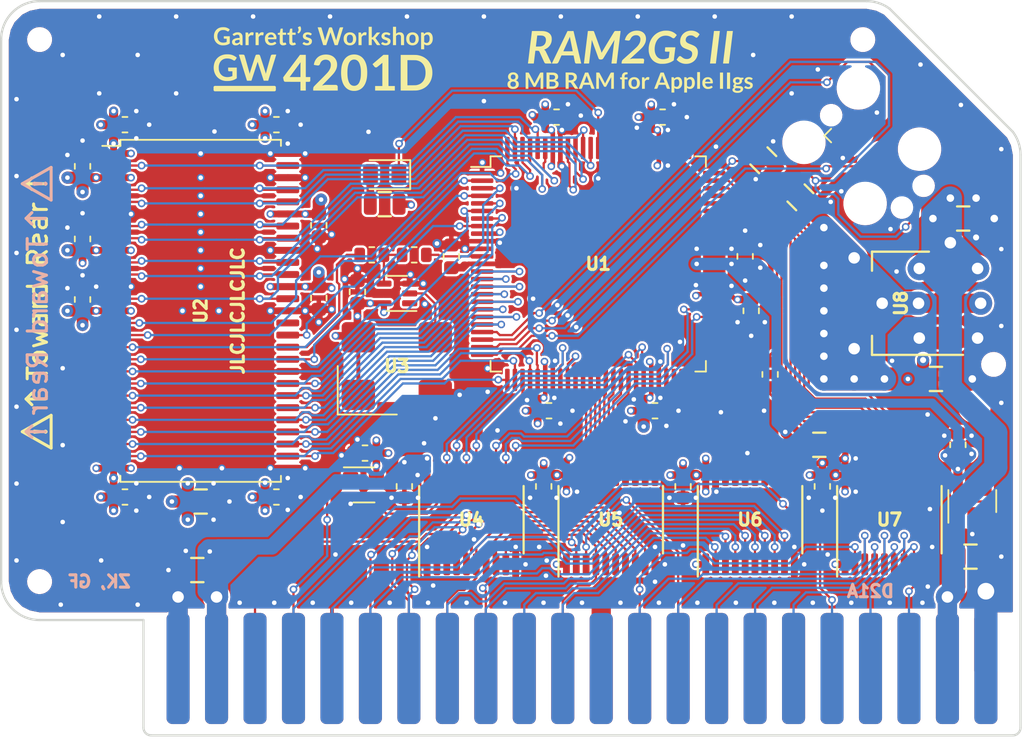
<source format=kicad_pcb>
(kicad_pcb (version 20221018) (generator pcbnew)
  (title_block (title "GW4201D (RAM2GS II) - EPM240 / 5M240Z / AG256") (date "2023-10-27") (rev "2.1") (company "Garrett's Workshop"))
  (layers (0 "F.Cu" signal) (1 "In1.Cu" power) (2 "In2.Cu" power) (31 "B.Cu" signal) (34 "B.Paste" user) (35 "F.Paste" user) (36 "B.SilkS" user "B.Silkscreen") (37 "F.SilkS" user "F.Silkscreen") (38 "B.Mask" user) (39 "F.Mask" user) (44 "Edge.Cuts" user))
  (net 0 "")
  (net 1 "GND")
  (net 2 "/FA15")
  (net 3 "/FA14")
  (net 4 "/FA13")
  (net 5 "/FA12")
  (net 6 "/FA11")
  (net 7 "/FA10")
  (net 8 "/~{CRAS}")
  (net 9 "/ABORT")
  (net 10 "/PH2")
  (net 11 "/~{CSEL}")
  (net 12 "/~{CROMSEL}")
  (net 13 "/CROW1")
  (net 14 "/CROW0")
  (net 15 "/~{CCAS}")
  (net 16 "/~{FWE}")
  (net 17 "/FRA1")
  (net 18 "/FRA2")
  (net 19 "/FRA0")
  (net 20 "/FRA7")
  (net 21 "/FRA5")
  (net 22 "/FRA4")
  (net 23 "/FRA3")
  (net 24 "/FRA6")
  (net 25 "/FRA8")
  (net 26 "/FRA9")
  (net 27 "/FD2")
  (net 28 "/FD7")
  (net 29 "/FD0")
  (net 30 "/FD6")
  (net 31 "/FD4")
  (net 32 "/FD5")
  (net 33 "/FD3")
  (net 34 "/FD1")
  (net 35 "/AClk")
  (net 36 "/RClk")
  (net 37 "Net-(D1-A)")
  (net 41 "Net-(U7-B0)")
  (net 42 "Net-(U10-Y)")
  (net 49 "+3V3")
  (net 50 "/Dout5")
  (net 51 "/Dout6")
  (net 52 "/Dout4")
  (net 53 "/Dout7")
  (net 54 "/Dout2")
  (net 55 "/Dout1")
  (net 56 "/Dout0")
  (net 57 "/Dout3")
  (net 58 "/Din3")
  (net 59 "/Din0")
  (net 60 "/Din1")
  (net 61 "/Din2")
  (net 62 "/Din7")
  (net 63 "/Din4")
  (net 64 "/Din6")
  (net 65 "/Din5")
  (net 66 "/~{WE}in")
  (net 67 "/Ain0")
  (net 68 "/Ain2")
  (net 69 "/Ain1")
  (net 70 "/PH2in")
  (net 71 "/~{CCAS}in")
  (net 72 "/CROWin0")
  (net 73 "/CROWin1")
  (net 74 "/~{CRAS}in")
  (net 75 "/RD0")
  (net 76 "/RD2")
  (net 77 "/RD1")
  (net 78 "/RD3")
  (net 79 "/RD7")
  (net 80 "/RD5")
  (net 81 "/RD6")
  (net 82 "/RD4")
  (net 83 "/Ain7")
  (net 84 "/Ain5")
  (net 85 "/Ain4")
  (net 86 "/Ain3")
  (net 87 "/Ain6")
  (net 88 "/Ain8")
  (net 89 "/Ain9")
  (net 90 "/DQMH")
  (net 91 "/CKE")
  (net 92 "/RA11")
  (net 93 "/RA9")
  (net 94 "/RA8")
  (net 95 "/RA7")
  (net 96 "/RA6")
  (net 97 "/RA5")
  (net 98 "/RA4")
  (net 99 "/RA3")
  (net 100 "/RA2")
  (net 101 "/RA1")
  (net 102 "/RA0")
  (net 103 "/RA10")
  (net 104 "/BA1")
  (net 105 "/BA0")
  (net 106 "/R~{CS}")
  (net 107 "/R~{RAS}")
  (net 108 "/R~{CAS}")
  (net 109 "/R~{WE}")
  (net 110 "/DQML")
  (net 112 "/TDI")
  (net 116 "/TMS")
  (net 117 "/TDO")
  (net 118 "/TCK")
  (net 119 "+5V")
  (net 122 "+1V8")
  (net 123 "Net-(U10-A)")
  (net 124 "/MISO")
  (net 125 "/MOSI")
  (net 126 "/SCK")
  (net 127 "/S~{CS}")
  (net 128 "Net-(U4-~{OE})")
  (net 131 "/LED")
  (footprint "stdpads:Fiducial" (layer "F.Cu") (at 51.054 129.54)
    (fp_text reference "FID4")
    (fp_text value "Fiducial" hide)
  )
  (footprint "stdpads:C_0603" (layer "F.Cu") (at 75.7 108.05 90)
    (fp_text reference "C9")
    (fp_text value "2u2")
  )
  (footprint "stdpads:C_0603" (layer "F.Cu") (at 95.1 108.05 90)
    (fp_text reference "C14")
    (fp_text value "2u2")
  )
  (footprint "stdpads:C_0603" (layer "F.Cu") (at 82.15 118.25)
    (fp_text reference "C11")
    (fp_text value "2u2")
  )
  (footprint "stdpads:C_0603" (layer "F.Cu") (at 89.15 118.25)
    (fp_text reference "C12")
    (fp_text value "2u2")
  )
  (footprint "stdpads:C_0603" (layer "F.Cu") (at 82.65 98.85)
    (fp_text reference "C16")
    (fp_text value "2u2")
  )
  (footprint "stdpads:C_0603" (layer "F.Cu") (at 95.5 111.65 -90)
    (fp_text reference "C13")
    (fp_text value "2u2")
  )
  (footprint "stdpads:C_0603" (layer "F.Cu") (at 89.65 98.85)
    (fp_text reference "C15")
    (fp_text value "2u2")
  )
  (footprint "stdpads:C_0603" (layer "F.Cu") (at 51.35 106.9 90)
    (fp_text reference "C19")
    (fp_text value "2u2")
  )
  (footprint "stdpads:C_0603" (layer "F.Cu") (at 51.35 102.1 90)
    (fp_text reference "C18")
    (fp_text value "2u2")
  )
  (footprint "stdpads:C_0603" (layer "F.Cu") (at 54.15 99.35)
    (fp_text reference "C17")
    (fp_text value "2u2")
  )
  (footprint "stdpads:C_0603" (layer "F.Cu") (at 64.15 123.95)
    (fp_text reference "C22")
    (fp_text value "2u2")
  )
  (footprint "stdpads:C_0603" (layer "F.Cu") (at 64.15 99.35)
    (fp_text reference "C25")
    (fp_text value "2u2")
  )
  (footprint "stdpads:C_0603" (layer "F.Cu") (at 66.95 110.8 -90)
    (fp_text reference "C23")
    (fp_text value "2u2")
  )
  (footprint "stdpads:C_0603" (layer "F.Cu") (at 66.95 106 -90)
    (fp_text reference "C24")
    (fp_text value "2u2")
  )
  (footprint "stdpads:C_0603" (layer "F.Cu") (at 51.35 110.9 90)
    (fp_text reference "C20")
    (fp_text value "2u2")
  )
  (footprint "stdpads:C_0603" (layer "F.Cu") (at 54.15 123.95)
    (fp_text reference "C21")
    (fp_text value "2u2")
  )
  (footprint "stdpads:PasteHole_1.1mm_PTH" (layer "F.Cu") (at 110.998 130.175)
    (fp_text reference "H5")
    (fp_text value " " hide)
  )
  (footprint "stdpads:TSSOP-20_4.4x6.5mm_P0.65mm" (layer "F.Cu") (at 95.425 125.45)
    (fp_text reference "U6")
    (fp_text value "74LVC245APW")
  )
  (footprint "stdpads:C_0603" (layer "F.Cu") (at 91 123.25 -90)
    (fp_text reference "C7")
    (fp_text value "2u2")
  )
  (footprint "stdpads:C_0603" (layer "F.Cu") (at 81.8 123.25 -90)
    (fp_text reference "C6")
    (fp_text value "2u2")
  )
  (footprint "stdpads:TSSOP-20_4.4x6.5mm_P0.65mm" (layer "F.Cu") (at 104.625 125.45)
    (fp_text reference "U7")
    (fp_text value "74LVC245APW")
  )
  (footprint "stdpads:C_0603" (layer "F.Cu") (at 72.6 123.25 -90)
    (fp_text reference "C5")
    (fp_text value "2u2")
  )
  (footprint "stdpads:TSSOP-20_4.4x6.5mm_P0.65mm" (layer "F.Cu") (at 86.225 125.45)
    (fp_text reference "U5")
    (fp_text value "74LVC245APW")
  )
  (footprint "stdpads:C_0805" (layer "F.Cu") (at 58.928 128.778 180)
    (fp_text reference "C1")
    (fp_text value "10u")
  )
  (footprint "stdpads:C_0805" (layer "F.Cu") (at 109.982 127.889)
    (fp_text reference "C2")
    (fp_text value "10u")
  )
  (footprint "stdpads:Fiducial" (layer "F.Cu") (at 100.33 93.726)
    (fp_text reference "FID2")
    (fp_text value "Fiducial" hide)
  )
  (footprint "stdpads:SOT-223" (layer "F.Cu") (at 105.387 111.15)
    (fp_text reference "U8")
    (fp_text value "AZ1117CH-3.3TRG1")
  )
  (footprint "stdpads:C_0805" (layer "F.Cu") (at 109.5 105.55)
    (fp_text reference "C3")
    (fp_text value "10u")
  )
  (footprint "stdpads:C_0805" (layer "F.Cu") (at 107.7 116.15)
    (fp_text reference "C4")
    (fp_text value "10u")
  )
  (footprint "stdpads:R_0805" (layer "F.Cu") (at 96.3 101.7 -45)
    (fp_text reference "R1")
    (fp_text value "22k")
  )
  (footprint "stdpads:R_0805" (layer "F.Cu") (at 98.75 104.15 135)
    (fp_text reference "R2")
    (fp_text value "22k")
  )
  (footprint "stdpads:Fiducial" (layer "F.Cu") (at 51.054 93.726)
    (fp_text reference "FID1")
    (fp_text value "Fiducial" hide)
  )
  (footprint "stdpads:SOT-353" (layer "F.Cu") (at 69.9 123.15 -90)
    (fp_text reference "U9")
    (fp_text value "74LVC1G04GW")
  )
  (footprint "Connector:Tag-Connect_TC2050-IDC-FP_2x05_P1.27mm_Vertical" (layer "F.Cu") (at 103.474 101.415 -45)
    (fp_text reference "J2")
    (fp_text value "JTAG")
  )
  (footprint "stdpads:TSSOP-20_4.4x6.5mm_P0.65mm" (layer "F.Cu") (at 77.025 125.45)
    (fp_text reference "U4")
    (fp_text value "74AHCT245PW")
  )
  (footprint "stdpads:TQFP-100_14x14mm_P0.5mm" (layer "F.Cu") (at 85.4 108.55 -90)
    (fp_text reference "U1")
    (fp_text value "EPM240T100")
  )
  (footprint "stdpads:TSOP-II-54_22.2x10.16mm_P0.8mm" (layer "F.Cu") (at 59.15 111.65 -90)
    (fp_text reference "U2")
    (fp_text value "W9812G6KH-6")
  )
  (footprint "stdpads:Crystal_SMD_7050-4Pin_7.0x5.0mm_SiTime" (layer "F.Cu") (at 72.1 115.3)
    (fp_text reference "U3")
    (fp_text value "60M")
  )
  (footprint "stdpads:SOT-353" (layer "F.Cu") (at 72.1 110.5 90)
    (fp_text reference "U10")
    (fp_text value "74LVC1G04GW")
  )
  (footprint "stdpads:C_0603" (layer "F.Cu") (at 69.5 110.4 90)
    (fp_text reference "C10")
    (fp_text value "2u2")
  )
  (footprint "stdpads:PasteHole_1.152mm_NPTH" (layer "F.Cu") (at 48.514 93.726)
    (fp_text reference "H1")
    (fp_text value " " hide)
  )
  (footprint "stdpads:PasteHole_1.152mm_NPTH" (layer "F.Cu") (at 102.87 93.726)
    (fp_text reference "H2")
    (fp_text value " " hide)
  )
  (footprint "stdpads:PasteHole_1.152mm_NPTH" (layer "F.Cu") (at 48.514 129.54)
    (fp_text reference "H4")
    (fp_text value " " hide)
  )
  (footprint "stdpads:C_0805" (layer "F.Cu") (at 59.15 124.25)
    (fp_text reference "C26")
    (fp_text value "10u")
  )
  (footprint "stdpads:C_0603" (layer "F.Cu") (at 70 121.05 180)
    (fp_text reference "C27")
    (fp_text value "2u2")
  )
  (footprint "stdpads:C_0603" (layer "F.Cu") (at 100.2 123.25 -90)
    (fp_text reference "C8")
    (fp_text value "2u2")
  )
  (footprint "stdpads:Fiducial" (layer "F.Cu") (at 110.236 117.983)
    (fp_text reference "FID3")
    (fp_text value "Fiducial" hide)
  )
  (footprint "stdpads:PasteHole_1.152mm_NPTH" (layer "F.Cu") (at 111.506 115.189)
    (fp_text reference "H3")
    (fp_text value " " hide)
  )
  (footprint "stdpads:C_0603" (layer "F.Cu") (at 109.15 120.5 90)
    (fp_text reference "C28")
    (fp_text value "2u2")
  )
  (footprint "stdpads:R_0805" (layer "F.Cu") (at 100 120.5 180)
    (fp_text reference "R4")
    (fp_text value "0")
  )
  (footprint "stdpads:SOT-23-5" (layer "F.Cu") (at 110.1 124.25)
    (fp_text reference "U11")
    (fp_text value "AP2127K-1.8TRG1")
  )
  (footprint "stdpads:R_0603" (layer "F.Cu") (at 70.45 107.95 180)
    (fp_text reference "R5")
    (fp_text value "47")
  )
  (footprint "stdpads:R_0603" (layer "F.Cu") (at 73.25 107.95)
    (fp_text reference "R6")
    (fp_text value "47")
  )
  (footprint "stdpads:R_0805" (layer "F.Cu") (at 71.3 104.6)
    (fp_text reference "R7")
    (fp_text value "220")
  )
  (footprint "stdpads:LED_0805" (layer "F.Cu") (at 71.3 102.65 180)
    (fp_text reference "D1")
    (fp_text value "Amber")
  )
  (footprint "stdpads:R_0603" (layer "F.Cu") (at 96.75 115.85 -90)
    (fp_text reference "R3")
    (fp_text value "47")
  )
  (footprint "stdpads:AppleIIgsMemoryExpansion_Edge" (layer "F.Cu") (at 84.328 135.382)
    (fp_text reference "J1")
    (fp_text value "IIgs RAM Exp.")
  )
  (footprint "LOGO" (layer "F.Cu") (at 67.2465 95.1865)
    (fp_text reference "G***" hide)
    (fp_text value "LOGO" hide)
  )
  (footprint "LOGO" (layer "F.Cu") (at 87.503 94.996)
    (fp_text reference "G***" hide)
    (fp_text value "LOGO" hide)
  )
  (gr_line (start 48.895 119.634) (end 47.625 119.634) (stroke (width 0.2)) (layer "B.SilkS"))
  (gr_line (start 47.625 119.634) (end 48.006 120.015) (stroke (width 0.2)) (layer "B.SilkS"))
  (gr_line (start 47.625 119.634) (end 48.006 119.253) (stroke (width 0.2)) (layer "B.SilkS"))
  (gr_line (start 47.625 105.537) (end 48.006 105.918) (stroke (width 0.2)) (layer "B.SilkS"))
  (gr_line (start 47.625 105.537) (end 48.006 105.156) (stroke (width 0.2)) (layer "B.SilkS"))
  (gr_line (start 48.895 105.537) (end 47.625 105.537) (stroke (width 0.2)) (layer "B.SilkS"))
  (gr_line (start 49.276 102.1715) (end 49.276 104.3305) (stroke (width 0.2)) (layer "B.SilkS"))
  (gr_line (start 49.276 104.3305) (end 47.371 103.251) (stroke (width 0.2)) (layer "B.SilkS"))
  (gr_line (start 47.371 103.251) (end 49.276 102.1715) (stroke (width 0.2)) (layer "B.SilkS"))
  (gr_line (start 47.625 117.475) (end 48.006 117.094) (stroke (width 0.2)) (layer "F.SilkS"))
  (gr_line (start 47.625 117.475) (end 48.006 117.856) (stroke (width 0.2)) (layer "F.SilkS"))
  (gr_line (start 48.895 117.475) (end 47.625 117.475) (stroke (width 0.2)) (layer "F.SilkS"))
  (gr_line (start 48.895 103.251) (end 47.625 103.251) (stroke (width 0.2)) (layer "F.SilkS"))
  (gr_line (start 47.625 103.251) (end 48.006 103.632) (stroke (width 0.2)) (layer "F.SilkS"))
  (gr_line (start 47.625 103.251) (end 48.006 102.87) (stroke (width 0.2)) (layer "F.SilkS"))
  (gr_line (start 49.276 120.7135) (end 47.371 119.634) (stroke (width 0.2)) (layer "F.SilkS"))
  (gr_line (start 47.371 119.634) (end 49.276 118.5545) (stroke (width 0.2)) (layer "F.SilkS"))
  (gr_line (start 49.276 118.5545) (end 49.276 120.7135) (stroke (width 0.2)) (layer "F.SilkS"))
  (gr_line (start 112.776 139.7) (end 55.88 139.7) (stroke (width 0.15)) (layer "Edge.Cuts"))
  (gr_line (start 55.372 139.192) (end 55.372 132.08) (stroke (width 0.15)) (layer "Edge.Cuts"))
  (gr_arc (start 112.776 99.822) (mid 113.153656 100.542781) (end 113.284 101.346) (stroke (width 0.15)) (layer "Edge.Cuts"))
  (gr_line (start 45.974 129.54) (end 45.974 93.726) (stroke (width 0.15)) (layer "Edge.Cuts"))
  (gr_arc (start 48.514 132.08) (mid 46.717949 131.336051) (end 45.974 129.54) (stroke (width 0.15)) (layer "Edge.Cuts"))
  (gr_arc (start 45.974 93.726) (mid 46.717949 91.929949) (end 48.514 91.186) (stroke (width 0.15)) (layer "Edge.Cuts"))
  (gr_line (start 48.514 132.08) (end 55.372 132.08) (stroke (width 0.15)) (layer "Edge.Cuts"))
  (gr_line (start 103.124 91.186) (end 48.514 91.186) (stroke (width 0.15)) (layer "Edge.Cuts"))
  (gr_arc (start 113.284 139.192) (mid 113.13521 139.55121) (end 112.776 139.7) (stroke (width 0.15)) (layer "Edge.Cuts"))
  (gr_line (start 113.284 139.192) (end 113.284 101.346) (stroke (width 0.15)) (layer "Edge.Cuts"))
  (gr_arc (start 55.88 139.7) (mid 55.52079 139.55121) (end 55.372 139.192) (stroke (width 0.15)) (layer "Edge.Cuts"))
  (gr_line (start 112.776 99.822) (end 104.648 91.694) (stroke (width 0.15)) (layer "Edge.Cuts"))
  (gr_arc (start 103.124 91.186) (mid 103.927219 91.316344) (end 104.648 91.694) (stroke (width 0.15)) (layer "Edge.Cuts"))
  (gr_text "Toward Rear" (at 48.387 112.649 90) (layer "B.SilkS") (effects (font (size 1.27 1.27) (thickness 0.2)) (justify mirror)))
  (gr_text "D21A" (at 103.378 130.175) (layer "B.SilkS") (effects (font (size 0.8128 0.8128) (thickness 0.2032)) (justify mirror)))
  (gr_text "!" (at 48.5775 103.251 90) (layer "B.SilkS") (effects (font (size 0.8128 0.8128) (thickness 0.1905)) (justify mirror)))
  (gr_text "ZK, GF" (at 52.451 129.54) (layer "B.SilkS") (effects (font (size 0.8128 0.8128) (thickness 0.2032)) (justify mirror)))
  (gr_text "Toward Rear" (at 48.387 110.363 90) (layer "F.SilkS") (effects (font (size 1.27 1.27) (thickness 0.2))))
  (gr_text "!" (at 48.5775 119.634 90) (layer "F.SilkS") (effects (font (size 0.8128 0.8128) (thickness 0.1905))))
  (gr_text "JLCJLCJLCJLC" (at 61.6 111.65 90) (layer "F.SilkS") (effects (font (size 0.8128 0.8128) (thickness 0.2032) bold)))
  (segment (start 85.598 135.382) (end 85.598 130.556) (width 1.27) (layer "F.Cu") (net 1))
  (segment (start 57.658 135.382) (end 57.658 130.556) (width 1.27) (layer "F.Cu") (net 1))
  (segment (start 89.9 118.25) (end 89.9 119.25) (width 0.762) (layer "F.Cu") (net 1))
  (segment (start 94.2 107.55) (end 94.45 107.3) (width 0.508) (layer "F.Cu") (net 1))
  (segment (start 94.45 107.3) (end 95.1 107.3) (width 0.508) (layer "F.Cu") (net 1))
  (segment (start 76.35 107.3) (end 76.6 107.55) (width 0.508) (layer "F.Cu") (net 1))
  (segment (start 75.7 107.3) (end 76.35 107.3) (width 0.508) (layer "F.Cu") (net 1))
  (segment (start 95.1 107.3) (end 96.1 107.3) (width 0.762) (layer "F.Cu") (net 1))
  (segment (start 95.1 107.3) (end 95.1 106.35) (width 0.762) (layer "F.Cu") (net 1))
  (segment (start 95.5 112.4) (end 94.6 112.4) (width 0.5) (layer "F.Cu") (net 1))
  (segment (start 91.25 98.85) (end 90.4 98.85) (width 0.508) (layer "F.Cu") (net 1))
  (segment (start 84.15 98.85) (end 84.25 98.75) (width 0.508) (layer "F.Cu") (net 1))
  (segment (start 83.4 98.85) (end 84.15 98.85) (width 0.508) (layer "F.Cu") (net 1))
  (segment (start 94.15 110.05) (end 94.2 110) (width 0.25) (layer "F.Cu") (net 1))
  (segment (start 93.0625 110.05) (end 94.15 110.05) (width 0.25) (layer "F.Cu") (net 1))
  (segment (start 82.9 99.9) (end 83 99.8) (width 0.3) (layer "F.Cu") (net 1))
  (segment (start 83 99.7) (end 83.05 99.7) (width 0.254) (layer "F.Cu") (net 1))
  (segment (start 82.9 100.875) (end 82.9 99.9) (width 0.3) (layer "F.Cu") (net 1))
  (segment (start 83 99.8) (end 83 99.7) (width 0.3) (layer "F.Cu") (net 1))
  (segment (start 89.9 100.875) (end 89.9 99.9) (width 0.3) (layer "F.Cu") (net 1))
  (segment (start 82.9 100.875) (end 82.9 102) (width 0.3) (layer "F.Cu") (net 1))
  (segment (start 90.35 99.7) (end 90 99.7) (width 0.4) (layer "F.Cu") (net 1))
  (segment (start 90.4 99.65) (end 90.35 99.7) (width 0.4) (layer "F.Cu") (net 1))
  (segment (start 89.9 99.9) (end 90 99.8) (width 0.3) (layer "F.Cu") (net 1))
  (segment (start 89.9 100.875) (end 89.9 101.95) (width 0.3) (layer "F.Cu") (net 1))
  (segment (start 90 99.8) (end 90 99.7) (width 0.3) (layer "F.Cu") (net 1))
  (segment (start 82.9 102) (end 83 102.1) (width 0.3) (layer "F.Cu") (net 1))
  (segment (start 90.4 98.85) (end 90.4 99.65) (width 0.5) (layer "F.Cu") (net 1))
  (segment (start 90 99.7) (end 90.05 99.7) (width 0.254) (layer "F.Cu") (net 1))
  (segment (start 89.9 101.95) (end 90 102.05) (width 0.3) (layer "F.Cu") (net 1))
  (segment (start 89.4 116.225) (end 89.4 115.1) (width 0.3) (layer "F.Cu") (net 1))
  (segment (start 91.95 110.05) (end 91.85 109.95) (width 0.3) (layer "F.Cu") (net 1))
  (segment (start 82.4 115.1) (end 82.55 114.95) (width 0.3) (layer "F.Cu") (net 1))
  (segment (start 82.4 116.225) (end 82.4 115.1) (width 0.3) (layer "F.Cu") (net 1))
  (segment (start 89.4 115.1) (end 89.5 115) (width 0.3) (layer "F.Cu") (net 1))
  (segment (start 77.725 107.55) (end 76.6 107.55) (width 0.3) (layer "F.Cu") (net 1))
  (segment (start 93.075 110.05) (end 91.95 110.05) (width 0.3) (layer "F.Cu") (net 1))
  (segment (start 77.725 107.05) (end 78.8 107.05) (width 0.3) (layer "F.Cu") (net 1))
  (segment (start 78.8 107.05) (end 78.9 107.15) (width 0.3) (layer "F.Cu") (net 1))
  (segment (start 82.9 118.25) (end 82.9 117.45) (width 0.5) (layer "F.Cu") (net 1))
  (segment (start 82.55 117.35) (end 82.9 117.35) (width 0.3) (layer "F.Cu") (net 1))
  (segment (start 82.5 117.4) (end 82.55 117.35) (width 0.3) (layer "F.Cu") (net 1))
  (segment (start 82.4 117.2) (end 82.5 117.3) (width 0.3) (layer "F.Cu") (net 1))
  (segment (start 82.5 117.3) (end 82.5 117.4) (width 0.3) (layer "F.Cu") (net 1))
  (segment (start 82.9 117.35) (end 82.9 117.45) (width 0.3) (layer "F.Cu") (net 1))
  (segment (start 89.55 117.35) (end 89.9 117.35) (width 0.3) (layer "F.Cu") (net 1))
  (segment (start 82.4 116.225) (end 82.4 117.2) (width 0.3) (layer "F.Cu") (net 1))
  (segment (start 89.9 117.35) (end 89.9 117.45) (width 0.3) (layer "F.Cu") (net 1))
  (segment (start 89.5 117.3) (end 89.5 117.4) (width 0.3) (layer "F.Cu") (net 1))
  (segment (start 89.9 118.25) (end 89.9 117.45) (width 0.5) (layer "F.Cu") (net 1))
  (segment (start 89.4 116.225) (end 89.4 117.2) (width 0.3) (layer "F.Cu") (net 1))
  (segment (start 89.4 117.2) (end 89.5 117.3) (width 0.3) (layer "F.Cu") (net 1))
  (segment (start 89.5 117.4) (end 89.55 117.35) (width 0.3) (layer "F.Cu") (net 1))
  (segment (start 83.4 99.65) (end 83.35 99.7) (width 0.4) (layer "F.Cu") (net 1))
  (segment (start 83.35 99.7) (end 83 99.7) (width 0.4) (layer "F.Cu") (net 1))
  (segment (start 83.4 98.85) (end 83.4 99.65) (width 0.5) (layer "F.Cu") (net 1))
  (segment (start 93.075 107.55) (end 94.2 107.55) (width 0.3) (layer "F.Cu") (net 1))
  (segment (start 64.9 102.85) (end 66.05 102.85) (width 0.45) (layer "F.Cu") (net 1))
  (segment (start 64.9 101.25) (end 66.05 101.25) (width 0.45) (layer "F.Cu") (net 1))
  (segment (start 64.9 122.05) (end 66.05 122.05) (width 0.45) (layer "F.Cu") (net 1))
  (segment (start 53.4 110.05) (end 54.55 110.05) (width 0.45) (layer "F.Cu") (net 1))
  (segment (start 64.9 101.25) (end 63.75 101.25) (width 0.45) (layer "F.Cu") (net 1))
  (segment (start 64.9 122.05) (end 63.75 122.05) (width 0.45) (layer "F.Cu") (net 1))
  (segment (start 53.4 110.05) (end 52.25 110.05) (width 0.45) (layer "F.Cu") (net 1))
  (segment (start 64.9 102.85) (end 63.75 102.85) (width 0.45) (layer "F.Cu") (net 1))
  (segment (start 64.9 111.65) (end 66.05 111.65) (width 0.45) (layer "F.Cu") (net 1))
  (segment (start 64.9 107.65) (end 63.75 107.65) (width 0.45) (layer "F.Cu") (net 1))
  (segment (start 51.35 110.15) (end 52.15 110.15) (width 0.508) (layer "F.Cu") (net 1))
  (segment (start 51.35 106.15) (end 51.35 105.2) (width 0.762) (layer "F.Cu") (net 1))
  (segment (start 52.15 110.15) (end 52.25 110.05) (width 0.508) (layer "F.Cu") (net 1))
  (segment (start 66.95 111.55) (end 66.15 111.55) (width 0.508) (layer "F.Cu") (net 1))
  (segment (start 64.9 111.65) (end 63.75 111.65) (width 0.45) (layer "F.Cu") (net 1))
  (segment (start 66.15 111.55) (end 66.05 111.65) (width 0.508) (layer "F.Cu") (net 1))
  (segment (start 53.4 105.25) (end 51.4 105.25) (width 0.508) (layer "F.Cu") (net 1))
  (segment (start 51.35 110.15) (end 50.35 110.15) (width 0.762) (layer "F.Cu") (net 1))
  (segment (start 51.4 105.25) (end 51.35 105.2) (width 0.508) (layer "F.Cu") (net 1))
  (segment (start 51.35 110.15) (end 51.35 109.3) (width 0.508) (layer "F.Cu") (net 1))
  (segment (start 51.35 106.15) (end 50.35 106.15) (width 0.8) (layer "F.Cu") (net 1))
  (segment (start 51.35 101.35) (end 51.35 100.4) (width 0.8) (layer "F.Cu") (net 1))
  (segment (start 51.35 101.35) (end 50.35 101.35) (width 0.8) (layer "F.Cu") (net 1))
  (segment (start 53.4 105.25) (end 54.55 105.25) (width 0.45) (layer "F.Cu") (net 1))
  (segment (start 74.1 128.4) (end 74.1 127.25) (width 0.45) (layer "F.Cu") (net 1))
  (segment (start 89.15 128.4) (end 89.15 129.55) (width 0.45) (layer "F.Cu") (net 1))
  (segment (start 79.95 128.4) (end 79.95 127.25) (width 0.45) (layer "F.Cu") (net 1))
  (segment (start 79.95 128.4) (end 80.6 128.4) (width 0.45) (layer "F.Cu") (net 1))
  (segment (start 108.537 113.45) (end 106.6 113.45) (width 1.27) (layer "F.Cu") (net 1))
  (segment (start 110.45 113.45) (end 108.537 113.45) (width 1.27) (layer "F.Cu") (net 1))
  (segment (start 72.95 109.85) (end 73.85 109.85) (width 0.4) (layer "F.Cu") (net 1))
  (segment (start 89.15 128.4) (end 89.8 128.4) (width 0.45) (layer "F.Cu") (net 1))
  (segment (start 89.15 128.4) (end 89.15 127.25) (width 0.45) (layer "F.Cu") (net 1))
  (segment (start 109.15 119.75) (end 109.9 119.75) (width 0.6) (layer "F.Cu") (net 1))
  (segment (start 109.15 119.75) (end 108.4 119.75) (width 0.6) (layer "F.Cu") (net 1))
  (segment (start 108.4 119.75) (end 108.25 119.9) (width 0.6) (layer "F.Cu") (net 1))
  (segment (start 109.9 119.75) (end 110.05 119.9) (width 0.6) (layer "F.Cu") (net 1))
  (segment (start 110.1 126.4) (end 110.1 125.3) (width 0.6) (layer "F.Cu") (net 1))
  (segment (start 81.8 124) (end 82.65 124) (width 0.5) (layer "F.Cu") (net 1))
  (segment (start 102.35 123.55) (end 102.4 123.6) (width 0.45) (layer "F.Cu") (net 1))
  (segment (start 102.35 122.5) (end 102.35 123.55) (width 0.45) (layer "F.Cu") (net 1))
  (segment (start 91 124) (end 90.1 124) (width 0.6) (layer "F.Cu") (net 1))
  (segment (start 100.2 124) (end 99.3 124) (width 0.6) (layer "F.Cu") (net 1))
  (segment (start 83.95 122.5) (end 83.95 123.55) (width 0.45) (layer "F.Cu") (net 1))
  (segment (start 93.15 122.5) (end 93.15 123.55) (width 0.45) (layer "F.Cu") (net 1))
  (segment (start 83.95 123.55) (end 84 123.6) (width 0.45) (layer "F.Cu") (net 1))
  (segment (start 93.15 123.55) (end 93.2 123.6) (width 0.45) (layer "F.Cu") (net 1))
  (segment (start 100.2 124) (end 101.05 124) (width 0.5) (layer "F.Cu") (net 1))
  (segment (start 72.6 124) (end 71.75 124) (width 0.5) (layer "F.Cu") (net 1))
  (segment (start 102.35 122.5) (end 102.35 121.45) (width 0.45) (layer "F.Cu") (net 1))
  (segment (start 91 124) (end 91.85 124) (width 0.5) (layer "F.Cu") (net 1))
  (segment (start 102.35 121.45) (end 102.4 121.4) (width 0.45) (layer "F.Cu") (net 1))
  (segment (start 81.8 124) (end 80.9 124) (width 0.6) (layer "F.Cu") (net 1))
  (segment (start 100.2 124) (end 100.2 124.85) (width 0.6) (layer "F.Cu") (net 1))
  (segment (start 72.6 124) (end 73.5 124) (width 0.6) (layer "F.Cu") (net 1))
  (segment (start 64.9 99.35) (end 65.75 99.35) (width 0.6) (layer "F.Cu") (net 1))
  (segment (start 69.25 120.35) (end 69.45 120.15) (width 0.5) (layer "F.Cu") (net 1))
  (segment (start 95.5 112.4) (end 96.4 112.4) (width 0.6) (layer "F.Cu") (net 1))
  (segment (start 66.95 106.75) (end 67.65 106.75) (width 0.45) (layer "F.Cu") (net 1))
  (segment (start 98.35 128.4) (end 98.35 129.3) (width 0.45) (layer "F.Cu") (net 1))
  (segment (start 54.9 123.95) (end 55.75 123.95) (width 0.6) (layer "F.Cu") (net 1))
  (segment (start 90.4 98.85) (end 90.4 98) (width 0.5) (layer "F.Cu") (net 1))
  (segment (start 75.7 107.3) (end 74.85 107.3) (width 0.6) (layer "F.Cu") (net 1))
  (segment (start 67.8 111.55) (end 66.95 111.55) (width 0.5) (layer "F.Cu") (net 1))
  (segment (start 72.95 109.85) (end 72.95 109.3) (width 0.4) (layer "F.Cu") (net 1))
  (segment (start 60 124.25) (end 60 125.45) (width 0.8) (layer "F.Cu") (net 1))
  (segment (start 110.35 105.55) (end 110.35 106.8) (width 0.8) (layer "F.Cu") (net 1))
  (segment (start 98.35 128.4) (end 98.35 127.25) (width 0.45) (layer "F.Cu") (net 1))
  (segment (start 67.818 135.382) (end 67.818 131.191) (width 0.25) (layer "F.Cu") (net 1))
  (segment (start 90.7 118.25) (end 89.9 118.25) (width 0.508) (layer "F.Cu") (net 1))
  (segment (start 72.95 109.3) (end 73 109.25) (width 0.4) (layer "F.Cu") (net 1))
  (segment (start 64.9 107.65) (end 66.75 107.65) (width 0.45) (layer "F.Cu") (net 1))
  (segment (start 58.078 128.778) (end 57.023 128.778) (width 0.762) (layer "F.Cu") (net 1))
  (segment (start 110.998 130.175) (end 110.998 135.382) (width 1.524) (layer "F.Cu") (net 1))
  (segment (start 77.75 101.85) (end 77.725 101.875) (width 0.3) (layer "F.Cu") (net 1))
  (segment (start 74.64 117.205) (end 76.245 117.205) (width 0.8) (layer "F.Cu") (net 1))
  (segment (start 74.64 118.74) (end 74.65 118.75) (width 0.8) (layer "F.Cu") (net 1))
  (segment (start 69.05 123.8) (end 69.05 124.4) (width 0.4) (layer "F.Cu") (net 1))
  (segment (start 108.55 113.463) (end 108.537 113.45) (width 1) (layer "F.Cu") (net 1))
  (segment (start 107.55 128.4) (end 107.55 129.4828) (width 0.45) (layer "F.Cu") (net 1))
  (segment (start 107.55 127.35) (end 107.55 128.4) (width 0.45) (layer "F.Cu") (net 1))
  (segment (start 95.85 103) (end 95.8 102.95) (width 0.15) (layer "F.Cu") (net 1))
  (segment (start 74.64 117.205) (end 74.64 118.74) (width 0.8) (layer "F.Cu") (net 1))
  (segment (start 64.9 99.35) (end 64.9 98.45) (width 0.6) (layer "F.Cu") (net 1))
  (segment (start 108.55 116.15) (end 108.55 113.463) (width 1) (layer "F.Cu") (net 1))
  (segment (start 58.078 130.136) (end 57.658 130.556) (width 1) (layer "F.Cu") (net 1))
  (segment (start 66.75 107.65) (end 66.85 107.55) (width 0.45) (layer "F.Cu") (net 1))
  (segment (start 64.9 99.35) (end 64.9 100.6) (width 0.6) (layer "F.Cu") (net 1))
  (segment (start 54.9 99.35) (end 55.75 99.35) (width 0.6) (layer "F.Cu") (net 1))
  (segment (start 83.7 118.25) (end 82.9 118.25) (width 0.508) (layer "F.Cu") (net 1))
  (segment (start 107.55 128.4) (end 107.95 128.4) (width 0.45) (layer "F.Cu") (net 1))
  (segment (start 107.45 127.25) (end 107.55 127.35) (width 0.45) (layer "F.Cu") (net 1))
  (segment (start 54.9 99.35) (end 54.9 98.45) (width 0.6) (layer "F.Cu") (net 1))
  (segment (start 64.9 123.95) (end 64.9 124.8) (width 0.5) (layer "F.Cu") (net 1))
  (segment (start 74.1 129.4) (end 74.5 129.8) (width 0.45) (layer "F.Cu") (net 1))
  (segment (start 69.5 109.65) (end 69.5 108.85) (width 0.5) (layer "F.Cu") (net 1))
  (segment (start 69.25 121.05) (end 68.6 121.05) (width 0.5) (layer "F.Cu") (net 1))
  (segment (start 60 124.25) (end 61.05 124.25) (width 0.8) (layer "F.Cu") (net 1))
  (segment (start 82.9 119.1) (end 82.9 118.25) (width 0.5) (layer "F.Cu") (net 1))
  (segment (start 77.725 101.875) (end 77.725 102.55) (width 0.3) (layer "F.Cu") (net 1))
  (segment (start 76.245 117.205) (end 76.25 117.2) (width 0.8) (layer "F.Cu") (net 1))
  (segment (start 99 128.4) (end 98.35 128.4) (width 0.45) (layer "F.Cu") (net 1))
  (segment (start 95.5 113.3) (end 95.5 112.4) (width 0.6) (layer "F.Cu") (net 1))
  (segment (start 69.25 121.05) (end 69.25 120.35) (width 0.5) (layer "F.Cu") (net 1))
  (segment (start 110.35 105.55) (end 111.55 105.55) (width 1) (layer "F.Cu") (net 1))
  (segment (start 110.832 127.889) (end 112.014 127.889) (width 0.762) (layer "F.Cu") (net 1))
  (segment (start 110.35 105.55) (end 110.35 104.2) (width 1) (layer "F.Cu") (net 1))
  (segment (start 102.126962 100.965987) (end 101.55 101.542949) (width 0.55) (layer "F.Cu") (net 1))
  (segment (start 54.9 123.95) (end 54.9 123.05) (width 0.6) (layer "F.Cu") (net 1))
  (segment (start 83.4 98.85) (end 83.4 98) (width 0.5) (layer "F.Cu") (net 1))
  (segment (start 58.078 128.778) (end 58.078 127.596) (width 0.762) (layer "F.Cu") (net 1))
  (segment (start 60 124.25) (end 60 123.05) (width 0.8) (layer "F.Cu") (net 1))
  (segment (start 68.65 109.55) (end 68.75 109.65) (width 0.5) (layer "F.Cu") (net 1))
  (segment (start 68.6 121.05) (end 68.45 121.2) (width 0.5) (layer "F.Cu") (net 1))
  (segment (start 64.9 123.95) (end 64.9 122.7) (width 0.8) (layer "F.Cu") (net 1))
  (segment (start 54.9 123.95) (end 54.9 124.85) (width 0.6) (layer "F.Cu") (net 1))
  (segment (start 66.95 107.45) (end 66.85 107.55) (width 0.5) (layer "F.Cu") (net 1))
  (segment (start 64.9 101.25) (end 64.9 100.6) (width 0.45) (layer "F.Cu") (net 1))
  (segment (start 66.95 112.4) (end 66.95 111.55) (width 0.508) (layer "F.Cu") (net 1))
  (segment (start 96.971751 102.371751) (end 96.343502 103) (width 0.15) (layer "F.Cu") (net 1))
  (segment (start 69.45 120.15) (end 69.5 120.15) (width 0.5) (layer "F.Cu") (net 1))
  (segment (start 64.9 123.95) (end 65.75 123.95) (width 0.6) (layer "F.Cu") (net 1))
  (segment (start 54.9 99.35) (end 54.9 100.25) (width 0.6) (layer "F.Cu") (net 1))
  (segment (start 101.55 101.542949) (end 101.55 101.55) (width 0.5) (layer "F.Cu") (net 1))
  (segment (start 108.55 117.15) (end 108.55 116.15) (width 0.8) (layer "F.Cu") (net 1))
  (segment (start 68.75 109.65) (end 69.5 109.65) (width 0.5) (layer "F.Cu") (net 1))
  (segment (start 108.55 116.15) (end 110.1 116.15) (width 1) (layer "F.Cu") (net 1))
  (segment (start 58.078 128.778) (end 58.078 130.136) (width 1) (layer "F.Cu") (net 1))
  (segment (start 110.832 127.889) (end 110.832 130.009) (width 1) (layer "F.Cu") (net 1))
  (segment (start 79.95 128.4) (end 79.95 129.3) (width 0.45) (layer "F.Cu") (net 1))
  (segment (start 110.832 130.009) (end 110.998 130.175) (width 1) (layer "F.Cu") (net 1))
  (segment (start 107.55 129.4828) (end 107.1626 129.8702) (width 0.45) (layer "F.Cu") (net 1))
  (segment (start 77.725 102.55) (end 78.95 102.55) (width 0.3) (layer "F.Cu") (net 1))
  (segment (start 96.343502 103) (end 95.85 103) (width 0.15) (layer "F.Cu") (net 1))
  (segment (start 64.9 122.05) (end 64.9 122.7) (width 0.45) (layer "F.Cu") (net 1))
  (segment (start 67.65 106.75) (end 67.8 106.6) (width 0.45) (layer "F.Cu") (net 1))
  (segment (start 74.1 128.4) (end 74.1 129.4) (width 0.45) (layer "F.Cu") (net 1))
  (segment (start 58.078 127.596) (end 58.166 127.508) (width 0.762) (layer "F.Cu") (net 1))
  (segment (start 66.95 106.75) (end 66.95 107.45) (width 0.5) (layer "F.Cu") (net 1))
  (segment (start 93.0625 107.55) (end 91.9 107.55) (width 0.3) (layer "F.Cu") (net 1))
  (segment (start 74.85 107.3) (end 74.75 107.2) (width 0.6) (layer "F.Cu") (net 1))
  (via (at 112.014 100.965) (size 0.5) (drill 0.3) (layers "F.Cu" "B.Cu") (net 1))
  (via (at 74.168 130.937) (size 0.5) (drill 0.3) (layers "F.Cu" "B.Cu") (net 1))
  (via (at 102.108 130.937) (size 0.5) (drill 0.3) (layers "F.Cu" "B.Cu") (net 1))
  (via (at 64.008 130.937) (size 0.5) (drill 0.3) (layers "F.Cu" "B.Cu") (net 1))
  (via (at 57.658 130.556) (size 1.524) (drill 0.762) (layers "F.Cu" "B.Cu") (net 1))
  (via (at 104.648 130.937) (size 0.5) (drill 0.3) (layers "F.Cu" "B.Cu") (net 1))
  (via (at 61.722 130.937) (size 0.5) (drill 0.3) (layers "F.Cu" "B.Cu") (net 1))
  (via (at 106.68 95.377) (size 0.5) (drill 0.3) (layers "F.Cu" "B.Cu") (net 1))
  (via (at 94.488 130.937) (size 0.5) (drill 0.3) (layers "F.Cu" "B.Cu") (net 1))
  (via (at 46.99 117.983) (size 0.5) (drill 0.3) (layers "F.Cu" "B.Cu") (net 1))
  (via (at 46.99 112.903) (size 0.5) (drill 0.3) (layers "F.Cu" "B.Cu") (net 1))
  (via (at 46.99 107.823) (size 0.5) (drill 0.3) (layers "F.Cu" "B.Cu") (net 1))
  (via (at 81.788 130.937) (size 0.5) (drill 0.3) (layers "F.Cu" "B.Cu") (net 1))
  (via (at 91.948 130.937) (size 0.5) (drill 0.3) (layers "F.Cu" "B.Cu") (net 1))
  (via (at 89.408 130.937) (size 0.5) (drill 0.3) (layers "F.Cu" "B.Cu") (net 1))
  (via (at 97.028 130.937) (size 0.5) (drill 0.3) (layers "F.Cu" "B.Cu") (net 1))
  (via (at 69.088 130.937) (size 0.5) (drill 0.3) (layers "F.Cu" "B.Cu") (net 1))
  (via (at 52.578 128.143) (size 0.5) (drill 0.3) (layers "F.Cu" "B.Cu") (net 1))
  (via (at 54.991 131.064) (size 0.5) (drill 0.3) (layers "F.Cu" "B.Cu") (net 1))
  (via (at 49.911 131.064) (size 0.5) (drill 0.3) (layers "F.Cu" "B.Cu") (net 1))
  (via (at 79.248 130.937) (size 0.5) (drill 0.3) (layers "F.Cu" "B.Cu") (net 1))
  (via (at 76.708 130.937) (size 0.5) (drill 0.3) (layers "F.Cu" "B.Cu") (net 1))
  (via (at 71.628 130.937) (size 0.5) (drill 0.3) (layers "F.Cu" "B.Cu") (net 1))
  (via (at 86.868 130.937) (size 0.5) (drill 0.3) (layers "F.Cu" "B.Cu") (net 1))
  (via (at 84.328 130.937) (size 0.5) (drill 0.3) (layers "F.Cu" "B.Cu") (net 1))
  (via (at 66.548 130.937) (size 0.5) (drill 0.3) (layers "F.Cu" "B.Cu") (net 1))
  (via (at 109.347 98.044) (size 0.5) (drill 0.3) (layers "F.Cu" "B.Cu") (net 1))
  (via (at 89.9 119.25) (size 0.762) (drill 0.3) (layers "F.Cu" "B.Cu") (net 1))
  (via (at 76.6 107.55) (size 0.5) (drill 0.3) (layers "F.Cu" "B.Cu") (net 1))
  (via (at 94.2 107.55) (size 0.5) (drill 0.3) (layers "F.Cu" "B.Cu") (net 1))
  (via (at 90 99.7) (size 0.5) (drill 0.3) (layers "F.Cu" "B.Cu") (net 1))
  (via (at 78.9 107.15) (size 0.5) (drill 0.3) (layers "F.Cu" "B.Cu") (net 1))
  (via (at 83 102.1) (size 0.5) (drill 0.3) (layers "F.Cu" "B.Cu") (net 1))
  (via (at 90 102.05) (size 0.5) (drill 0.3) (layers "F.Cu" "B.Cu") (net 1))
  (via (at 89.5 115) (size 0.5) (drill 0.3) (layers "F.Cu" "B.Cu") (net 1))
  (via (at 91.85 109.95) (size 0.5) (drill 0.3) (layers "F.Cu" "B.Cu") (net 1))
  (via (at 82.55 114.95) (size 0.5) (drill 0.3) (layers "F.Cu" "B.Cu") (net 1))
  (via (at 84.25 98.75) (size 0.5) (drill 0.3) (layers "F.Cu" "B.Cu") (net 1))
  (via (at 96.1 107.3) (size 0.762) (drill 0.3) (layers "F.Cu" "B.Cu") (net 1))
  (via (at 95.1 106.35) (size 0.762) (drill 0.3) (layers "F.Cu" "B.Cu") (net 1))
  (via (at 94.6 112.4) (size 0.5) (drill 0.3) (layers "F.Cu" "B.Cu") (net 1))
  (via (at 91.25 98.85) (size 0.5) (drill 0.3) (layers "F.Cu" "B.Cu") (net 1))
  (via (at 94.2 110) (size 0.5) (drill 0.3) (layers "F.Cu" "B.Cu") (net 1))
  (via (at 80 103.55) (size 0.5) (drill 0.3) (layers "F.Cu" "B.Cu") (net 1))
  (via (at 78.95 102.55) (size 0.5) (drill 0.3) (layers "F.Cu" "B.Cu") (net 1))
  (via (at 83 99.7) (size 0.5) (drill 0.3) (layers "F.Cu" "B.Cu") (net 1))
  (via (at 89.5 117.4) (size 0.5) (drill 0.3) (layers "F.Cu" "B.Cu") (net 1))
  (via (at 82.5 117.4) (size 0.5) (drill 0.3) (layers "F.Cu" "B.Cu") (net 1))
  (via (at 85.4 102.9) (size 0.5) (drill 0.3) (layers "F.Cu" "B.Cu") (net 1))
  (via (at 66.05 101.25) (size 0.5) (drill 0.3) (layers "F.Cu" "B.Cu") (net 1))
  (via (at 63.75 101.25) (size 0.5) (drill 0.3) (layers "F.Cu" "B.Cu") (net 1))
  (via (at 66.05 102.85) (size 0.5) (drill 0.3) (layers "F.Cu" "B.Cu") (net 1))
  (via (at 66.05 122.05) (size 0.5) (drill 0.3) (layers "F.Cu" "B.Cu") (net 1))
  (via (at 52.25 110.05) (size 0.5) (drill 0.3) (layers "F.Cu" "B.Cu") (net 1))
  (via (at 54.55 110.05) (size 0.5) (drill 0.3) (layers "F.Cu" "B.Cu") (net 1))
  (via (at 63.75 102.85) (size 0.5) (drill 0.3) (layers "F.Cu" "B.Cu") (net 1))
  (via (at 63.75 122.05) (size 0.5) (drill 0.3) (layers "F.Cu" "B.Cu") (net 1))
  (via (at 66.05 111.65) (size 0.5) (drill 0.3) (layers "F.Cu" "B.Cu") (net 1))
  (via (at 63.75 107.65) (size 0.5) (drill 0.3) (layers "F.Cu" "B.Cu") (net 1))
  (via (at 59.15 108.85) (size 0.5) (drill 0.3) (layers "F.Cu" "B.Cu") (net 1))
  (via (at 60.55 122.05) (size 0.5) (drill 0.3) (layers "F.Cu" "B.Cu") (net 1))
  (via (at 59.15 106.45) (size 0.5) (drill 0.3) (layers "F.Cu" "B.Cu") (net 1))
  (via (at 57.75 122.05) (size 0.5) (drill 0.3) (layers "F.Cu" "B.Cu") (net 1))
  (via (at 59.15 104.05) (size 0.5) (drill 0.3) (layers "F.Cu" "B.Cu") (net 1))
  (via (at 63.75 111.65) (size 0.5) (drill 0.3) (layers "F.Cu" "B.Cu") (net 1))
  (via (at 50.35 110.15) (size 0.762) (drill 0.3) (layers "F.Cu" "B.Cu") (net 1))
  (via (at 51.35 105.2) (size 0.762) (drill 0.3) (layers "F.Cu" "B.Cu") (net 1))
  (via (at 51.35 109.3) (size 0.5) (drill 0.3) (layers "F.Cu" "B.Cu") (net 1))
  (via (at 57.95 111.65) (size 0.5) (drill 0.3) (layers "F.Cu" "B.Cu") (net 1))
  (via (at 60.35 111.65) (size 0.5) (drill 0.3) (layers "F.Cu" "B.Cu") (net 1))
  (via (at 59.15 110.05) (size 0.5) (drill 0.3) (layers "F.Cu" "B.Cu") (net 1))
  (via (at 59.15 107.65) (size 0.5) (drill 0.3) (layers "F.Cu" "B.Cu") (net 1))
  (via (at 59.15 102.85) (size 0.5) (drill 0.3) (layers "F.Cu" "B.Cu") (net 1))
  (via (at 59.15 101.25) (size 0.5) (drill 0.3) (layers "F.Cu" "B.Cu") (net 1))
  (via (at 59.15 105.25) (size 0.5) (drill 0.3) (layers "F.Cu" "B.Cu") (net 1))
  (via (at 60.06 99.799) (size 0.5) (drill 0.3) (layers "F.Cu" "B.Cu") (net 1))
  (via (at 50.35 106.15) (size 0.8) (drill 0.3) (layers "F.Cu" "B.Cu") (net 1))
  (via (at 51.35 100.4) (size 0.8) (drill 0.3) (layers "F.Cu" "B.Cu") (net 1))
  (via (at 50.35 101.35) (size 0.8) (drill 0.3) (layers "F.Cu" "B.Cu") (net 1))
  (via (at 54.55 105.25) (size 0.5) (drill 0.3) (layers "F.Cu" "B.Cu") (net 1))
  (via (at 99.568 130.937) (size 0.5) (drill 0.3) (layers "F.Cu" "B.Cu") (net 1))
  (via (at 106.807 130.937) (size 0.5) (drill 0.3) (layers "F.Cu" "B.Cu") (net 1))
  (via (at 74.1 127.25) (size 0.5) (drill 0.3) (layers "F.Cu" "B.Cu") (net 1))
  (via (at 89.15 129.55) (size 0.5) (drill 0.3) (layers "F.Cu" "B.Cu") (net 1))
  (via (at 89.8 128.4) (size 0.5) (drill 0.3) (layers "F.Cu" "B.Cu") (net 1))
  (via (at 89.15 127.25) (size 0.5) (drill 0.3) (layers "F.Cu" "B.Cu") (net 1))
  (via (at 80.6 128.4) (size 0.5) (drill 0.3) (layers "F.Cu" "B.Cu") (net 1))
  (via (at 79.95 127.25) (size 0.5) (drill 0.3) (layers "F.Cu" "B.Cu") (net 1))
  (via (at 81.95 129.15) (size 0.5) (drill 0.3) (layers "F.Cu" "B.Cu") (net 1))
  (via (at 93.175 100.8) (size 0.5) (drill 0.3) (layers "F.Cu" "B.Cu") (net 1))
  (via (at 68.05 127.75) (size 0.5) (drill 0.3) (layers "F.Cu" "B.Cu") (net 1))
  (via (at 91 127.15) (size 0.5) (drill 0.3) (layers "F.Cu" "B.Cu") (net 1))
  (via (at 100.55 127.75) (size 0.5) (drill 0.3) (layers "F.Cu" "B.Cu") (net 1))
  (via (at 78.1 115.45) (size 0.5) (drill 0.3) (layers "F.Cu" "B.Cu") (net 1))
  (via (at 112.014 127.889) (size 0.5) (drill 0.3) (layers "F.Cu" "B.Cu") (net 1))
  (via (at 112.014 112.649) (size 0.5) (drill 0.3) (layers "F.Cu" "B.Cu") (net 1))
  (via (at 106.6 113.45) (size 1.524) (drill 0.762) (layers "F.Cu" "B.Cu") (net 1))
  (via (at 110.45 113.45) (size 1.524) (drill 0.762) (layers "F.Cu" "B.Cu") (net 1))
  (via (at 82 128.15) (size 0.5) (drill 0.3) (layers "F.Cu" "B.Cu") (net 1))
  (via (at 81.5 127.25) (size 0.5) (drill 0.3) (layers "F.Cu" "B.Cu") (net 1))
  (via (at 95.25 121.05) (size 0.5) (drill 0.3) (layers "F.Cu" "B.Cu") (net 1))
  (via (at 73.85 109.85) (size 0.5) (drill 0.3) (layers "F.Cu" "B.Cu") (net 1))
  (via (at 50.038 115.443) (size 0.5) (drill 0.3) (layers "F.Cu" "B.Cu") (net 1))
  (via (at 50.038 120.523) (size 0.5) (drill 0.3) (layers "F.Cu" "B.Cu") (net 1))
  (via (at 46.99 123.063) (size 0.5) (drill 0.3) (layers "F.Cu" "B.Cu") (net 1))
  (via (at 50.038 125.603) (size 0.5) (drill 0.3) (layers "F.Cu" "B.Cu") (net 1))
  (via (at 46.99 128.143) (size 0.5) (drill 0.3) (layers "F.Cu" "B.Cu") (net 1))
  (via (at 104.8 114.95) (size 0.5) (drill 0.3) (layers "F.Cu" "B.Cu") (net 1))
  (via (at 107.1626 129.8702) (size 0.5) (drill 0.3) (layers "F.Cu" "B.Cu") (net 1))
  (via (at 90.8 113.7) (size 0.5) (drill 0.3) (layers "F.Cu" "B.Cu") (net 1))
  (via (at 81.1 110.85) (size 0.5) (drill 0.3) (layers "F.Cu" "B.Cu") (net 1))
  (via (at 87.2 118.95) (size 0.5) (drill 0.3) (layers "F.Cu" "B.Cu") (net 1))
  (via (at 87.75 117.5) (size 0.5) (drill 0.3) (layers "F.Cu" "B.Cu") (net 1))
  (via (at 112.014 107.569) (size 0.5) (drill 0.3) (layers "F.Cu" "B.Cu") (net 1))
  (via (at 80.7 117.55) (size 0.5) (drill 0.3) (layers "F.Cu" "B.Cu") (net 1))
  (via (at 100.75 104.45) (size 0.5) (drill 0.3) (layers "F.Cu" "B.Cu") (net 1))
  (via (at 83.375 111.95) (size 0.5) (drill 0.3) (layers "F.Cu" "B.Cu") (net 1))
  (via (at 82.7 111.275) (size 0.5) (drill 0.3) (layers "F.Cu" "B.Cu") (net 1))
  (via (at 83.95 112.725) (size 0.5) (drill 0.3) (layers "F.Cu" "B.Cu") (net 1))
  (via (at 46.99 102.743) (size 0.5) (drill 0.3) (layers "F.Cu" "B.Cu") (net 1))
  (via (at 96.35 118.25) (size 0.5) (drill 0.3) (layers "F.Cu" "B.Cu") (net 1))
  (via (at 93.5 118.35) (size 0.5) (drill 0.3) (layers "F.Cu" "B.Cu") (net 1))
  (via (at 105.1 109.05) (size 0.5) (drill 0.3) (layers "F.Cu" "B.Cu") (net 1))
  (via (at 104.7 106.25) (size 0.5) (drill 0.3) (layers "F.Cu" "B.Cu") (net 1))
  (via (at 101.45 103.75) (size 0.5) (drill 0.3) (layers "F.Cu" "B.Cu") (net 1))
  (via (at 103.8 98.55) (size 0.5) (drill 0.3) (layers "F.Cu" "B.Cu") (net 1))
  (via (at 99.9 95.7) (size 0.5) (drill 0.3) (layers "F.Cu" "B.Cu") (net 1))
  (via (at 96.95 100.45) (size 0.5) (drill 0.3) (layers "F.Cu" "B.Cu") (net 1))
  (via (at 87.95 99.55) (size 0.5) (drill 0.3) (layers "F.Cu" "B.Cu") (net 1))
  (via (at 77.2 126.75) (size 0.5) (drill 0.3) (layers "F.Cu" "B.Cu") (net 1))
  (via (at 86.8 125) (size 0.5) (drill 0.3) (layers "F.Cu" "B.Cu") (net 1))
  (via (at 73.9 120.4) (size 0.5) (drill 0.3) (layers "F.Cu" "B.Cu") (net 1))
  (via (at 78.75 119.55) (size 0.5) (drill 0.3) (layers "F.Cu" "B.Cu") (net 1))
  (via (at 73.95 111.2) (size 0.5) (drill 0.3) (layers "F.Cu" "B.Cu") (net 1))
  (via (at 78.1 117) (size 0.5) (drill 0.3) (layers "F.Cu" "B.Cu") (net 1))
  (via (at 110.05 119.9) (size 0.6) (drill 0.3) (layers "F.Cu" "B.Cu") (net 1))
  (via (at 110.1 126.4) (size 0.6) (drill 0.3) (layers "F.Cu" "B.Cu") (net 1))
  (via (at 108.25 119.9) (size 0.6) (drill 0.3) (layers "F.Cu" "B.Cu") (net 1))
  (via (at 112.014 117.729) (size 0.5) (drill 0.3) (layers "F.Cu" "B.Cu") (net 1))
  (via (at 107.3 124.75) (size 0.5) (drill 0.3) (layers "F.Cu" "B.Cu") (net 1))
  (via (at 82.931 92.202) (size 0.5) (drill 0.3) (layers "F.Cu" "B.Cu") (net 1))
  (via (at 88.011 92.202) (size 0.5) (drill 0.3) (layers "F.Cu" "B.Cu") (net 1))
  (via (at 98.171 97.282) (size 0.5) (drill 0.3) (layers "F.Cu" "B.Cu") (net 1))
  (via (at 46.99 97.663) (size 0.5) (drill 0.3) (layers "F.Cu" "B.Cu") (net 1))
  (via (at 98.171 92.202) (size 0.5) (drill 0.3) (layers "F.Cu" "B.Cu") (net 1))
  (via (at 52.451 97.282) (size 0.5) (drill 0.3) (layers "F.Cu" "B.Cu") (net 1))
  (via (at 70.231 99.822) (size 0.5) (drill 0.3) (layers "F.Cu" "B.Cu") (net 1))
  (via (at 50.038 94.742) (size 0.5) (drill 0.3) (layers "F.Cu" "B.Cu") (net 1))
  (via (at 62.611 92.202) (size 0.5) (drill 0.3) (layers "F.Cu" "B.Cu") (net 1))
  (via (at 67.691 92.202) (size 0.5) (drill 0.3) (layers "F.Cu" "B.Cu") (net 1))
  (via (at 57.531 92.202) (size 0.5) (drill 0.3) (layers "F.Cu" "B.Cu") (net 1))
  (via (at 72.771 92.202) (size 0.5) (drill 0.3) (layers "F.Cu" "B.Cu") (net 1))
  (via (at 107.15 118.5) (size 0.5) (drill 0.3) (layers "F.Cu" "B.Cu") (net 1))
  (via (at 82.65 124) (size 0.5) (drill 0.3) (layers "F.Cu" "B.Cu") (net 1))
  (via (at 102.4 123.6) (size 0.5) (drill 0.3) (layers "F.Cu" "B.Cu") (net 1))
  (via (at 99.3 124) (size 0.6) (drill 0.3) (layers "F.Cu" "B.Cu") (net 1))
  (via (at 90.1 124) (size 0.6) (drill 0.3) (layers "F.Cu" "B.Cu") (net 1))
  (via (at 84 123.6) (size 0.5) (drill 0.3) (layers "F.Cu" "B.Cu") (net 1))
  (via (at 93.2 123.6) (size 0.5) (drill 0.3) (layers "F.Cu" "B.Cu") (net 1))
  (via (at 101.05 124) (size 0.5) (drill 0.3) (layers "F.Cu" "B.Cu") (net 1))
  (via (at 71.75 124) (size 0.5) (drill 0.3) (layers "F.Cu" "B.Cu") (net 1))
  (via (at 102.4 121.4) (size 0.5) (drill 0.3) (layers "F.Cu" "B.Cu") (net 1))
  (via (at 91.85 124) (size 0.5) (drill 0.3) (layers "F.Cu" "B.Cu") (net 1))
  (via (at 80.9 124) (size 0.6) (drill 0.3) (layers "F.Cu" "B.Cu") (net 1))
  (via (at 100.2 124.85) (size 0.6) (drill 0.3) (layers "F.Cu" "B.Cu") (net 1))
  (via (at 73.5 124) (size 0.6) (drill 0.3) (layers "F.Cu" "B.Cu") (net 1))
  (via (at 93.091 92.202) (size 0.5) (drill 0.3) (layers "F.Cu" "B.Cu") (net 1))
  (via (at 77.851 92.202) (size 0.5) (drill 0.3) (layers "F.Cu" "B.Cu") (net 1))
  (via (at 52.451 92.202) (size 0.5) (drill 0.3) (layers "F.Cu" "B.Cu") (net 1))
  (via (at 65.75 99.35) (size 0.6) (drill 0.3) (layers "F.Cu" "B.Cu") (net 1))
  (via (at 110.1 116.15) (size 1) (drill 0.5) (layers "F.Cu" "B.Cu") (net 1))
  (via (at 74.65 118.75) (size 0.8) (drill 0.3) (layers "F.Cu" "B.Cu") (net 1))
  (via (at 54.9 124.85) (size 0.6) (drill 0.3) (layers "F.Cu" "B.Cu") (net 1))
  (via (at 66.95 112.4) (size 0.5) (drill 0.3) (layers "F.Cu" "B.Cu") (net 1))
  (via (at 101.55 101.55) (size 0.5) (drill 0.3) (layers "F.Cu" "B.Cu") (net 1))
  (via (at 54.9 123.05) (size 0.6) (drill 0.3) (layers "F.Cu" "B.Cu") (net 1))
  (via (at 83.7 118.25) (size 0.5) (drill 0.3) (layers "F.Cu" "B.Cu") (net 1))
  (via (at 77.851 97.79) (size 0.5) (drill 0.3) (layers "F.Cu" "B.Cu") (net 1))
  (via (at 69.5 108.85) (size 0.5) (drill 0.3) (layers "F.Cu" "B.Cu") (net 1))
  (via (at 64.9 124.8) (size 0.5) (drill 0.3) (layers "F.Cu" "B.Cu") (net 1))
  (via (at 83.4 98) (size 0.5) (drill 0.3) (layers "F.Cu" "B.Cu") (net 1))
  (via (at 55.75 123.95) (size 0.6) (drill 0.3) (layers "F.Cu" "B.Cu") (net 1))
  (via (at 95.8 102.95) (size 0.5) (drill 0.3) (layers "F.Cu" "B.Cu") (net 1))
  (via (at 64.9 122.7) (size 0.6) (drill 0.3) (layers "F.Cu" "B.Cu") (net 1))
  (via (at 66.85 107.55) (size 0.5) (drill 0.3) (layers "F.Cu" "B.Cu") (net 1))
  (via (at 58.166 127.508) (size 0.762) (drill 0.3) (layers "F.Cu" "B.Cu") (net 1))
  (via (at 76.25 117.2) (size 0.8) (drill 0.3) (layers "F.Cu" "B.Cu") (net 1))
  (via (at 54.9 98.45) (size 0.6) (drill 0.3) (layers "F.Cu" "B.Cu") (net 1))
  (via (at 57.531 97.282) (size 0.5) (drill 0.3) (layers "F.Cu" "B.Cu") (net 1))
  (via (at 54.991 94.742) (size 0.5) (drill 0.3) (layers "F.Cu" "B.Cu") (net 1))
  (via (at 65.75 123.95) (size 0.6) (drill 0.3) (layers "F.Cu" "B.Cu") (net 1))
  (via (at 82.9 119.1) (size 0.5) (drill 0.3) (layers "F.Cu" "B.Cu") (net 1))
  (via (at 77.75 101.85) (size 0.5) (drill 0.3) (layers "F.Cu" "B.Cu") (net 1))
  (via (at 90.4 98) (size 0.5) (drill 0.3) (layers "F.Cu" "B.Cu") (net 1))
  (via (at 69.5 120.15) (size 0.5) (drill 0.3) (layers "F.Cu" "B.Cu") (net 1))
  (via (at 60 125.45) (size 0.8) (drill 0.3) (layers "F.Cu" "B.Cu") (net 1))
  (via (at 54.9 100.25) (size 0.6) (drill 0.3) (layers "F.Cu" "B.Cu") (net 1))
  (via (at 110.35 106.8) (size 0.8) (drill 0.4) (layers "F.Cu" "B.Cu") (net 1))
  (via (at 67.8 111.55) (size 0.5) (drill 0.3) (layers "F.Cu" "B.Cu") (net 1))
  (via (at 74.75 107.2) (size 0.6) (drill 0.3) (layers "F.Cu" "B.Cu") (net 1))
  (via (at 110.35 104.2) (size 1) (drill 0.5) (layers "F.Cu" "B.Cu") (net 1))
  (via (at 90.7 118.25) (size 0.5) (drill 0.3) (layers "F.Cu" "B.Cu") (net 1))
  (via (at 111.55 105.55) (size 1) (drill 0.5) (layers "F.Cu" "B.Cu") (net 1))
  (via (at 61.05 124.25) (size 0.8) (drill 0.3) (layers "F.Cu" "B.Cu") (net 1))
  (via (at 55.75 99.35) (size 0.6) (drill 0.3) (layers "F.Cu" "B.Cu") (net 1))
  (via (at 95.5 113.3) (size 0.6) (drill 0.3) (layers "F.Cu" "B.Cu") (net 1))
  (via (at 74.5 129.8) (size 0.6) (drill 0.3) (layers "F.Cu" "B.Cu") (net 1))
  (via (at 64.9 98.45) (size 0.6) (drill 0.3) (layers "F.Cu" "B.Cu") (net 1))
  (via (at 96.4 112.4) (size 0.6) (drill 0.3) (layers "F.Cu" "B.Cu") (net 1))
  (via (at 95.631 94.742) (size 0.5) (drill 0.3) (layers "F.Cu" "B.Cu") (net 1))
  (via (at 73 109.25) (size 0.5) (drill 0.3) (layers "F.Cu" "B.Cu") (net 1))
  (via (at 69.05 124.4) (size 0.5) (drill 0.3) (layers "F.Cu" "B.Cu") (net 1))
  (via (at 99 128.4) (size 0.5) (drill 0.3) (layers "F.Cu" "B.Cu") (net 1))
  (via (at 64.9 100.6) (size 0.6) (drill 0.3) (layers "F.Cu" "B.Cu") (net 1))
  (via (at 60 123.05) (size 0.8) (drill 0.3) (layers "F.Cu" "B.Cu") (net 1))
  (via (at 57.023 128.778) (size 0.762) (drill 0.3) (layers "F.Cu" "B.Cu") (net 1))
  (via (at 107.45 127.25) (size 0.5) (drill 0.3) (layers "F.Cu" "B.Cu") (net 1))
  (via (at 91.9 107.55) (size 0.5) (drill 0.3) (layers "F.Cu" "B.Cu") (net 1))
  (via (at 67.8 106.6) (size 0.5) (drill 0.3) (layers "F.Cu" "B.Cu") (net 1))
  (via (at 68.45 121.2) (size 0.5) (drill 0.3) (layers "F.Cu" "B.Cu") (net 1))
  (via (at 98.35 127.25) (size 0.5) (drill 0.3) (layers "F.Cu" "B.Cu") (net 1))
  (via (at 68.65 109.55) (size 0.5) (drill 0.3) (layers "F.Cu" "B.Cu") (net 1))
  (segment (start 57.658 130.556) (end 57.658 135.382) (width 1.27) (layer "B.Cu") (net 1))
  (segment (start 83.2 103.3) (end 83.099999 103.400001) (width 0.5) (layer "B.Cu") (net 1))
  (segment (start 83.2 102.3) (end 83.2 103.3) (width 0.5) (layer "B.Cu") (net 1))
  (segment (start 83.2 103.3) (end 82.95 103.7) (width 0.5) (layer "B.Cu") (net 1))
  (segment (start 83.2 103.3) (end 82.8 103.7) (width 0.5) (layer "B.Cu") (net 1))
  (segment (start 83 102.1) (end 83.2 102.3) (width 0.5) (layer "B.Cu") (net 1))
  (segment (start 83.099999 103.400001) (end 83.099999 103.949999) (width 0.5) (layer "B.Cu") (net 1))
  (segment (start 82.95 103.7) (end 82.35 103.7) (width 0.5) (layer "B.Cu") (net 1))
  (segment (start 110.998 135.382) (end 110.998 130.175) (width 1.524) (layer "B.Cu") (net 1))
  (segment (start 88.138 135.382) (end 88.138 130.048) (width 0.15) (layer "F.Cu") (net 8))
  (segment (start 102.35 127.25) (end 102.35 128.4) (width 0.15) (layer "F.Cu") (net 8))
  (via (at 88.138 130.048) (size 0.5) (drill 0.3) (layers "F.Cu" "B.Cu") (net 8))
  (via (at 102.35 127.25) (size 0.5) (drill 0.3) (layers "F.Cu" "B.Cu") (net 8))
  (segment (start 91.5 127.4) (end 92.15 127.4) (width 0.15) (layer "B.Cu") (net 8))
  (segment (start 88.138 130.048) (end 88.138 129.276) (width 0.15) (layer "B.Cu") (net 8))
  (segment (start 92.15 127.4) (end 93.0835 128.3335) (width 0.15) (layer "B.Cu") (net 8))
  (segment (start 88.138 129.276) (end 89.764 127.65) (width 0.15) (layer "B.Cu") (net 8))
  (segment (start 91.25 127.65) (end 91.5 127.4) (width 0.15) (layer "B.Cu") (net 8))
  (segment (start 93.0835 128.3335) (end 98.0165 128.3335) (width 0.15) (layer "B.Cu") (net 8))
  (segment (start 98.0165 128.3335) (end 99.1 127.25) (width 0.15) (layer "B.Cu") (net 8))
  (segment (start 99.1 127.25) (end 102.35 127.25) (width 0.15) (layer "B.Cu") (net 8))
  (segment (start 89.764 127.65) (end 91.25 127.65) (width 0.15) (layer "B.Cu") (net 8))
  (segment (start 95.75 128.4) (end 95.75 127.25) (width 0.15) (layer "F.Cu") (net 10))
  (segment (start 77.978 130.178) (end 77.978 135.382) (width 0.15) (layer "F.Cu") (net 10))
  (segment (start 77.775 129.975) (end 77.978 130.178) (width 0.15) (layer "F.Cu") (net 10))
  (via (at 95.75 127.25) (size 0.5) (drill 0.3) (layers "F.Cu" "B.Cu") (net 10))
  (via (at 77.775 129.975) (size 0.5) (drill 0.3) (layers "F.Cu" "B.Cu") (net 10))
  (segment (start 82.199981 128.65) (end 82.599981 129.05) (width 0.15) (layer "B.Cu") (net 10))
  (segment (start 88.40001 125.44999) (end 94.74999 125.44999) (width 0.15) (layer "B.Cu") (net 10))
  (segment (start 78.75 129) (end 81.35 129) (width 0.15) (layer "B.Cu") (net 10))
  (segment (start 95.75 126.45) (end 95.75 127.25) (width 0.15) (layer "B.Cu") (net 10))
  (segment (start 84.8 129.05) (end 88.40001 125.44999) (width 0.15) (layer "B.Cu") (net 10))
  (segment (start 82.599981 129.05) (end 84.8 129.05) (width 0.15) (layer "B.Cu") (net 10))
  (segment (start 81.35 129) (end 81.7 128.65) (width 0.15) (layer "B.Cu") (net 10))
  (segment (start 94.74999 125.44999) (end 95.75 126.45) (width 0.15) (layer "B.Cu") (net 10))
  (segment (start 77.775 129.975) (end 78.75 129) (width 0.15) (layer "B.Cu") (net 10))
  (segment (start 81.7 128.65) (end 82.199981 128.65) (width 0.15) (layer "B.Cu") (net 10))
  (segment (start 65.278 135.382) (end 65.278 130.048) (width 0.15) (layer "F.Cu") (net 11))
  (segment (start 68.2 123.15) (end 69.05 123.15) (width 0.15) (layer "F.Cu") (net 11))
  (segment (start 67.5 125.45) (end 67.5 123.85) (width 0.15) (layer "F.Cu") (net 11))
  (segment (start 67.5 123.85) (end 68.2 123.15) (width 0.15) (layer "F.Cu") (net 11))
  (via (at 65.278 130.048) (size 0.5) (drill 0.3) (layers "F.Cu" "B.Cu") (net 11))
  (via (at 67.5 125.45) (size 0.5) (drill 0.3) (layers "F.Cu" "B.Cu") (net 11))
  (segment (start 67.5 127.85) (end 65.302 130.048) (width 0.15) (layer "B.Cu") (net 11))
  (segment (start 65.302 130.048) (end 65.278 130.048) (width 0.15) (layer "B.Cu") (net 11))
  (segment (start 67.5 125.45) (end 67.5 127.85) (width 0.15) (layer "B.Cu") (net 11))
  (segment (start 97.7 128.4) (end 97.7 126.55) (width 0.15) (layer "F.Cu") (net 13))
  (via (at 97.7 126.5) (size 0.5) (drill 0.3) (layers "F.Cu" "B.Cu") (net 13))
  (segment (start 83.574268 127.74999) (end 79.874278 124.05) (width 0.15) (layer "B.Cu") (net 13))
  (segment (start 76.3 124.05) (end 75.75 124.6) (width 0.15) (layer "B.Cu") (net 13))
  (segment (start 65.278 131.318) (end 65.278 135.382) (width 0.15) (layer "B.Cu") (net 13))
  (segment (start 95.69996 124.54996) (end 87.990928 124.54996) (width 0.15) (layer "B.Cu") (net 13))
  (segment (start 71.996 124.6) (end 65.278 131.318) (width 0.15) (layer "B.Cu") (net 13))
  (segment (start 79.874278 124.05) (end 76.3 124.05) (width 0.15) (layer "B.Cu") (net 13))
  (segment (start 75.75 124.6) (end 71.996 124.6) (width 0.15) (layer "B.Cu") (net 13))
  (segment (start 84.790898 127.74999) (end 83.574268 127.74999) (width 0.15) (layer "B.Cu") (net 13))
  (segment (start 87.990928 124.54996) (end 84.790898 127.74999) (width 0.15) (layer "B.Cu") (net 13))
  (segment (start 97.7 126.55) (end 95.69996 124.54996) (width 0.15) (layer "B.Cu") (net 13))
  (segment (start 97.05 128.4) (end 97.05 127.25) (width 0.15) (layer "F.Cu") (net 14))
  (via (at 97.05 127.25) (size 0.5) (drill 0.3) (layers "F.Cu" "B.Cu") (net 14))
  (segment (start 97.05 126.4625) (end 95.43747 124.84997) (width 0.15) (layer "B.Cu") (net 14))
  (segment (start 76.05 128.6) (end 70.536 128.6) (width 0.15) (layer "B.Cu") (net 14))
  (segment (start 67.818 131.318) (end 67.818 135.382) (width 0.15) (layer "B.Cu") (net 14))
  (segment (start 84.915166 128.05) (end 83.45 128.05) (width 0.15) (layer "B.Cu") (net 14))
  (segment (start 82 126.6) (end 78.05 126.6) (width 0.15) (layer "B.Cu") (net 14))
  (segment (start 78.05 126.6) (end 76.05 128.6) (width 0.15) (layer "B.Cu") (net 14))
  (segment (start 83.45 128.05) (end 82 126.6) (width 0.15) (layer "B.Cu") (net 14))
  (segment (start 88.115196 124.84997) (end 84.915166 128.05) (width 0.15) (layer "B.Cu") (net 14))
  (segment (start 95.43747 124.84997) (end 88.115196 124.84997) (width 0.15) (layer "B.Cu") (net 14))
  (segment (start 97.05 127.25) (end 97.05 126.4625) (width 0.15) (layer "B.Cu") (net 14))
  (segment (start 70.536 128.6) (end 67.818 131.318) (width 0.15) (layer "B.Cu") (net 14))
  (segment (start 96.4 128.4) (end 96.4 126.55) (width 0.15) (layer "F.Cu") (net 15))
  (via (at 96.4 126.5) (size 0.5) (drill 0.3) (layers "F.Cu" "B.Cu") (net 15))
  (segment (start 78.8 127.75) (end 81.7 127.75) (width 0.15) (layer "B.Cu") (net 15))
  (segment (start 83.3 128.35) (end 85.052305 128.35) (width 0.15) (layer "B.Cu") (net 15))
  (segment (start 77.3 129.25) (end 78.8 127.75) (width 0.15) (layer "B.Cu") (net 15))
  (segment (start 88.252325 125.14998) (end 95.04998 125.14998) (width 0.15) (layer "B.Cu") (net 15))
  (segment (start 85.052305 128.35) (end 88.252325 125.14998) (width 0.15) (layer "B.Cu") (net 15))
  (segment (start 72.426 129.25) (end 77.3 129.25) (width 0.15) (layer "B.Cu") (net 15))
  (segment (start 81.8 127.65) (end 82.6 127.65) (width 0.15) (layer "B.Cu") (net 15))
  (segment (start 70.358 135.382) (end 70.358 131.318) (width 0.15) (layer "B.Cu") (net 15))
  (segment (start 82.6 127.65) (end 83.3 128.35) (width 0.15) (layer "B.Cu") (net 15))
  (segment (start 95.04998 125.14998) (end 96.4 126.5) (width 0.15) (layer "B.Cu") (net 15))
  (segment (start 70.358 131.318) (end 72.426 129.25) (width 0.15) (layer "B.Cu") (net 15))
  (segment (start 81.7 127.75) (end 81.8 127.65) (width 0.15) (layer "B.Cu") (net 15))
  (segment (start 93.15 128.4) (end 93.15 127.3) (width 0.15) (layer "F.Cu") (net 16))
  (segment (start 93.15 127.3) (end 93.1 127.25) (width 0.15) (layer "F.Cu") (net 16))
  (via (at 93.1 127.25) (size 0.5) (drill 0.3) (layers "F.Cu" "B.Cu") (net 16))
  (segment (start 83.82 130.302) (end 83.058 131.064) (width 0.15) (layer "B.Cu") (net 16))
  (segment (start 93.1 127.25) (end 92.5 126.65) (width 0.15) (layer "B.Cu") (net 16))
  (segment (start 85.398 130.302) (end 83.82 130.302) (width 0.15) (layer "B.Cu") (net 16))
  (segment (start 89.05 126.65) (end 85.398 130.302) (width 0.15) (layer "B.Cu") (net 16))
  (segment (start 92.5 126.65) (end 89.05 126.65) (width 0.15) (layer "B.Cu") (net 16))
  (segment (start 83.058 131.064) (end 83.058 135.382) (width 0.15) (layer "B.Cu") (net 16))
  (segment (start 95.1 128.4) (end 95.1 126.55) (width 0.15) (layer "F.Cu") (net 17))
  (via (at 95.1 126.5) (size 0.5) (drill 0.3) (layers "F.Cu" "B.Cu") (net 17))
  (segment (start 78.02 130.85) (end 79.203 129.667) (width 0.15) (layer "B.Cu") (net 17))
  (segment (start 75.438 131.064) (end 76.2 130.302) (width 0.15) (layer "B.Cu") (net 17))
  (segment (start 84.95 129.35) (end 88.55 125.75) (width 0.15) (layer "B.Cu") (net 17))
  (segment (start 83.4385 129.35) (end 84.95 129.35) (width 0.15) (layer "B.Cu") (net 17))
  (segment (start 76.99375 130.302) (end 77.54175 130.85) (width 0.15) (layer "B.Cu") (net 17))
  (segment (start 94.35 125.75) (end 95.1 126.5) (width 0.15) (layer "B.Cu") (net 17))
  (segment (start 76.2 130.302) (end 76.99375 130.302) (width 0.15) (layer "B.Cu") (net 17))
  (segment (start 79.203 129.667) (end 83.1215 129.667) (width 0.15) (layer "B.Cu") (net 17))
  (segment (start 88.55 125.75) (end 94.35 125.75) (width 0.15) (layer "B.Cu") (net 17))
  (segment (start 75.438 135.382) (end 75.438 131.064) (width 0.15) (layer "B.Cu") (net 17))
  (segment (start 83.1215 129.667) (end 83.4385 129.35) (width 0.15) (layer "B.Cu") (net 17))
  (segment (start 77.54175 130.85) (end 78.02 130.85) (width 0.15) (layer "B.Cu") (net 17))
  (segment (start 94.45 128.4) (end 94.45 127.25) (width 0.15) (layer "F.Cu") (net 18))
  (via (at 94.45 127.25) (size 0.5) (drill 0.3) (layers "F.Cu" "B.Cu") (net 18))
  (segment (start 83.566 129.667) (end 83.2485 129.9845) (width 0.15) (layer "B.Cu") (net 18))
  (segment (start 77.978 131.322) (end 77.978 135.382) (width 0.15) (layer "B.Cu") (net 18))
  (segment (start 94 126.05) (end 88.7 126.05) (width 0.15) (layer "B.Cu") (net 18))
  (segment (start 79.3155 129.9845) (end 77.978 131.322) (width 0.15) (layer "B.Cu") (net 18))
  (segment (start 94.45 127.25) (end 94.45 126.5) (width 0.15) (layer "B.Cu") (net 18))
  (segment (start 88.7 126.05) (end 85.083 129.667) (width 0.15) (layer "B.Cu") (net 18))
  (segment (start 83.2485 129.9845) (end 79.3155 129.9845) (width 0.15) (layer "B.Cu") (net 18))
  (segment (start 94.45 126.5) (end 94 126.05) (width 0.15) (layer "B.Cu") (net 18))
  (segment (start 85.083 129.667) (end 83.566 129.667) (width 0.15) (layer "B.Cu") (net 18))
  (segment (start 93.8 128.4) (end 93.8 126.55) (width 0.15) (layer "F.Cu") (net 19))
  (via (at 93.8 126.55) (size 0.5) (drill 0.3) (layers "F.Cu" "B.Cu") (net 19))
  (segment (start 83.693 129.9845) (end 83.3755 130.302) (width 0.15) (layer "B.Cu") (net 19))
  (segment (start 83.3755 130.302) (end 81.28 130.302) (width 0.15) (layer "B.Cu") (net 19))
  (segment (start 81.28 130.302) (end 80.518 131.064) (width 0.15) (layer "B.Cu") (net 19))
  (segment (start 93.6 126.35) (end 88.85 126.35) (width 0.15) (layer "B.Cu") (net 19))
  (segment (start 93.8 126.55) (end 93.6 126.35) (width 0.15) (layer "B.Cu") (net 19))
  (segment (start 80.518 131.064) (end 80.518 135.382) (width 0.15) (layer "B.Cu") (net 19))
  (segment (start 85.2155 129.9845) (end 83.693 129.9845) (width 0.15) (layer "B.Cu") (net 19))
  (segment (start 88.85 126.35) (end 85.2155 129.9845) (width 0.15) (layer "B.Cu") (net 19))
  (segment (start 103 128.4) (end 103 126.5) (width 0.15) (layer "F.Cu") (net 20))
  (via (at 103 126.5) (size 0.5) (drill 0.3) (layers "F.Cu" "B.Cu") (net 20))
  (segment (start 103 128.14) (end 102.09 129.05) (width 0.15) (layer "B.Cu") (net 20))
  (segment (start 103 126.5) (end 103 128.14) (width 0.15) (layer "B.Cu") (net 20))
  (segment (start 88.138 131.262) (end 88.138 135.382) (width 0.15) (layer "B.Cu") (net 20))
  (segment (start 92 129.35) (end 90.05 129.35) (width 0.15) (layer "B.Cu") (net 20))
  (segment (start 90.05 129.35) (end 88.138 131.262) (width 0.15) (layer "B.Cu") (net 20))
  (segment (start 92.3 129.05) (end 92 129.35) (width 0.15) (layer "B.Cu") (net 20))
  (segment (start 102.09 129.05) (end 92.3 129.05) (width 0.15) (layer "B.Cu") (net 20))
  (segment (start 103.65 128.4) (end 103.65 127.25) (width 0.15) (layer "F.Cu") (net 21))
  (via (at 103.65 127.25) (size 0.5) (drill 0.3) (layers "F.Cu" "B.Cu") (net 21))
  (segment (start 90.678 131.122) (end 90.678 135.382) (width 0.15) (layer "B.Cu") (net 21))
  (segment (start 102.2345 129.35) (end 92.45 129.35) (width 0.15) (layer "B.Cu") (net 21))
  (segment (start 103.65 127.25) (end 103.65 127.9345) (width 0.15) (layer "B.Cu") (net 21))
  (segment (start 103.65 127.9345) (end 102.2345 129.35) (width 0.15) (layer "B.Cu") (net 21))
  (segment (start 92.45 129.35) (end 90.678 131.122) (width 0.15) (layer "B.Cu") (net 21))
  (segment (start 104.3 128.4) (end 104.3 126.5) (width 0.15) (layer "F.Cu") (net 22))
  (via (at 104.3 126.5) (size 0.5) (drill 0.3) (layers "F.Cu" "B.Cu") (net 22))
  (segment (start 104.3 126.5) (end 104.3 127.729) (width 0.15) (layer "B.Cu") (net 22))
  (segment (start 94.65 129.65) (end 93.218 131.082) (width 0.15) (layer "B.Cu") (net 22))
  (segment (start 104.3 127.729) (end 102.379 129.65) (width 0.15) (layer "B.Cu") (net 22))
  (segment (start 93.218 131.082) (end 93.218 135.382) (width 0.15) (layer "B.Cu") (net 22))
  (segment (start 102.379 129.65) (end 94.65 129.65) (width 0.15) (layer "B.Cu") (net 22))
  (segment (start 104.95 128.4) (end 104.95 127.25) (width 0.15) (layer "F.Cu") (net 23))
  (via (at 104.95 127.25) (size 0.5) (drill 0.3) (layers "F.Cu" "B.Cu") (net 23))
  (segment (start 104.95 127.5235) (end 102.5235 129.95) (width 0.15) (layer "B.Cu") (net 23))
  (segment (start 96.875 129.95) (end 95.758 131.067) (width 0.15) (layer "B.Cu") (net 23))
  (segment (start 104.95 127.25) (end 104.95 127.5235) (width 0.15) (layer "B.Cu") (net 23))
  (segment (start 95.758 131.067) (end 95.758 135.382) (width 0.15) (layer "B.Cu") (net 23))
  (segment (start 102.5235 129.95) (end 96.875 129.95) (width 0.15) (layer "B.Cu") (net 23))
  (segment (start 105.6 128.4) (end 105.6 126.5) (width 0.15) (layer "F.Cu") (net 24))
  (via (at 105.6 126.5) (size 0.5) (drill 0.3) (layers "F.Cu" "B.Cu") (net 24))
  (segment (start 102.668 130.25) (end 99.112 130.25) (width 0.15) (layer "B.Cu") (net 24))
  (segment (start 98.298 131.064) (end 98.298 135.382) (width 0.15) (layer "B.Cu") (net 24))
  (segment (start 105.6 127.318) (end 102.668 130.25) (width 0.15) (layer "B.Cu") (net 24))
  (segment (start 105.6 126.5) (end 105.6 127.318) (width 0.15) (layer "B.Cu") (net 24))
  (segment (start 99.112 130.25) (end 98.298 131.064) (width 0.15) (layer "B.Cu") (net 24))
  (segment (start 106.25 128.4) (end 106.25 127.25) (width 0.15) (layer "F.Cu") (net 25))
  (via (at 106.25 127.25) (size 0.5) (drill 0.3) (layers "F.Cu" "B.Cu") (net 25))
  (segment (start 106.1125 127.25) (end 103.378 129.9845) (width 0.15) (layer "B.Cu") (net 25))
  (segment (start 103.378 129.9845) (end 103.378 135.382) (width 0.15) (layer "B.Cu") (net 25))
  (segment (start 106.25 127.25) (end 106.1125 127.25) (width 0.15) (layer "B.Cu") (net 25))
  (segment (start 106.553 129.794) (end 106.9 129.447) (width 0.15) (layer "F.Cu") (net 26))
  (segment (start 105.918 130.175) (end 106.299 129.794) (width 0.15) (layer "F.Cu") (net 26))
  (segment (start 106.299 129.794) (end 106.553 129.794) (width 0.15) (layer "F.Cu") (net 26))
  (segment (start 106.9 129.447) (end 106.9 128.4) (width 0.15) (layer "F.Cu") (net 26))
  (via (at 105.918 130.175) (size 0.5) (drill 0.3) (layers "F.Cu" "B.Cu") (net 26))
  (segment (start 105.918 130.175) (end 105.918 135.382) (width 0.15) (layer "B.Cu") (net 26))
  (segment (start 83.95 127.2) (end 83.95 128.4) (width 0.15) (layer "F.Cu") (net 27))
  (segment (start 79.3 128.4) (end 79.3 127.2) (width 0.15) (layer "F.Cu") (net 27))
  (segment (start 83.6 126.85) (end 83.6 126.9) (width 0.15) (layer "F.Cu") (net 27))
  (segment (start 100.838 130.7465) (end 100.05 129.9585) (width 0.15) (layer "F.Cu") (net 27))
  (segment (start 79.3 127.2) (end 79.75 126.75) (width 0.15) (layer "F.Cu") (net 27))
  (segment (start 83.6 126.85) (end 83.95 127.2) (width 0.15) (layer "F.Cu") (net 27))
  (segment (start 100.05 129.9585) (end 100.05 126.85) (width 0.15) (layer "F.Cu") (net 27))
  (segment (start 100.05 126.85) (end 97.6 124.4) (width 0.15) (layer "F.Cu") (net 27))
  (segment (start 83.6 126.9) (end 83.65 126.95) (width 0.15) (layer "F.Cu") (net 27))
  (segment (start 83.5 126.75) (end 83.6 126.85) (width 0.15) (layer "F.Cu") (net 27))
  (segment (start 79.75 126.75) (end 83.5 126.75) (width 0.15) (layer "F.Cu") (net 27))
  (via (at 97.6 124.4) (size 0.5) (drill 0.3) (layers "F.Cu" "B.Cu") (net 27))
  (via (at 100.838 130.7465) (size 0.5) (drill 0.3) (layers "F.Cu" "B.Cu") (net 27))
  (via (at 83.65 126.95) (size 0.5) (drill 0.3) (layers "F.Cu" "B.Cu") (net 27))
  (segment (start 92.05 123.1) (end 96.3 123.1) (width 0.15) (layer "B.Cu") (net 27))
  (segment (start 96.3 123.1) (end 97.6 124.4) (width 0.15) (layer "B.Cu") (net 27))
  (segment (start 89.5 123.1) (end 89.85 123.45) (width 0.15) (layer "B.Cu") (net 27))
  (segment (start 83.65 126.95) (end 83.65 126.425) (width 0.15) (layer "B.Cu") (net 27))
  (segment (start 100.838 130.7465) (end 100.838 135.382) (width 0.15) (layer "B.Cu") (net 27))
  (segment (start 86.975 123.1) (end 89.5 123.1) (width 0.15) (layer "B.Cu") (net 27))
  (segment (start 89.85 123.45) (end 91.7 123.45) (width 0.15) (layer "B.Cu") (net 27))
  (segment (start 83.65 126.425) (end 86.975 123.1) (width 0.15) (layer "B.Cu") (net 27))
  (segment (start 91.7 123.45) (end 92.05 123.1) (width 0.15) (layer "B.Cu") (net 27))
  (segment (start 72.771 128.129) (end 73.1 127.8) (width 0.15) (layer "F.Cu") (net 28))
  (segment (start 87.2 127.4) (end 87.2 128.4) (width 0.15) (layer "F.Cu") (net 28))
  (segment (start 76.675 125.875) (end 76.45 126.1) (width 0.15) (layer "F.Cu") (net 28))
  (segment (start 85.05 125.25) (end 87.2 127.4) (width 0.15) (layer "F.Cu") (net 28))
  (segment (start 77.3 125.25) (end 85.05 125.25) (width 0.15) (layer "F.Cu") (net 28))
  (segment (start 76.675 125.875) (end 77.3 125.25) (width 0.15) (layer "F.Cu") (net 28))
  (segment (start 72.771 129.54) (end 72.771 128.129) (width 0.15) (layer "F.Cu") (net 28))
  (segment (start 76.05 126.5) (end 76.675 125.875) (width 0.15) (layer "F.Cu") (net 28))
  (segment (start 76.05 128.4) (end 76.05 126.5) (width 0.15) (layer "F.Cu") (net 28))
  (segment (start 73.279 130.048) (end 72.771 129.54) (width 0.15) (layer "F.Cu") (net 28))
  (via (at 76.45 126.1) (size 0.5) (drill 0.3) (layers "F.Cu" "B.Cu") (net 28))
  (via (at 73.279 130.048) (size 0.5) (drill 0.3) (layers "F.Cu" "B.Cu") (net 28))
  (via (at 73.1 127.8) (size 0.5) (drill 0.3) (layers "F.Cu" "B.Cu") (net 28))
  (segment (start 73.279 130.048) (end 72.898 130.429) (width 0.15) (layer "B.Cu") (net 28))
  (segment (start 76.45 126.1) (end 76.3 125.95) (width 0.15) (layer "B.Cu") (net 28))
  (segment (start 72.898 130.429) (end 72.898 135.382) (width 0.15) (layer "B.Cu") (net 28))
  (segment (start 74.6 125.95) (end 73.1 127.45) (width 0.15) (layer "B.Cu") (net 28))
  (segment (start 73.1 127.45) (end 73.1 127.8) (width 0.15) (layer "B.Cu") (net 28))
  (segment (start 76.3 125.95) (end 74.6 125.95) (width 0.15) (layer "B.Cu") (net 28))
  (segment (start 73.55 126.9) (end 66.902 126.9) (width 0.15) (layer "F.Cu") (net 29))
  (segment (start 76.5 124.65) (end 74.75 126.4) (width 0.15) (layer "F.Cu") (net 29))
  (segment (start 74.05 126.4) (end 73.55 126.9) (width 0.15) (layer "F.Cu") (net 29))
  (segment (start 85.75 124.65) (end 76.5 124.65) (width 0.15) (layer "F.Cu") (net 29))
  (segment (start 74.75 128.4) (end 74.75 126.4) (width 0.15) (layer "F.Cu") (net 29))
  (segment (start 66.902 126.9) (end 62.738 131.064) (width 0.15) (layer "F.Cu") (net 29))
  (segment (start 74.75 126.4) (end 74.05 126.4) (width 0.15) (layer "F.Cu") (net 29))
  (segment (start 88.5 128.4) (end 88.5 127.4) (width 0.15) (layer "F.Cu") (net 29))
  (segment (start 88.5 127.4) (end 85.75 124.65) (width 0.15) (layer "F.Cu") (net 29))
  (segment (start 62.738 131.064) (end 62.738 135.382) (width 0.15) (layer "F.Cu") (net 29))
  (segment (start 70.4 127.75) (end 70.358 127.792) (width 0.15) (layer "F.Cu") (net 30))
  (segment (start 87.85 128.4) (end 87.85 127.4) (width 0.15) (layer "F.Cu") (net 30))
  (segment (start 85.4 124.95) (end 77.7 124.95) (width 0.15) (layer "F.Cu") (net 30))
  (segment (start 76.9 124.95) (end 75.4 126.45) (width 0.15) (layer "F.Cu") (net 30))
  (segment (start 87.85 127.4) (end 85.4 124.95) (width 0.15) (layer "F.Cu") (net 30))
  (segment (start 70.358 127.792) (end 70.358 135.382) (width 0.15) (layer "F.Cu") (net 30))
  (segment (start 77.7 124.95) (end 76.9 124.95) (width 0.15) (layer "F.Cu") (net 30))
  (segment (start 76.9 124.95) (end 76.7 125.15) (width 0.15) (layer "F.Cu") (net 30))
  (segment (start 75.4 126.45) (end 75.4 128.4) (width 0.15) (layer "F.Cu") (net 30))
  (via (at 70.4 127.75) (size 0.5) (drill 0.3) (layers "F.Cu" "B.Cu") (net 30))
  (via (at 76.7 125.15) (size 0.5) (drill 0.3) (layers "F.Cu" "B.Cu") (net 30))
  (segment (start 76.55 125.3) (end 76.7 125.15) (width 0.15) (layer "B.Cu") (net 30))
  (segment (start 70.4 127.75) (end 70.55 127.75) (width 0.15) (layer "B.Cu") (net 30))
  (segment (start 73 125.3) (end 76.55 125.3) (width 0.15) (layer "B.Cu") (net 30))
  (segment (start 70.55 127.75) (end 73 125.3) (width 0.15) (layer "B.Cu") (net 30))
  (segment (start 77.7 125.55) (end 77.5 125.75) (width 0.15) (layer "F.Cu") (net 31))
  (segment (start 72.898 135.382) (end 72.898 130.81) (width 0.15) (layer "F.Cu") (net 31))
  (segment (start 72.898 130.81) (end 71.8 129.712) (width 0.15) (layer "F.Cu") (net 31))
  (segment (start 71.8 129.712) (end 71.8 127.7) (width 0.15) (layer "F.Cu") (net 31))
  (segment (start 84.7 125.55) (end 86.55 127.4) (width 0.15) (layer "F.Cu") (net 31))
  (segment (start 86.55 127.4) (end 86.55 128.4) (width 0.15) (layer "F.Cu") (net 31))
  (segment (start 77.7 125.55) (end 84.7 125.55) (width 0.15) (layer "F.Cu") (net 31))
  (segment (start 76.7 128.4) (end 76.7 126.55) (width 0.15) (layer "F.Cu") (net 31))
  (segment (start 76.7 126.55) (end 77.7 125.55) (width 0.15) (layer "F.Cu") (net 31))
  (via (at 77.5 125.75) (size 0.5) (drill 0.3) (layers "F.Cu" "B.Cu") (net 31))
  (via (at 71.8 127.7) (size 0.5) (drill 0.3) (layers "F.Cu" "B.Cu") (net 31))
  (segment (start 77.375 125.625) (end 74.475 125.625) (width 0.15) (layer "B.Cu") (net 31))
  (segment (start 74.475 125.625) (end 73.55 126.55) (width 0.15) (layer "B.Cu") (net 31))
  (segment (start 73.55 126.55) (end 72.95 126.55) (width 0.15) (layer "B.Cu") (net 31))
  (segment (start 72.95 126.55) (end 71.8 127.7) (width 0.15) (layer "B.Cu") (net 31))
  (segment (start 77.5 125.75) (end 77.375 125.625) (width 0.15) (layer "B.Cu") (net 31))
  (segment (start 85.9 128.4) (end 85.9 127.4) (width 0.15) (layer "F.Cu") (net 32))
  (segment (start 76.15 130.1) (end 75.438 130.812) (width 0.15) (layer "F.Cu") (net 32))
  (segment (start 77.35 127.3) (end 77.35 128.4) (width 0.15) (layer "F.Cu") (net 32))
  (segment (start 85.9 127.4) (end 84.35 125.85) (width 0.15) (layer "F.Cu") (net 32))
  (segment (start 84.35 125.85) (end 78.8 125.85) (width 0.15) (layer "F.Cu") (net 32))
  (segment (start 76.55 130.1) (end 76.15 130.1) (width 0.15) (layer "F.Cu") (net 32))
  (segment (start 77.35 128.4) (end 77.35 129.3) (width 0.15) (layer "F.Cu") (net 32))
  (segment (start 75.438 130.812) (end 75.438 135.382) (width 0.15) (layer "F.Cu") (net 32))
  (segment (start 77.35 129.3) (end 76.55 130.1) (width 0.15) (layer "F.Cu") (net 32))
  (segment (start 78.8 125.85) (end 77.35 127.3) (width 0.15) (layer "F.Cu") (net 32))
  (segment (start 85.25 128.4) (end 85.25 129.35) (width 0.15) (layer "F.Cu") (net 33))
  (segment (start 78 127.4) (end 78 128.4) (width 0.15) (layer "F.Cu") (net 33))
  (segment (start 83.058 130.81) (end 83.058 135.382) (width 0.15) (layer "F.Cu") (net 33))
  (segment (start 84.806 129.794) (end 84.074 129.794) (width 0.15) (layer "F.Cu") (net 33))
  (segment (start 84.2 126.15) (end 79.25 126.15) (width 0.15) (layer "F.Cu") (net 33))
  (segment (start 85.25 129.35) (end 84.806 129.794) (width 0.15) (layer "F.Cu") (net 33))
  (segment (start 79.25 126.15) (end 78 127.4) (width 0.15) (layer "F.Cu") (net 33))
  (segment (start 85.25 128.4) (end 85.25 127.2) (width 0.15) (layer "F.Cu") (net 33))
  (segment (start 85.25 127.2) (end 84.2 126.15) (width 0.15) (layer "F.Cu") (net 33))
  (segment (start 84.074 129.794) (end 83.058 130.81) (width 0.15) (layer "F.Cu") (net 33))
  (segment (start 84.6 127.1) (end 83.95 126.45) (width 0.15) (layer "F.Cu") (net 34))
  (segment (start 84.6 127.25) (end 84.6 127.1) (width 0.15) (layer "F.Cu") (net 34))
  (segment (start 79.6 126.45) (end 78.65 127.4) (width 0.15) (layer "F.Cu") (net 34))
  (segment (start 87.249 124.1425) (end 90.678 127.5715) (width 0.15) (layer "F.Cu") (net 34))
  (segment (start 78.65 127.4) (end 78.65 128.4) (width 0.15) (layer "F.Cu") (net 34))
  (segment (start 83.95 126.45) (end 79.6 126.45) (width 0.15) (layer "F.Cu") (net 34))
  (segment (start 84.6 128.4) (end 84.6 127.25) (width 0.15) (layer "F.Cu") (net 34))
  (segment (start 90.678 127.5715) (end 90.678 135.382) (width 0.15) (layer "F.Cu") (net 34))
  (via (at 87.249 124.1425) (size 0.5) (drill 0.3) (layers "F.Cu" "B.Cu") (net 34))
  (via (at 84.6 127.25) (size 0.5) (drill 0.3) (layers "F.Cu" "B.Cu") (net 34))
  (segment (start 87.249 124.1425) (end 86.9575 124.1425) (width 0.15) (layer "B.Cu") (net 34))
  (segment (start 84.6 126.5) (end 84.6 127.25) (width 0.15) (layer "B.Cu") (net 34))
  (segment (start 86.9575 124.1425) (end 84.6 126.5) (width 0.15) (layer "B.Cu") (net 34))
  (segment (start 74.95 108.05) (end 77.7375 108.05) (width 0.15) (layer "F.Cu") (net 35))
  (segment (start 74.05 107.95) (end 74.85 107.95) (width 0.15) (layer "F.Cu") (net 35))
  (segment (start 74.85 107.95) (end 74.95 108.05) (width 0.15) (layer "F.Cu") (net 35))
  (segment (start 68.3 109.9) (end 68.3 111.9) (width 0.15) (layer "F.Cu") (net 36))
  (segment (start 69.65 107.95) (end 68.8 107.95) (width 0.15) (layer "F.Cu") (net 36))
  (segment (start 68.15 108.6) (end 68.15 109.75) (width 0.15) (layer "F.Cu") (net 36))
  (segment (start 66.15 114.05) (end 64.9 114.05) (width 0.15) (layer "F.Cu") (net 36))
  (segment (start 68.3 111.9) (end 66.15 114.05) (width 0.15) (layer "F.Cu") (net 36))
  (segment (start 68.15 109.75) (end 68.3 109.9) (width 0.15) (layer "F.Cu") (net 36))
  (segment (start 68.8 107.95) (end 68.15 108.6) (width 0.15) (layer "F.Cu") (net 36))
  (segment (start 70.35 104.6) (end 70.35 102.6625) (width 0.5) (layer "F.Cu") (net 37))
  (segment (start 70.35 102.6625) (end 70.3625 102.65) (width 0.5) (layer "F.Cu") (net 37))
  (segment (start 96.75 116.65) (end 96.75 117.15) (width 0.15) (layer "F.Cu") (net 41))
  (segment (start 96.75 117.15) (end 98.85 119.25) (width 0.15) (layer "F.Cu") (net 41))
  (segment (start 103 120.1) (end 103 122.5) (width 0.15) (layer "F.Cu") (net 41))
  (segment (start 102.15 119.25) (end 103 120.1) (width 0.15) (layer "F.Cu") (net 41))
  (segment (start 98.85 119.25) (end 102.15 119.25) (width 0.15) (layer "F.Cu") (net 41))
  (segment (start 71.25 107.95) (end 71.25 109.85) (width 0.15) (layer "F.Cu") (net 42))
  (segment (start 71.25 107.95) (end 72.45 107.95) (width 0.15) (layer "F.Cu") (net 42))
  (segment (start 88.05 98.85) (end 88.9 98.85) (width 0.508) (layer "F.Cu") (net 49))
  (segment (start 94.45 110.9) (end 94.6 110.9) (width 0.3) (layer "F.Cu") (net 49))
  (segment (start 95.5 110.9) (end 94.6 110.9) (width 0.5) (layer "F.Cu") (net 49))
  (segment (start 93.0625 110.55) (end 94.1 110.55) (width 0.3) (layer "F.Cu") (net 49))
  (segment (start 94.1 110.55) (end 94.45 110.9) (width 0.3) (layer "F.Cu") (net 49))
  (segment (start 82.4 100.875) (end 82.4 102) (width 0.3) (layer "F.Cu") (net 49))
  (segment (start 78.8 106.55) (end 78.9 106.45) (width 0.3) (layer "F.Cu") (net 49))
  (segment (start 77.725 106.55) (end 78.8 106.55) (width 0.3) (layer "F.Cu") (net 49))
  (segment (start 81.9 115.05) (end 81.85 115) (width 0.3) (layer "F.Cu") (net 49))
  (segment (start 81.9 116.225) (end 81.9 115.05) (width 0.3) (layer "F.Cu") (net 49))
  (segment (start 88.9 115.1) (end 88.8 115) (width 0.3) (layer "F.Cu") (net 49))
  (segment (start 88.9 116.225) (end 88.9 115.1) (width 0.3) (layer "F.Cu") (net 49))
  (segment (start 91.95 110.55) (end 91.85 110.65) (width 0.3) (layer "F.Cu") (net 49))
  (segment (start 93.075 110.55) (end 91.95 110.55) (width 0.3) (layer "F.Cu") (net 49))
  (segment (start 81.2 98.85) (end 81.9 98.85) (width 0.508) (layer "F.Cu") (net 49))
  (segment (start 81.05 98.7) (end 81.2 98.85) (width 0.508) (layer "F.Cu") (net 49))
  (segment (start 88.9 98.85) (end 88.9 99.65) (width 0.5) (layer "F.Cu") (net 49))
  (segment (start 89.4 100.875) (end 89.4 99.9) (width 0.3) (layer "F.Cu") (net 49))
  (segment (start 89.4 99.9) (end 89.3 99.8) (width 0.3) (layer "F.Cu") (net 49))
  (segment (start 89.3 99.8) (end 89.3 99.7) (width 0.3) (layer "F.Cu") (net 49))
  (segment (start 89.25 99.75) (end 88.9 99.75) (width 0.3) (layer "F.Cu") (net 49))
  (segment (start 89.3 99.7) (end 89.25 99.75) (width 0.3) (layer "F.Cu") (net 49))
  (segment (start 89.4 101.95) (end 89.3 102.05) (width 0.3) (layer "F.Cu") (net 49))
  (segment (start 88.9 99.75) (end 88.9 99.65) (width 0.3) (layer "F.Cu") (net 49))
  (segment (start 89.4 100.875) (end 89.4 101.95) (width 0.3) (layer "F.Cu") (net 49))
  (segment (start 82.4 102) (end 82.3 102.1) (width 0.3) (layer "F.Cu") (net 49))
  (segment (start 82.25 99.75) (end 81.9 99.75) (width 0.3) (layer "F.Cu") (net 49))
  (segment (start 82.3 99.7) (end 82.25 99.75) (width 0.3) (layer "F.Cu") (net 49))
  (segment (start 81.9 99.75) (end 81.9 99.65) (width 0.3) (layer "F.Cu") (net 49))
  (segment (start 81.9 98.85) (end 81.9 99.65) (width 0.5) (layer "F.Cu") (net 49))
  (segment (start 82.4 99.9) (end 82.3 99.8) (width 0.3) (layer "F.Cu") (net 49))
  (segment (start 82.4 100.875) (end 82.4 99.9) (width 0.3) (layer "F.Cu") (net 49))
  (segment (start 82.3 99.8) (end 82.3 99.7) (width 0.3) (layer "F.Cu") (net 49))
  (segment (start 88.8 117.3) (end 88.8 117.4) (width 0.3) (layer "F.Cu") (net 49))
  (segment (start 88.9 116.225) (end 88.9 117.2) (width 0.3) (layer "F.Cu") (net 49))
  (segment (start 88.8 117.4) (end 88.75 117.4) (width 0.254) (layer "F.Cu") (net 49))
  (segment (start 88.9 117.2) (end 88.8 117.3) (width 0.3) (layer "F.Cu") (net 49))
  (segment (start 88.4 117.45) (end 88.45 117.4) (width 0.4) (layer "F.Cu") (net 49))
  (segment (start 88.45 117.4) (end 88.8 117.4) (width 0.4) (layer "F.Cu") (net 49))
  (segment (start 88.4 118.25) (end 88.4 117.45) (width 0.5) (layer "F.Cu") (net 49))
  (segment (start 81.8 117.4) (end 81.75 117.4) (width 0.254) (layer "F.Cu") (net 49))
  (segment (start 81.9 117.2) (end 81.8 117.3) (width 0.3) (layer "F.Cu") (net 49))
  (segment (start 81.8 117.3) (end 81.8 117.4) (width 0.3) (layer "F.Cu") (net 49))
  (segment (start 81.9 116.225) (end 81.9 117.2) (width 0.3) (layer "F.Cu") (net 49))
  (segment (start 81.4 117.45) (end 81.45 117.4) (width 0.4) (layer "F.Cu") (net 49))
  (segment (start 81.45 117.4) (end 81.8 117.4) (width 0.4) (layer "F.Cu") (net 49))
  (segment (start 81.4 118.25) (end 81.4 117.45) (width 0.5) (layer "F.Cu") (net 49))
  (segment (start 53.4 111.65) (end 54.55 111.65) (width 0.45) (layer "F.Cu") (net 49))
  (segment (start 52.25 102.85) (end 51.35 102.85) (width 0.6) (layer "F.Cu") (net 49))
  (segment (start 51.35 107.65) (end 50.35 107.65) (width 0.8) (layer "F.Cu") (net 49))
  (segment (start 51.35 102.85) (end 51.35 103.8) (width 0.8) (layer "F.Cu") (net 49))
  (segment (start 51.35 102.85) (end 50.35 102.85) (width 0.8) (layer "F.Cu") (net 49))
  (segment (start 63.4 123.95) (end 63.4 123) (width 0.6) (layer "F.Cu") (net 49))
  (segment (start 66.95 105.25) (end 66.05 105.25) (width 0.508) (layer "F.Cu") (net 49))
  (segment (start 53.4 101.25) (end 54.55 101.25) (width 0.45) (layer "F.Cu") (net 49))
  (segment (start 66.95 110.05) (end 66.95 109.1) (width 0.762) (layer "F.Cu") (net 49))
  (segment (start 66.05 110.05) (end 66.95 110.05) (width 0.508) (layer "F.Cu") (net 49))
  (segment (start 51.35 107.65) (end 51.35 108.5) (width 0.508) (layer "F.Cu") (net 49))
  (segment (start 51.35 107.65) (end 52.25 107.65) (width 0.508) (layer "F.Cu") (net 49))
  (segment (start 51.35 111.65) (end 50.35 111.65) (width 0.762) (layer "F.Cu") (net 49))
  (segment (start 51.35 111.65) (end 51.35 112.6) (width 0.762) (layer "F.Cu") (net 49))
  (segment (start 51.35 111.65) (end 52.25 111.65) (width 0.508) (layer "F.Cu") (net 49))
  (segment (start 64.9 110.05) (end 66.05 110.05) (width 0.45) (layer "F.Cu") (net 49))
  (segment (start 64.9 110.05) (end 63.75 110.05) (width 0.45) (layer "F.Cu") (net 49))
  (segment (start 64.9 105.25) (end 63.75 105.25) (width 0.45) (layer "F.Cu") (net 49))
  (segment (start 64.9 105.25) (end 66.05 105.25) (width 0.45) (layer "F.Cu") (net 49))
  (segment (start 53.4 122.05) (end 54.55 122.05) (width 0.45) (layer "F.Cu") (net 49))
  (segment (start 53.4 122.05) (end 52.25 122.05) (width 0.45) (layer "F.Cu") (net 49))
  (segment (start 53.4 111.65) (end 52.25 111.65) (width 0.45) (layer "F.Cu") (net 49))
  (segment (start 53.4 107.65) (end 52.25 107.65) (width 0.45) (layer "F.Cu") (net 49))
  (segment (start 53.4 102.85) (end 52.25 102.85) (width 0.45) (layer "F.Cu") (net 49))
  (segment (start 53.4 107.65) (end 54.55 107.65) (width 0.45) (layer "F.Cu") (net 49))
  (segment (start 53.4 102.85) (end 54.55 102.85) (width 0.45) (layer "F.Cu") (net 49))
  (segment (start 90.975 122.5) (end 91.875 122.5) (width 0.7) (layer "F.Cu") (net 49))
  (segment (start 92.5 122.5) (end 91.875 122.5) (width 0.45) (layer "F.Cu") (net 49))
  (segment (start 81.775 122.5) (end 82.675 122.5) (width 0.7) (layer "F.Cu") (net 49))
  (segment (start 83.3 122.5) (end 82.675 122.5) (width 0.45) (layer "F.Cu") (net 49))
  (segment (start 102.237 112.15) (end 100.3 112.15) (width 1.27) (layer "F.Cu") (net 49))
  (segment (start 108.537 111.15) (end 110.65 111.15) (width 1.27) (layer "F.Cu") (net 49))
  (segment (start 102.237 111.15) (end 104.15 111.15) (width 1.27) (layer "F.Cu") (net 49))
  (segment (start 102.237 110.15) (end 100.3 110.15) (width 1.27) (layer "F.Cu") (net 49))
  (segment (start 100.175 122.5) (end 101.075 122.5) (width 0.7) (layer "F.Cu") (net 49))
  (segment (start 83.3 121.55) (end 83.3 122.5) (width 0.45) (layer "F.Cu") (net 49))
  (segment (start 83.5 121.35) (end 83.3 121.55) (width 0.45) (layer "F.Cu") (net 49))
  (segment (start 101.55 120.5) (end 101.7 120.65) (width 0.3) (layer "F.Cu") (net 49))
  (segment (start 83.3 122.5) (end 83.3 123.6) (width 0.45) (layer "F.Cu") (net 49))
  (segment (start 91 122.5) (end 91 121.7) (width 0.5) (layer "F.Cu") (net 49))
  (segment (start 100.2 122.5) (end 100.2 121.7) (width 0.5) (layer "F.Cu") (net 49))
  (segment (start 81.8 122.5) (end 81.8 121.7) (width 0.5) (layer "F.Cu") (net 49))
  (segment (start 81.8 122.5) (end 80.95 122.5) (width 0.5) (layer "F.Cu") (net 49))
  (segment (start 100.95 120.5) (end 100.95 121.35) (width 0.6) (layer "F.Cu") (net 49))
  (segment (start 101.7 122.5) (end 101.7 121.4) (width 0.45) (layer "F.Cu") (net 49))
  (segment (start 101.7 120.65) (end 101.7 121.4) (width 0.3) (layer "F.Cu") (net 49))
  (segment (start 100.2 122.5) (end 99.35 122.5) (width 0.5) (layer "F.Cu") (net 49))
  (segment (start 92.5 122.5) (end 92.5 121.4) (width 0.45) (layer "F.Cu") (net 49))
  (segment (start 91 122.5) (end 90.15 122.5) (width 0.5) (layer "F.Cu") (net 49))
  (segment (start 101.7 122.5) (end 101.7 123.6) (width 0.45) (layer "F.Cu") (net 49))
  (segment (start 100.95 120.5) (end 101.6 120.5) (width 0.6) (layer "F.Cu") (net 49))
  (segment (start 92.5 122.5) (end 92.5 123.6) (width 0.45) (layer "F.Cu") (net 49))
  (segment (start 58.3 124.25) (end 58.3 123.05) (width 0.8) (layer "F.Cu") (net 49))
  (segment (start 67.7 110.05) (end 66.95 110.05) (width 0.508) (layer "F.Cu") (net 49))
  (segment (start 99.421751 105.271751) (end 100.3 106.15) (width 0.6) (layer "F.Cu") (net 49))
  (segment (start 63.4 99.35) (end 63.4 100.25) (width 0.6) (layer "F.Cu") (net 49))
  (segment (start 102.237 114.087) (end 102.3 114.15) (width 1.524) (layer "F.Cu") (net 49))
  (segment (start 81.4 118.25) (end 81.4 119.1) (width 0.508) (layer "F.Cu") (net 49))
  (segment (start 105.85 116.15) (end 105.4 116.15) (width 1) (layer "F.Cu") (net 49))
  (segment (start 71.25 111.15) (end 71.25 111.75) (width 0.4) (layer "F.Cu") (net 49))
  (segment (start 53.4 123.95) (end 53.4 124.85) (width 0.6) (layer "F.Cu") (net 49))
  (segment (start 81.9 98.85) (end 81.9 98) (width 0.5) (layer "F.Cu") (net 49))
  (segment (start 102.237 111.15) (end 102.237 108.213) (width 1.524) (layer "F.Cu") (net 49))
  (segment (start 63.4 123.95) (end 63.4 124.85) (width 0.6) (layer "F.Cu") (net 49))
  (segment (start 66.95 105.25) (end 66.95 104.45) (width 0.8) (layer "F.Cu") (net 49))
  (segment (start 91.85 128.4) (end 92.5 128.4) (width 0.45) (layer "F.Cu") (net 49))
  (segment (start 82.65 128.4) (end 83.3 128.4) (width 0.45) (layer "F.Cu") (net 49))
  (segment (start 63.4 99.35) (end 63.4 98.45) (width 0.6) (layer "F.Cu") (net 49))
  (segment (start 101.7 128.4) (end 101.05 128.4) (width 0.5) (layer "F.Cu") (net 49))
  (segment (start 53.4 123.95) (end 53.4 122.7) (width 0.508) (layer "F.Cu") (net 49))
  (segment (start 99.421751 104.821751) (end 101.481464 102.762038) (width 0.5) (layer "F.Cu") (net 49))
  (segment (start 70.75 121.05) (end 71.55 121.05) (width 0.5) (layer "F.Cu") (net 49))
  (segment (start 69.465 113.3) (end 69.56 113.395) (width 0.5) (layer "F.Cu") (net 49))
  (segment (start 67.8 110.15) (end 67.7 110.05) (width 0.508) (layer "F.Cu") (net 49))
  (segment (start 87.55 118.25) (end 88.4 118.25) (width 0.508) (layer "F.Cu") (net 49))
  (segment (start 102.3 107.7) (end 102.3 108.15) (width 0.895) (layer "F.Cu") (net 49))
  (segment (start 99.421751 104.821751) (end 100.3 105.7) (width 0.8) (layer "F.Cu") (net 49))
  (segment (start 99.725 105.125) (end 102.3 107.7) (width 0.895) (layer "F.Cu") (net 49))
  (segment (start 66.95 104.45) (end 67.1 104.3) (width 0.8) (layer "F.Cu") (net 49))
  (segment (start 106.85 116.15) (end 106.85 114.9) (width 0.8) (layer "F.Cu") (net 49))
  (segment (start 102.3 114.15) (end 104.3 116.15) (width 1.524) (layer "F.Cu") (net 49))
  (segment (start 53.4 101.25) (end 53.4 100.6) (width 0.45) (layer "F.Cu") (net 49))
  (segment (start 88.4 118.25) (end 88.4 119.3) (width 0.8) (layer "F.Cu") (net 49))
  (segment (start 102.237 108.213) (end 102.3 108.15) (width 1.524) (layer "F.Cu") (net 49))
  (segment (start 53.4 123.95) (end 52.55 123.95) (width 0.6) (layer "F.Cu") (net 49))
  (segment (start 70.75 121.05) (end 70.75 120.2) (width 0.5) (layer "F.Cu") (net 49))
  (segment (start 102.237 111.15) (end 102.237 114.087) (width 1.524) (layer "F.Cu") (net 49))
  (segment (start 68.05 113.3) (end 69.465 113.3) (width 0.5) (layer "F.Cu") (net 49))
  (segment (start 106.85 116.15) (end 105.85 116.15) (width 1) (layer "F.Cu") (net 49))
  (segment (start 102.3 114.15) (end 102.3 116.15) (width 1.524) (layer "F.Cu") (net 49))
  (segment (start 104.3 116.15) (end 105.4 116.15) (width 1.524) (layer "F.Cu") (net 49))
  (segment (start 100.3 105.7) (end 100.3 106.15) (width 0.8) (layer "F.Cu") (net 49))
  (segment (start 100.3 108.15) (end 100.3 110.15) (width 1.524) (layer "F.Cu") (net 49))
  (segment (start 100.3 108.15) (end 102.3 108.15) (width 1.524) (layer "F.Cu") (net 49))
  (segment (start 69.56 113.395) (end 69.56 117.205) (width 0.254) (layer "F.Cu") (net 49))
  (segment (start 72.25 104.6) (end 73 104.6) (width 0.5) (layer "F.Cu") (net 49))
  (segment (start 69.5 112) (end 69.5 113.335) (width 0.5) (layer "F.Cu") (net 49))
  (segment (start 99.421751 104.821751) (end 99.421751 105.271751) (width 0.6) (layer "F.Cu") (net 49))
  (segment (start 100.3 112.15) (end 100.3 110.15) (width 1.524) (layer "F.Cu") (net 49))
  (segment (start 70.75 121.9) (end 70.75 121.05) (width 0.5) (layer "F.Cu") (net 49))
  (segment (start 53.4 99.35) (end 53.4 100.6) (width 0.6) (layer "F.Cu") (net 49))
  (segment (start 88.9 98.85) (end 88.9 98) (width 0.5) (layer "F.Cu") (net 49))
  (segment (start 81.4 118.25) (end 80.6 118.25) (width 0.5) (layer "F.Cu") (net 49))
  (segment (start 100.3 106.15) (end 102.3 108.15) (width 1.524) (layer "F.Cu") (net 49))
  (segment (start 58.3 124.25) (end 58.3 125.45) (width 0.8) (layer "F.Cu") (net 49))
  (segment (start 63.4 123.95) (end 62.55 123.95) (width 0.6) (layer "F.Cu") (net 49))
  (segment (start 53.4 122.05) (end 53.4 122.7) (width 0.45) (layer "F.Cu") (net 49))
  (segment (start 69.5 113.335) (end 69.56 113.395) (width 0.5) (layer "F.Cu") (net 49))
  (segment (start 69.5 111.15) (end 69.5 112) (width 0.5) (layer "F.Cu") (net 49))
  (segment (start 100.3 114.15) (end 100.3 112.15) (width 1.524) (layer "F.Cu") (net 49))
  (segment (start 104.15 111.15) (end 106.55 111.15) (width 1.27) (layer "F.Cu") (net 49))
  (segment (start 63.4 99.35) (end 62.55 99.35) (width 0.6) (layer "F.Cu") (net 49))
  (segment (start 70.75 122.5) (end 70.75 121.9) (width 0.4) (layer "F.Cu") (net 49))
  (segment (start 101.481464 102.762038) (end 103.923013 102.762038) (width 0.5) (layer "F.Cu") (net 49))
  (segment (start 58.3 124.25) (end 57.25 124.25) (width 0.8) (layer "F.Cu") (net 49))
  (segment (start 102.3 116.15) (end 104.3 116.15) (width 1.524) (layer "F.Cu") (net 49))
  (segment (start 53.4 99.35) (end 53.4 98.45) (width 0.6) (layer "F.Cu") (net 49))
  (segment (start 100.3 116.15) (end 102.3 116.15) (width 1.524) (layer "F.Cu") (net 49))
  (segment (start 73 104.6) (end 73.05 104.65) (width 0.5) (layer "F.Cu") (net 49))
  (segment (start 53.4 99.35) (end 52.55 99.35) (width 0.6) (layer "F.Cu") (net 49))
  (segment (start 102.3 114.15) (end 100.3 114.15) (width 1.524) (layer "F.Cu") (net 49))
  (segment (start 108.537 111.15) (end 106.55 111.15) (width 1.27) (layer "F.Cu") (net 49))
  (segment (start 69.5 111.15) (end 70.35 111.15) (width 0.5) (layer "F.Cu") (net 49))
  (segment (start 100.3 108.15) (end 100.3 106.15) (width 1.524) (layer "F.Cu") (net 49))
  (segment (start 100.3 114.15) (end 100.3 116.15) (width 1.524) (layer "F.Cu") (net 49))
  (segment (start 71.25 111.15) (end 70.35 111.15) (width 0.4) (layer "F.Cu") (net 49))
  (segment (start 100.3 114.15) (end 102.3 116.15) (width 1.524) (layer "F.Cu") (net 49))
  (via (at 89.3 99.7) (size 0.5) (drill 0.3) (layers "F.Cu" "B.Cu") (net 49))
  (via (at 81.05 98.7) (size 0.5) (drill 0.3) (layers "F.Cu" "B.Cu") (net 49))
  (via (at 88.05 98.85) (size 0.5) (drill 0.3) (layers "F.Cu" "B.Cu") (net 49))
  (via (at 94.6 110.9) (size 0.5) (drill 0.3) (layers "F.Cu" "B.Cu") (net 49))
  (via (at 78.9 106.45) (size 0.5) (drill 0.3) (layers "F.Cu" "B.Cu") (net 49))
  (via (at 89.3 102.05) (size 0.5) (drill 0.3) (layers "F.Cu" "B.Cu") (net 49))
  (via (at 88.8 115) (size 0.5) (drill 0.3) (layers "F.Cu" "B.Cu") (net 49))
  (via (at 81.85 115) (size 0.5) (drill 0.3) (layers "F.Cu" "B.Cu") (net 49))
  (via (at 82.3 99.7) (size 0.5) (drill 0.3) (layers "F.Cu" "B.Cu") (net 49))
  (via (at 88.8 117.4) (size 0.5) (drill 0.3) (layers "F.Cu" "B.Cu") (net 49))
  (via (at 81.8 117.4) (size 0.5) (drill 0.3) (layers "F.Cu" "B.Cu") (net 49))
  (via (at 91.85 110.65) (size 0.5) (drill 0.3) (layers "F.Cu" "B.Cu") (net 49))
  (via (at 66.05 110.05) (size 0.5) (drill 0.3) (layers "F.Cu" "B.Cu") (net 49))
  (via (at 54.55 102.85) (size 0.508) (drill 0.3) (layers "F.Cu" "B.Cu") (net 49))
  (via (at 54.55 111.65) (size 0.508) (drill 0.3) (layers "F.Cu" "B.Cu") (net 49))
  (via (at 63.4 123) (size 0.6) (drill 0.3) (layers "F.Cu" "B.Cu") (net 49))
  (via (at 51.35 103.8) (size 0.8) (drill 0.3) (layers "F.Cu" "B.Cu") (net 49))
  (via (at 50.35 107.65) (size 0.8) (drill 0.3) (layers "F.Cu" "B.Cu") (net 49))
  (via (at 50.35 102.85) (size 0.8) (drill 0.3) (layers "F.Cu" "B.Cu") (net 49))
  (via (at 54.55 101.25) (size 0.508) (drill 0.3) (layers "F.Cu" "B.Cu") (net 49))
  (via (at 66.95 109.1) (size 0.762) (drill 0.3) (layers "F.Cu" "B.Cu") (net 49))
  (via (at 51.35 108.5) (size 0.5) (drill 0.3) (layers "F.Cu" "B.Cu") (net 49))
  (via (at 50.35 111.65) (size 0.762) (drill 0.3) (layers "F.Cu" "B.Cu") (net 49))
  (via (at 51.35 112.6) (size 0.762) (drill 0.3) (layers "F.Cu" "B.Cu") (net 49))
  (via (at 63.75 110.05) (size 0.5) (drill 0.3) (layers "F.Cu" "B.Cu") (net 49))
  (via (at 63.75 105.25) (size 0.5) (drill 0.3) (layers "F.Cu" "B.Cu") (net 49))
  (via (at 66.05 105.25) (size 0.5) (drill 0.3) (layers "F.Cu" "B.Cu") (net 49))
  (via (at 54.55 122.05) (size 0.5) (drill 0.3) (layers "F.Cu" "B.Cu") (net 49))
  (via (at 52.25 122.05) (size 0.5) (drill 0.3) (layers "F.Cu" "B.Cu") (net 49))
  (via (at 52.25 111.65) (size 0.5) (drill 0.3) (layers "F.Cu" "B.Cu") (net 49))
  (via (at 52.25 107.65) (size 0.5) (drill 0.3) (layers "F.Cu" "B.Cu") (net 49))
  (via (at 52.25 102.85) (size 0.5) (drill 0.3) (layers "F.Cu" "B.Cu") (net 49))
  (via (at 54.55 107.65) (size 0.5) (drill 0.3) (layers "F.Cu" "B.Cu") (net 49))
  (via (at 91.875 122.5) (size 0.5) (drill 0.3) (layers "F.Cu" "B.Cu") (net 49))
  (via (at 82.675 122.5) (size 0.5) (drill 0.3) (layers "F.Cu" "B.Cu") (net 49))
  (via (at 104.3 116.15) (size 1) (drill 0.5) (layers "F.Cu" "B.Cu") (net 49))
  (via (at 102.3 116.15) (size 1) (drill 0.5) (layers "F.Cu" "B.Cu") (net 49))
  (via (at 100.3 116.15) (size 1) (drill 0.5) (layers "F.Cu" "B.Cu") (net 49))
  (via (at 100.3 111.65) (size 1) (drill 0.5) (layers "F.Cu" "B.Cu") (net 49))
  (via (at 100.3 108.65) (size 1) (drill 0.5) (layers "F.Cu" "B.Cu") (net 49))
  (via (at 100.3 110.15) (size 1) (drill 0.5) (layers "F.Cu" "B.Cu") (net 49))
  (via (at 100.3 113.15) (size 1) (drill 0.5) (layers "F.Cu" "B.Cu") (net 49))
  (via (at 100.3 114.65) (size 1) (drill 0.5) (layers "F.Cu" "B.Cu") (net 49))
  (via (at 82.3 102.1) (size 0.5) (drill 0.3) (layers "F.Cu" "B.Cu") (net 49))
  (via (at 102.3 108.15) (size 1.524) (drill 0.762) (layers "F.Cu" "B.Cu") (net 49))
  (via (at 104.15 111.15) (size 1.524) (drill 0.762) (layers "F.Cu" "B.Cu") (net 49))
  (via (at 110.65 111.15) (size 1.524) (drill 0.762) (layers "F.Cu" "B.Cu") (net 49))
  (via (at 102.3 114.15) (size 1.524) (drill 0.762) (layers "F.Cu" "B.Cu") (net 49))
  (via (at 101.075 122.5) (size 0.5) (drill 0.3) (layers "F.Cu" "B.Cu") (net 49))
  (via (at 83.5 121.35) (size 0.5) (drill 0.3) (layers "F.Cu" "B.Cu") (net 49))
  (via (at 83.3 123.6) (size 0.5) (drill 0.3) (layers "F.Cu" "B.Cu") (net 49))
  (via (at 91 121.7) (size 0.5) (drill 0.3) (layers "F.Cu" "B.Cu") (net 49))
  (via (at 100.2 121.7) (size 0.5) (drill 0.3) (layers "F.Cu" "B.Cu") (net 49))
  (via (at 81.8 121.7) (size 0.5) (drill 0.3) (layers "F.Cu" "B.Cu") (net 49))
  (via (at 80.95 122.5) (size 0.5) (drill 0.3) (layers "F.Cu" "B.Cu") (net 49))
  (via (at 101.7 121.4) (size 0.5) (drill 0.3) (layers "F.Cu" "B.Cu") (net 49))
  (via (at 99.35 122.5) (size 0.5) (drill 0.3) (layers "F.Cu" "B.Cu") (net 49))
  (via (at 92.5 121.4) (size 0.5) (drill 0.3) (layers "F.Cu" "B.Cu") (net 49))
  (via (at 90.15 122.5) (size 0.5) (drill 0.3) (layers "F.Cu" "B.Cu") (net 49))
  (via (at 101.7 123.6) (size 0.5) (drill 0.3) (layers "F.Cu" "B.Cu") (net 49))
  (via (at 92.5 123.6) (size 0.5) (drill 0.3) (layers "F.Cu" "B.Cu") (net 49))
  (via (at 106.55 111.15) (size 1.524) (drill 0.762) (layers "F.Cu" "B.Cu") (net 49))
  (via (at 70.75 120.2) (size 0.5) (drill 0.3) (layers "F.Cu" "B.Cu") (net 49))
  (via (at 105.85 116.15) (size 0.6) (drill 0.3) (layers "F.Cu" "B.Cu") (net 49))
  (via (at 88.4 119.3) (size 0.8) (drill 0.3) (layers "F.Cu" "B.Cu") (net 49))
  (via (at 53.4 98.45) (size 0.6) (drill 0.3) (layers "F.Cu" "B.Cu") (net 49))
  (via (at 100.3 106.15) (size 1) (drill 0.5) (layers "F.Cu" "B.Cu") (net 49))
  (via (at 101.05 128.4) (size 0.5) (drill 0.3) (layers "F.Cu" "B.Cu") (net 49))
  (via (at 57.25 124.25) (size 0.8) (drill 0.3) (layers "F.Cu" "B.Cu") (net 49))
  (via (at 69.5 112) (size 0.5) (drill 0.3) (layers "F.Cu" "B.Cu") (net 49))
  (via (at 73.05 104.65) (size 0.5) (drill 0.3) (layers "F.Cu" "B.Cu") (net 49))
  (via (at 81.4 119.1) (size 0.5) (drill 0.3) (layers "F.Cu" "B.Cu") (net 49))
  (via (at 70.75 121.9) (size 0.5) (drill 0.3) (layers "F.Cu" "B.Cu") (net 49))
  (via (at 82.65 128.4) (size 0.5) (drill 0.3) (layers "F.Cu" "B.Cu") (net 49))
  (via (at 80.6 118.25) (size 0.5) (drill 0.3) (layers "F.Cu" "B.Cu") (net 49))
  (via (at 68.05 113.3) (size 0.5) (drill 0.3) (layers "F.Cu" "B.Cu") (net 49))
  (via (at 53.4 100.6) (size 0.6) (drill 0.3) (layers "F.Cu" "B.Cu") (net 49))
  (via (at 81.9 98) (size 0.5) (drill 0.3) (layers "F.Cu" "B.Cu") (net 49))
  (via (at 63.4 100.25) (size 0.6) (drill 0.3) (layers "F.Cu" "B.Cu") (net 49))
  (via (at 62.55 123.95) (size 0.6) (drill 0.3) (layers "F.Cu" "B.Cu") (net 49))
  (via (at 52.55 123.95) (size 0.6) (drill 0.3) (layers "F.Cu" "B.Cu") (net 49))
  (via (at 58.3 125.45) (size 0.8) (drill 0.3) (layers "F.Cu" "B.Cu") (net 49))
  (via (at 62.55 99.35) (size 0.6) (drill 0.3) (layers "F.Cu" "B.Cu") (net 49))
  (via (at 53.4 124.85) (size 0.6) (drill 0.3) (layers "F.Cu" "B.Cu") (net 49))
  (via (at 63.4 124.85) (size 0.6) (drill 0.3) (layers "F.Cu" "B.Cu") (net 49))
  (via (at 106.85 114.9) (size 0.8) (drill 0.4) (layers "F.Cu" "B.Cu") (net 49))
  (via (at 67.8 110.15) (size 0.5) (drill 0.3) (layers "F.Cu" "B.Cu") (net 49))
  (via (at 53.4 122.7) (size 0.6) (drill 0.3) (layers "F.Cu" "B.Cu") (net 49))
  (via (at 87.55 118.25) (size 0.5) (drill 0.3) (layers "F.Cu" "B.Cu") (net 49))
  (via (at 58.3 123.05) (size 0.8) (drill 0.3) (layers "F.Cu" "B.Cu") (net 49))
  (via (at 91.85 128.4) (size 0.5) (drill 0.3) (layers "F.Cu" "B.Cu") (net 49))
  (via (at 70.35 111.15) (size 0.5) (drill 0.3) (layers "F.Cu" "B.Cu") (net 49))
  (via (at 88.9 98) (size 0.5) (drill 0.3) (layers "F.Cu" "B.Cu") (net 49))
  (via (at 52.55 99.35) (size 0.6) (drill 0.3) (layers "F.Cu" "B.Cu") (net 49))
  (via (at 71.55 121.05) (size 0.5) (drill 0.3) (layers "F.Cu" "B.Cu") (net 49))
  (via (at 71.25 111.75) (size 0.5) (drill 0.3) (layers "F.Cu" "B.Cu") (net 49))
  (via (at 67.1 104.3) (size 0.8) (drill 0.3) (layers "F.Cu" "B.Cu") (net 49))
  (via (at 63.4 98.45) (size 0.6) (drill 0.3) (layers "F.Cu" "B.Cu") (net 49))
  (segment (start 102.3 114.15) (end 100.3 114.15) (width 1.524) (layer "B.Cu") (net 49))
  (segment (start 104.15 111.15) (end 101.3 111.15) (width 1.524) (layer "B.Cu") (net 49))
  (segment (start 102.3 113) (end 104.15 111.15) (width 1.524) (layer "B.Cu") (net 49))
  (segment (start 106.55 111.15) (end 104.15 111.15) (width 1.524) (layer "B.Cu") (net 49))
  (segment (start 103.6 115.45) (end 103.6 111.7) (width 1.524) (layer "B.Cu") (net 49))
  (segment (start 102.3 112.15) (end 100.3 110.15) (width 1.524) (layer "B.Cu") (net 49))
  (segment (start 104.15 110) (end 104.15 111.15) (width 1.524) (layer "B.Cu") (net 49))
  (segment (start 101.3 111.15) (end 100.3 112.15) (width 1.524) (layer "B.Cu") (net 49))
  (segment (start 104.3 116.15) (end 102.3 114.15) (width 1.524) (layer "B.Cu") (net 49))
  (segment (start 104.3 116.15) (end 103.6 115.45) (width 1.524) (layer "B.Cu") (net 49))
  (segment (start 98.8 107.65) (end 98.8 114.65) (width 1.524) (layer "B.Cu") (net 49))
  (segment (start 103.6 111.7) (end 104.15 111.15) (width 1.524) (layer "B.Cu") (net 49))
  (segment (start 100.3 106.15) (end 100.3 116.15) (width 1.524) (layer "B.Cu") (net 49))
  (segment (start 102.3 108.15) (end 102.3 110.15) (width 1.524) (layer "B.Cu") (net 49))
  (segment (start 102.3 108.15) (end 100.3 106.15) (width 1.524) (layer "B.Cu") (net 49))
  (segment (start 102.3 108.15) (end 102.3 114.15) (width 1.524) (layer "B.Cu") (net 49))
  (segment (start 102.3 114.15) (end 105.3 111.15) (width 1.524) (layer "B.Cu") (net 49))
  (segment (start 102.3 109.3) (end 104.15 111.15) (width 1.524) (layer "B.Cu") (net 49))
  (segment (start 98.8 114.65) (end 100.3 116.15) (width 1.524) (layer "B.Cu") (net 49))
  (segment (start 105.3 111.15) (end 106.55 111.15) (width 1.524) (layer "B.Cu") (net 49))
  (segment (start 102.3 114.15) (end 100.3 112.15) (width 1.524) (layer "B.Cu") (net 49))
  (segment (start 102.3 108.15) (end 104.15 110) (width 1.524) (layer "B.Cu") (net 49))
  (segment (start 102.3 108.15) (end 105.3 111.15) (width 1.524) (layer "B.Cu") (net 49))
  (segment (start 100.3 108.15) (end 102.3 108.15) (width 1.524) (layer "B.Cu") (net 49))
  (segment (start 102.3 114.15) (end 102.3 113) (width 1.524) (layer "B.Cu") (net 49))
  (segment (start 102.3 110.15) (end 100.3 112.15) (width 1.524) (layer "B.Cu") (net 49))
  (segment (start 100.3 106.15) (end 98.8 107.65) (width 1.524) (layer "B.Cu") (net 49))
  (segment (start 100.3 116.15) (end 102.3 114.15) (width 1.524) (layer "B.Cu") (net 49))
  (segment (start 104.3 116.15) (end 100.3 116.15) (width 1.524) (layer "B.Cu") (net 49))
  (segment (start 102.3 116.15) (end 102.3 114.15) (width 1.524) (layer "B.Cu") (net 49))
  (segment (start 102.3 108.15) (end 102.3 109.3) (width 1.524) (layer "B.Cu") (net 49))
  (segment (start 100.3 110.15) (end 102.3 108.15) (width 1.524) (layer "B.Cu") (net 49))
  (segment (start 101.3 111.15) (end 100.3 110.15) (width 1.524) (layer "B.Cu") (net 49))
  (segment (start 102.3 114.15) (end 102.3 112.15) (width 1.524) (layer "B.Cu") (net 49))
  (segment (start 78 119.55) (end 80.4 117.15) (width 0.15) (layer "F.Cu") (net 50))
  (segment (start 78 122.5) (end 78 119.55) (width 0.15) (layer "F.Cu") (net 50))
  (segment (start 80.4 117.15) (end 80.4 116.2125) (width 0.15) (layer "F.Cu") (net 50))
  (segment (start 83.4 115.15) (end 83.9 114.65) (width 0.15) (layer "F.Cu") (net 51))
  (segment (start 83.4 116.2125) (end 83.4 115.15) (width 0.15) (layer "F.Cu") (net 51))
  (segment (start 76.05 122.5) (end 76.05 120.55) (width 0.15) (layer "F.Cu") (net 51))
  (via (at 83.9 114.65) (size 0.5) (drill 0.3) (layers "F.Cu" "B.Cu") (net 51))
  (via (at 76.05 120.55) (size 0.5) (drill 0.3) (layers "F.Cu" "B.Cu") (net 51))
  (segment (start 76.05 120.55) (end 76.05 120.25) (width 0.15) (layer "B.Cu") (net 51))
  (segment (start 83.9 114.8) (end 83.9 114.65) (width 0.15) (layer "B.Cu") (net 51))
  (segment (start 80.35 115.95) (end 82.75 115.95) (width 0.15) (layer "B.Cu") (net 51))
  (segment (start 82.75 115.95) (end 83.9 114.8) (width 0.15) (layer "B.Cu") (net 51))
  (segment (start 76.05 120.25) (end 80.35 115.95) (width 0.15) (layer "B.Cu") (net 51))
  (segment (start 88.4 116.2125) (end 88.4 115.3) (width 0.15) (layer "F.Cu") (net 52))
  (segment (start 88.3 115.2) (end 88.3 114.05) (width 0.15) (layer "F.Cu") (net 52))
  (segment (start 88.4 115.3) (end 88.3 115.2) (width 0.15) (layer "F.Cu") (net 52))
  (segment (start 77.35 122.5) (end 77.35 120.55) (width 0.15) (layer "F.Cu") (net 52))
  (via (at 88.3 114.05) (size 0.5) (drill 0.3) (layers "F.Cu" "B.Cu") (net 52))
  (via (at 77.35 120.55) (size 0.5) (drill 0.3) (layers "F.Cu" "B.Cu") (net 52))
  (segment (start 87.6 115.05) (end 87.9 114.75) (width 0.15) (layer "B.Cu") (net 52))
  (segment (start 77.35 120.55) (end 77.35 119.8) (width 0.15) (layer "B.Cu") (net 52))
  (segment (start 87.3 115.05) (end 87.6 115.05) (width 0.15) (layer "B.Cu") (net 52))
  (segment (start 77.35 119.8) (end 80.6 116.55) (width 0.15) (layer "B.Cu") (net 52))
  (segment (start 85.8 116.55) (end 87.3 115.05) (width 0.15) (layer "B.Cu") (net 52))
  (segment (start 80.6 116.55) (end 85.8 116.55) (width 0.15) (layer "B.Cu") (net 52))
  (segment (start 87.9 114.75) (end 87.9 114.45) (width 0.15) (layer "B.Cu") (net 52))
  (segment (start 87.9 114.45) (end 88.3 114.05) (width 0.15) (layer "B.Cu") (net 52))
  (segment (start 87.9 115.05) (end 87.4 114.55) (width 0.15) (layer "F.Cu") (net 53))
  (segment (start 87.9 116.2125) (end 87.9 115.05) (width 0.15) (layer "F.Cu") (net 53))
  (segment (start 76.7 122.5) (end 76.7 121.35) (width 0.15) (layer "F.Cu") (net 53))
  (via (at 87.4 114.55) (size 0.5) (drill 0.3) (layers "F.Cu" "B.Cu") (net 53))
  (via (at 76.7 121.35) (size 0.5) (drill 0.3) (layers "F.Cu" "B.Cu") (net 53))
  (segment (start 80.475 116.25) (end 76.7 120.025) (width 0.15) (layer "B.Cu") (net 53))
  (segment (start 87.350722 114.55) (end 85.650722 116.25) (width 0.15) (layer "B.Cu") (net 53))
  (segment (start 87.4 114.55) (end 87.350722 114.55) (width 0.15) (layer "B.Cu") (net 53))
  (segment (start 76.7 120.025) (end 76.7 121.35) (width 0.15) (layer "B.Cu") (net 53))
  (segment (start 85.650722 116.25) (end 80.475 116.25) (width 0.15) (layer "B.Cu") (net 53))
  (segment (start 79.95 122.5) (end 79.95 120.55) (width 0.15) (layer "F.Cu") (net 54))
  (segment (start 93.0625 112.05) (end 91.9 112.05) (width 0.15) (layer "F.Cu") (net 54))
  (via (at 91.9 112.05) (size 0.5) (drill 0.3) (layers "F.Cu" "B.Cu") (net 54))
  (via (at 79.95 120.55) (size 0.5) (drill 0.3) (layers "F.Cu" "B.Cu") (net 54))
  (segment (start 83.75 120.55) (end 87.85 116.45) (width 0.15) (layer "B.Cu") (net 54))
  (segment (start 91.6 114.5) (end 91.6 112.35) (width 0.15) (layer "B.Cu") (net 54))
  (segment (start 79.95 120.55) (end 83.75 120.55) (width 0.15) (layer "B.Cu") (net 54))
  (segment (start 87.85 116.45) (end 89.65 116.45) (width 0.15) (layer "B.Cu") (net 54))
  (segment (start 89.65 116.45) (end 91.6 114.5) (width 0.15) (layer "B.Cu") (net 54))
  (segment (start 91.6 112.35) (end 91.9 112.05) (width 0.15) (layer "B.Cu") (net 54))
  (segment (start 79.3 122.5) (end 79.3 121.35) (width 0.15) (layer "F.Cu") (net 55))
  (segment (start 93.0625 111.55) (end 91.05 111.55) (width 0.15) (layer "F.Cu") (net 55))
  (via (at 79.3 121.35) (size 0.5) (drill 0.3) (layers "F.Cu" "B.Cu") (net 55))
  (via (at 91.05 111.55) (size 0.5) (drill 0.3) (layers "F.Cu" "B.Cu") (net 55))
  (segment (start 87.65 116.15) (end 83.55 120.25) (width 0.15) (layer "B.Cu") (net 55))
  (segment (start 91.05 111.55) (end 91.3 111.8) (width 0.15) (layer "B.Cu") (net 55))
  (segment (start 91.3 114.35) (end 89.5 116.15) (width 0.15) (layer "B.Cu") (net 55))
  (segment (start 79.7 120.05) (end 79.3 120.45) (width 0.15) (layer "B.Cu") (net 55))
  (segment (start 79.3 120.45) (end 79.3 121.35) (width 0.15) (layer "B.Cu") (net 55))
  (segment (start 80.375 120.25) (end 80.175 120.05) (width 0.15) (layer "B.Cu") (net 55))
  (segment (start 83.55 120.25) (end 80.375 120.25) (width 0.15) (layer "B.Cu") (net 55))
  (segment (start 89.5 116.15) (end 87.65 116.15) (width 0.15) (layer "B.Cu") (net 55))
  (segment (start 91.3 111.8) (end 91.3 114.35) (width 0.15) (layer "B.Cu") (net 55))
  (segment (start 80.175 120.05) (end 79.7 120.05) (width 0.15) (layer "B.Cu") (net 55))
  (segment (start 82.9 116.2125) (end 82.9 115.3) (width 0.15) (layer "F.Cu") (net 56))
  (segment (start 82.9 115.3) (end 83.05 115.15) (width 0.15) (layer "F.Cu") (net 56))
  (segment (start 83.05 115.15) (end 83.05 114.1) (width 0.15) (layer "F.Cu") (net 56))
  (segment (start 75.4 122.5) (end 75.4 121.35) (width 0.15) (layer "F.Cu") (net 56))
  (via (at 83.05 114.1) (size 0.5) (drill 0.3) (layers "F.Cu" "B.Cu") (net 56))
  (via (at 75.4 121.35) (size 0.5) (drill 0.3) (layers "F.Cu" "B.Cu") (net 56))
  (segment (start 75.4 120.45) (end 80.2 115.65) (width 0.15) (layer "B.Cu") (net 56))
  (segment (start 75.4 121.35) (end 75.4 120.45) (width 0.15) (layer "B.Cu") (net 56))
  (segment (start 80.2 115.65) (end 82.6 115.65) (width 0.15) (layer "B.Cu") (net 56))
  (segment (start 83.05 115.2) (end 83.05 114.1) (width 0.15) (layer "B.Cu") (net 56))
  (segment (start 82.6 115.65) (end 83.05 115.2) (width 0.15) (layer "B.Cu") (net 56))
  (segment (start 89.9 116.2125) (end 89.9 115.3) (width 0.15) (layer "F.Cu") (net 57))
  (segment (start 89.9 115.3) (end 90 115.2) (width 0.15) (layer "F.Cu") (net 57))
  (segment (start 90 115.2) (end 90 114.2) (width 0.15) (layer "F.Cu") (net 57))
  (segment (start 78.65 122.5) (end 78.65 120.65) (width 0.15) (layer "F.Cu") (net 57))
  (via (at 89.95 114.15) (size 0.5) (drill 0.3) (layers "F.Cu" "B.Cu") (net 57))
  (via (at 78.65 120.55) (size 0.5) (drill 0.3) (layers "F.Cu" "B.Cu") (net 57))
  (segment (start 89.35 115.85) (end 90 115.2) (width 0.15) (layer "B.Cu") (net 57))
  (segment (start 80.5 119.95) (end 83.35 119.95) (width 0.15) (layer "B.Cu") (net 57))
  (segment (start 80.3 119.75) (end 80.5 119.95) (width 0.15) (layer "B.Cu") (net 57))
  (segment (start 90 115.2) (end 90 114.2) (width 0.15) (layer "B.Cu") (net 57))
  (segment (start 90 114.2) (end 89.95 114.15) (width 0.15) (layer "B.Cu") (net 57))
  (segment (start 83.35 119.95) (end 87.45 115.85) (width 0.15) (layer "B.Cu") (net 57))
  (segment (start 78.75 120.55) (end 79.55 119.75) (width 0.15) (layer "B.Cu") (net 57))
  (segment (start 87.45 115.85) (end 89.35 115.85) (width 0.15) (layer "B.Cu") (net 57))
  (segment (start 78.65 120.55) (end 78.75 120.55) (width 0.15) (layer "B.Cu") (net 57))
  (segment (start 79.55 119.75) (end 80.3 119.75) (width 0.15) (layer "B.Cu") (net 57))
  (segment (start 85.9 121.6) (end 85.2 120.9) (width 0.15) (layer "F.Cu") (net 58))
  (segment (start 85.2 120.9) (end 85.2 117.45) (width 0.15) (layer "F.Cu") (net 58))
  (segment (start 84.9 117.15) (end 84.9 116.2125) (width 0.15) (layer "F.Cu") (net 58))
  (segment (start 85.9 122.5) (end 85.9 121.6) (width 0.15) (layer "F.Cu") (net 58))
  (segment (start 85.2 117.45) (end 84.9 117.15) (width 0.15) (layer "F.Cu") (net 58))
  (segment (start 86.70003 117.84997) (end 86.70003 119.15003) (width 0.15) (layer "F.Cu") (net 59))
  (segment (start 87.4 116.2125) (end 87.4 117.15) (width 0.15) (layer "F.Cu") (net 59))
  (segment (start 89.15 121.6) (end 89.15 122.5) (width 0.15) (layer "F.Cu") (net 59))
  (segment (start 86.70003 119.15003) (end 89.15 121.6) (width 0.15) (layer "F.Cu") (net 59))
  (segment (start 87.4 117.15) (end 86.70003 117.84997) (width 0.15) (layer "F.Cu") (net 59))
  (segment (start 84.4 116.2125) (end 84.4 117.15) (width 0.15) (layer "F.Cu") (net 60))
  (segment (start 85.25 121.6) (end 84.9 121.25) (width 0.15) (layer "F.Cu") (net 60))
  (segment (start 85.25 122.5) (end 85.25 121.6) (width 0.15) (layer "F.Cu") (net 60))
  (segment (start 84.9 121.25) (end 84.9 117.65) (width 0.15) (layer "F.Cu") (net 60))
  (segment (start 84.9 117.65) (end 84.4 117.15) (width 0.15) (layer "F.Cu") (net 60))
  (segment (start 83.9 117.15) (end 83.9 116.2125) (width 0.15) (layer "F.Cu") (net 61))
  (segment (start 84.6 122.5) (end 84.6 117.85) (width 0.15) (layer "F.Cu") (net 61))
  (segment (start 84.6 117.85) (end 83.9 117.15) (width 0.15) (layer "F.Cu") (net 61))
  (segment (start 86.10001 117.44999) (end 86.10001 119.85001) (width 0.15) (layer "F.Cu") (net 62))
  (segment (start 87.85 122.5) (end 87.85 121.6) (width 0.15) (layer "F.Cu") (net 62))
  (segment (start 86.4 116.2125) (end 86.4 117.15) (width 0.15) (layer "F.Cu") (net 62))
  (segment (start 86.4 117.15) (end 86.10001 117.44999) (width 0.15) (layer "F.Cu") (net 62))
  (segment (start 86.10001 119.85001) (end 87.85 121.6) (width 0.15) (layer "F.Cu") (net 62))
  (segment (start 87.2 121.6) (end 87.2 122.5) (width 0.15) (layer "F.Cu") (net 63))
  (segment (start 85.9 117.15) (end 85.8 117.25) (width 0.15) (layer "F.Cu") (net 63))
  (segment (start 85.8 117.25) (end 85.8 120.2) (width 0.15) (layer "F.Cu") (net 63))
  (segment (start 85.9 116.2125) (end 85.9 117.15) (width 0.15) (layer "F.Cu") (net 63))
  (segment (start 85.8 120.2) (end 87.2 121.6) (width 0.15) (layer "F.Cu") (net 63))
  (segment (start 86.40002 119.50002) (end 86.40002 117.64998) (width 0.15) (layer "F.Cu") (net 64))
  (segment (start 86.9 117.15) (end 86.9 116.2125) (width 0.15) (layer "F.Cu") (net 64))
  (segment (start 88.5 122.5) (end 88.5 121.6) (width 0.15) (layer "F.Cu") (net 64))
  (segment (start 88.5 121.6) (end 86.40002 119.50002) (width 0.15) (layer "F.Cu") (net 64))
  (segment (start 86.40002 117.64998) (end 86.9 117.15) (width 0.15) (layer "F.Cu") (net 64))
  (segment (start 86.55 121.6) (end 86.55 122.5) (width 0.15) (layer "F.Cu") (net 65))
  (segment (start 85.5 117.25) (end 85.5 120.55) (width 0.15) (layer "F.Cu") (net 65))
  (segment (start 85.5 120.55) (end 86.55 121.6) (width 0.15) (layer "F.Cu") (net 65))
  (segment (start 85.4 116.2125) (end 85.4 117.15) (width 0.15) (layer "F.Cu") (net 65))
  (segment (start 85.4 117.15) (end 85.5 117.25) (width 0.15) (layer "F.Cu") (net 65))
  (segment (start 93.8 122.5) (end 93.8 121.175) (width 0.15) (layer "F.Cu") (net 66))
  (segment (start 91.2 118.575) (end 91.2 117.9) (width 0.15) (layer "F.Cu") (net 66))
  (segment (start 93.8 121.175) (end 91.2 118.575) (width 0.15) (layer "F.Cu") (net 66))
  (segment (start 90.4 117.1) (end 90.4 116.2125) (width 0.15) (layer "F.Cu") (net 66))
  (segment (start 91.2 117.9) (end 90.4 117.1) (width 0.15) (layer "F.Cu") (net 66))
  (segment (start 90.9 117.15) (end 91.5 117.75) (width 0.15) (layer "F.Cu") (net 67))
  (segment (start 94.45 121.4) (end 94.45 122.5) (width 0.15) (layer "F.Cu") (net 67))
  (segment (start 91.5 117.75) (end 91.5 118.45) (width 0.15) (layer "F.Cu") (net 67))
  (segment (start 90.9 116.2125) (end 90.9 117.15) (width 0.15) (layer "F.Cu") (net 67))
  (segment (start 91.5 118.45) (end 94.45 121.4) (width 0.15) (layer "F.Cu") (net 67))
  (segment (start 91.4 117.225) (end 91.4 116.2125) (width 0.15) (layer "F.Cu") (net 68))
  (segment (start 95.1 121.6) (end 91.8 118.3) (width 0.15) (layer "F.Cu") (net 68))
  (segment (start 91.8 118.3) (end 91.8 117.625) (width 0.15) (layer "F.Cu") (net 68))
  (segment (start 91.8 117.625) (end 91.4 117.225) (width 0.15) (layer "F.Cu") (net 68))
  (segment (start 95.1 122.5) (end 95.1 121.6) (width 0.15) (layer "F.Cu") (net 68))
  (segment (start 93.0625 114.55) (end 94 114.55) (width 0.15) (layer "F.Cu") (net 69))
  (segment (start 94 114.55) (end 94.2 114.75) (width 0.15) (layer "F.Cu") (net 69))
  (segment (start 95.75 120.8) (end 95.75 122.5) (width 0.15) (layer "F.Cu") (net 69))
  (segment (start 94.2 114.75) (end 94.2 119.25) (width 0.15) (layer "F.Cu") (net 69))
  (segment (start 94.2 119.25) (end 95.75 120.8) (width 0.15) (layer "F.Cu") (net 69))
  (segment (start 96.4 122.5) (end 96.4 121) (width 0.15) (layer "F.Cu") (net 70))
  (segment (start 96.4 121) (end 94.5 119.1) (width 0.15) (layer "F.Cu") (net 70))
  (segment (start 94 114.05) (end 93.0625 114.05) (width 0.15) (layer "F.Cu") (net 70))
  (segment (start 94.5 114.55) (end 94 114.05) (width 0.15) (layer "F.Cu") (net 70))
  (segment (start 94.5 119.1) (end 94.5 114.55) (width 0.15) (layer "F.Cu") (net 70))
  (segment (start 94.8 114.35) (end 94.8 118.95) (width 0.15) (layer "F.Cu") (net 71))
  (segment (start 93.0625 113.55) (end 94 113.55) (width 0.15) (layer "F.Cu") (net 71))
  (segment (start 97.05 121.2) (end 97.05 122.5) (width 0.15) (layer "F.Cu") (net 71))
  (segment (start 94.8 118.95) (end 97.05 121.2) (width 0.15) (layer "F.Cu") (net 71))
  (segment (start 94 113.55) (end 94.8 114.35) (width 0.15) (layer "F.Cu") (net 71))
  (segment (start 95.1 114.15) (end 94 113.05) (width 0.15) (layer "F.Cu") (net 72))
  (segment (start 94 113.05) (end 93.0625 113.05) (width 0.15) (layer "F.Cu") (net 72))
  (segment (start 97.7 121.4) (end 95.1 118.8) (width 0.15) (layer "F.Cu") (net 72))
  (segment (start 97.7 122.5) (end 97.7 121.4) (width 0.15) (layer "F.Cu") (net 72))
  (segment (start 95.1 118.8) (end 95.1 114.15) (width 0.15) (layer "F.Cu") (net 72))
  (segment (start 94 112.55) (end 93.0625 112.55) (width 0.15) (layer "F.Cu") (net 73))
  (segment (start 95.4 113.95) (end 94 112.55) (width 0.15) (layer "F.Cu") (net 73))
  (segment (start 98.35 122.5) (end 98.35 121.6) (width 0.15) (layer "F.Cu") (net 73))
  (segment (start 98.35 121.6) (end 95.4 118.65) (width 0.15) (layer "F.Cu") (net 73))
  (segment (start 95.4 118.65) (end 95.4 113.95) (width 0.15) (layer "F.Cu") (net 73))
  (segment (start 97.2 114.1) (end 97.2 107.5) (width 0.15) (layer "F.Cu") (net 74))
  (segment (start 96.75 115.05) (end 96.75 114.55) (width 0.15) (layer "F.Cu") (net 74))
  (segment (start 96.75 114.55) (end 97.2 114.1) (width 0.15) (layer "F.Cu") (net 74))
  (segment (start 97.2 107.5) (end 95.4 105.7) (width 0.15) (layer "F.Cu") (net 74))
  (segment (start 95.4 105.7) (end 94.85 105.7) (width 0.15) (layer "F.Cu") (net 74))
  (segment (start 94 106.55) (end 93.0625 106.55) (width 0.15) (layer "F.Cu") (net 74))
  (segment (start 94.85 105.7) (end 94 106.55) (width 0.15) (layer "F.Cu") (net 74))
  (segment (start 81.4 100.875) (end 81.4 99.8) (width 0.15) (layer "F.Cu") (net 75))
  (segment (start 81.4 99.8) (end 81.25 99.65) (width 0.15) (layer "F.Cu") (net 75))
  (segment (start 64.9 102.05) (end 63.1 102.05) (width 0.15) (layer "F.Cu") (net 75))
  (segment (start 53.4 102.05) (end 55.25 102.05) (width 0.15) (layer "F.Cu") (net 75))
  (via (at 81.25 99.65) (size 0.5) (drill 0.3) (layers "F.Cu" "B.Cu") (net 75))
  (via (at 63.05 102.05) (size 0.508) (drill 0.3) (layers "F.Cu" "B.Cu") (net 75))
  (via (at 55.25 102.05) (size 0.508) (drill 0.3) (layers "F.Cu" "B.Cu") (net 75))
  (segment (start 55.25 102.05) (end 63.05 102.05) (width 0.15) (layer "B.Cu") (net 75))
  (segment (start 81.05 99.65) (end 81.25 99.65) (width 0.15) (layer "B.Cu") (net 75))
  (segment (start 72.8 102.05) (end 76 98.85) (width 0.15) (layer "B.Cu") (net 75))
  (segment (start 76 98.85) (end 80.25 98.85) (width 0.15) (layer "B.Cu") (net 75))
  (segment (start 63.05 102.05) (end 72.8 102.05) (width 0.15) (layer "B.Cu") (net 75))
  (segment (start 80.25 98.85) (end 81.05 99.65) (width 0.15) (layer "B.Cu") (net 75))
  (segment (start 79.9 100.875) (end 79.9 99.65) (width 0.15) (layer "F.Cu") (net 76))
  (segment (start 55.25 104.55) (end 55.15 104.45) (width 0.15) (layer "F.Cu") (net 76))
  (segment (start 55.15 104.45) (end 53.4 104.45) (width 0.15) (layer "F.Cu") (net 76))
  (segment (start 64.9 104.45) (end 63.15 104.45) (width 0.15) (layer "F.Cu") (net 76))
  (segment (start 63.15 104.45) (end 63.05 104.55) (width 0.15) (layer "F.Cu") (net 76))
  (via (at 79.9 99.65) (size 0.5) (drill 0.3) (layers "F.Cu" "B.Cu") (net 76))
  (via (at 55.25 104.55) (size 0.5) (drill 0.3) (layers "F.Cu" "B.Cu") (net 76))
  (via (at 63.05 104.55) (size 0.5) (drill 0.3) (layers "F.Cu" "B.Cu") (net 76))
  (segment (start 55.25 104.55) (end 63.05 104.55) (width 0.15) (layer "B.Cu") (net 76))
  (segment (start 76.3 99.45) (end 73.1 102.65) (width 0.15) (layer "B.Cu") (net 76))
  (segment (start 65.5 104.55) (end 63.05 104.55) (width 0.15) (layer "B.Cu") (net 76))
  (segment (start 79.9 99.65) (end 79.7 99.45) (width 0.15) (layer "B.Cu") (net 76))
  (segment (start 79.7 99.45) (end 76.3 99.45) (width 0.15) (layer "B.Cu") (net 76))
  (segment (start 67.4 102.65) (end 65.5 104.55) (width 0.15) (layer "B.Cu") (net 76))
  (segment (start 73.1 102.65) (end 67.4 102.65) (width 0.15) (layer "B.Cu") (net 76))
  (segment (start 84.4 100.8875) (end 84.4 99.75) (width 0.15) (layer "F.Cu") (net 77))
  (segment (start 84.4 99.75) (end 84.45 99.7) (width 0.15) (layer "F.Cu") (net 77))
  (segment (start 64.9 103.65) (end 63.15 103.65) (width 0.15) (layer "F.Cu") (net 77))
  (segment (start 55.15 103.65) (end 53.4 103.65) (width 0.15) (layer "F.Cu") (net 77))
  (segment (start 55.25 103.55) (end 55.15 103.65) (width 0.15) (layer "F.Cu") (net 77))
  (segment (start 63.15 103.65) (end 63.05 103.55) (width 0.15) (layer "F.Cu") (net 77))
  (via (at 84.45 99.7) (size 0.5) (drill 0.3) (layers "F.Cu" "B.Cu") (net 77))
  (via (at 55.25 103.55) (size 0.508) (drill 0.3) (layers "F.Cu" "B.Cu") (net 77))
  (via (at 63.05 103.55) (size 0.508) (drill 0.3) (layers "F.Cu" "B.Cu") (net 77))
  (segment (start 59.399998 103.55) (end 55.25 103.55) (width 0.15) (layer "B.Cu") (net 77))
  (segment (start 63.05 103.55) (end 59.399998 103.55) (width 0.15) (layer "B.Cu") (net 77))
  (segment (start 63.05 103.55) (end 66.05 103.55) (width 0.15) (layer "B.Cu") (net 77))
  (segment (start 80.4 99.45) (end 80.4 99.85) (width 0.15) (layer "B.Cu") (net 77))
  (segment (start 76.15 99.15) (end 80.1 99.15) (width 0.15) (layer "B.Cu") (net 77))
  (segment (start 80.75 100.2) (end 83.95 100.2) (width 0.15) (layer "B.Cu") (net 77))
  (segment (start 67.25 102.35) (end 72.95 102.35) (width 0.15) (layer "B.Cu") (net 77))
  (segment (start 80.4 99.85) (end 80.75 100.2) (width 0.15) (layer "B.Cu") (net 77))
  (segment (start 66.05 103.55) (end 67.25 102.35) (width 0.15) (layer "B.Cu") (net 77))
  (segment (start 83.95 100.2) (end 84.45 99.7) (width 0.15) (layer "B.Cu") (net 77))
  (segment (start 72.95 102.35) (end 76.15 99.15) (width 0.15) (layer "B.Cu") (net 77))
  (segment (start 80.1 99.15) (end 80.4 99.45) (width 0.15) (layer "B.Cu") (net 77))
  (segment (start 84.9 100.8875) (end 84.9 102.05) (width 0.15) (layer "F.Cu") (net 78))
  (segment (start 55.15 106.05) (end 53.4 106.05) (width 0.15) (layer "F.Cu") (net 78))
  (segment (start 55.25 105.95) (end 55.15 106.05) (width 0.15) (layer "F.Cu") (net 78))
  (segment (start 64.9 106.05) (end 63.2 106.05) (width 0.15) (layer "F.Cu") (net 78))
  (segment (start 63.15 106.05) (end 63.05 105.95) (width 0.15) (layer "F.Cu") (net 78))
  (via (at 84.9 102.05) (size 0.5) (drill 0.3) (layers "F.Cu" "B.Cu") (net 78))
  (via (at 63.05 105.95) (size 0.5) (drill 0.3) (layers "F.Cu" "B.Cu") (net 78))
  (via (at 55.25 105.95) (size 0.508) (drill 0.3) (layers "F.Cu" "B.Cu") (net 78))
  (segment (start 56.909338 105.95) (end 55.25 105.95) (width 0.15) (layer "B.Cu") (net 78))
  (segment (start 63.05 105.95) (end 56.909338 105.95) (width 0.15) (layer "B.Cu") (net 78))
  (segment (start 73.25 102.95) (end 76.45 99.75) (width 0.15) (layer "B.Cu") (net 78))
  (segment (start 80.05 100.5) (end 83.35 100.5) (width 0.15) (layer "B.Cu") (net 78))
  (segment (start 64.55 105.95) (end 67.55 102.95) (width 0.15) (layer "B.Cu") (net 78))
  (segment (start 79.3 99.75) (end 80.05 100.5) (width 0.15) (layer "B.Cu") (net 78))
  (segment (start 67.55 102.95) (end 73.25 102.95) (width 0.15) (layer "B.Cu") (net 78))
  (segment (start 83.35 100.5) (end 84.9 102.05) (width 0.15) (layer "B.Cu") (net 78))
  (segment (start 76.45 99.75) (end 79.3 99.75) (width 0.15) (layer "B.Cu") (net 78))
  (segment (start 63.05 105.95) (end 64.55 105.95) (width 0.15) (layer "B.Cu") (net 78))
  (segment (start 80.9 100.875) (end 80.9 101.874278) (width 0.15) (layer "F.Cu") (net 79))
  (segment (start 81.7 102.674278) (end 81.7 103.6) (width 0.15) (layer "F.Cu") (net 79))
  (segment (start 80.9 101.874278) (end 81.7 102.674278) (width 0.15) (layer "F.Cu") (net 79))
  (segment (start 63.1 110.85) (end 64.9 110.85) (width 0.15) (layer "F.Cu") (net 79))
  (segment (start 53.4 110.85) (end 55.25 110.85) (width 0.15) (layer "F.Cu") (net 79))
  (via (at 81.7 103.6) (size 0.5) (drill 0.3) (layers "F.Cu" "B.Cu") (net 79))
  (via (at 63.05 110.85) (size 0.5) (drill 0.3) (layers "F.Cu" "B.Cu") (net 79))
  (via (at 55.25 110.85) (size 0.508) (drill 0.3) (layers "F.Cu" "B.Cu") (net 79))
  (segment (start 55.25 110.85) (end 63.05 110.85) (width 0.15) (layer "B.Cu") (net 79))
  (segment (start 64.25 110.3) (end 64.25 109.4) (width 0.15) (layer "B.Cu") (net 79))
  (segment (start 77.05 100.95) (end 78.7 100.95) (width 0.15) (layer "B.Cu") (net 79))
  (segment (start 63.7 110.85) (end 64.25 110.3) (width 0.15) (layer "B.Cu") (net 79))
  (segment (start 63.1 110.85) (end 63.7 110.85) (width 0.15) (layer "B.Cu") (net 79))
  (segment (start 73.85 104.15) (end 77.05 100.95) (width 0.15) (layer "B.Cu") (net 79))
  (segment (start 79.45 101.7) (end 80.725722 101.7) (width 0.15) (layer "B.Cu") (net 79))
  (segment (start 69.5 104.15) (end 73.85 104.15) (width 0.15) (layer "B.Cu") (net 79))
  (segment (start 81.7 102.674278) (end 81.7 103.6) (width 0.15) (layer "B.Cu") (net 79))
  (segment (start 64.25 109.4) (end 69.5 104.15) (width 0.15) (layer "B.Cu") (net 79))
  (segment (start 78.7 100.95) (end 79.45 101.7) (width 0.15) (layer "B.Cu") (net 79))
  (segment (start 80.725722 101.7) (end 81.7 102.674278) (width 0.15) (layer "B.Cu") (net 79))
  (segment (start 83.4 100.875) (end 83.4 101.8) (width 0.15) (layer "F.Cu") (net 80))
  (segment (start 83.4 101.8) (end 83.5 101.9) (width 0.15) (layer "F.Cu") (net 80))
  (segment (start 83.5 101.9) (end 83.5 103.4) (width 0.15) (layer "F.Cu") (net 80))
  (segment (start 83.5 103.4) (end 83.75 103.65) (width 0.15) (layer "F.Cu") (net 80))
  (segment (start 55.15 108.45) (end 53.4 108.45) (width 0.15) (layer "F.Cu") (net 80))
  (segment (start 55.25 108.35) (end 55.15 108.45) (width 0.15) (layer "F.Cu") (net 80))
  (segment (start 64.9 108.45) (end 63.2 108.45) (width 0.15) (layer "F.Cu") (net 80))
  (segment (start 63.15 108.45) (end 63.05 108.35) (width 0.15) (layer "F.Cu") (net 80))
  (via (at 83.75 103.65) (size 0.5) (drill 0.3) (layers "F.Cu" "B.Cu") (net 80))
  (via (at 55.25 108.35) (size 0.508) (drill 0.3) (layers "F.Cu" "B.Cu") (net 80))
  (via (at 63.05 108.35) (size 0.5) (drill 0.3) (layers "F.Cu" "B.Cu") (net 80))
  (segment (start 55.25 108.35) (end 63.05 108.35) (width 0.15) (layer "B.Cu") (net 80))
  (segment (start 83.9 103.5) (end 83.9 101.95) (width 0.15) (layer "B.Cu") (net 80))
  (segment (start 69.2 103.55) (end 64.4 108.35) (width 0.15) (layer "B.Cu") (net 80))
  (segment (start 76.75 100.35) (end 73.55 103.55) (width 0.15) (layer "B.Cu") (net 80))
  (segment (start 79.75 101.1) (end 79 100.35) (width 0.15) (layer "B.Cu") (net 80))
  (segment (start 83.05 101.1) (end 79.75 101.1) (width 0.15) (layer "B.Cu") (net 80))
  (segment (start 83.75 103.65) (end 83.9 103.5) (width 0.15) (layer "B.Cu") (net 80))
  (segment (start 64.4 108.35) (end 63.1 108.35) (width 0.15) (layer "B.Cu") (net 80))
  (segment (start 83.9 101.95) (end 83.05 101.1) (width 0.15) (layer "B.Cu") (net 80))
  (segment (start 73.55 103.55) (end 69.2 103.55) (width 0.15) (layer "B.Cu") (net 80))
  (segment (start 79 100.35) (end 76.75 100.35) (width 0.15) (layer "B.Cu") (net 80))
  (segment (start 81.9 100.875) (end 81.9 101.8) (width 0.15) (layer "F.Cu") (net 81))
  (segment (start 81.9 101.8) (end 81.8 101.9) (width 0.15) (layer "F.Cu") (net 81))
  (segment (start 81.8 101.9) (end 81.8 102.35) (width 0.15) (layer "F.Cu") (net 81))
  (segment (start 81.8 102.35) (end 82.5 103.05) (width 0.15) (layer "F.Cu") (net 81))
  (segment (start 55.15 109.25) (end 53.4 109.25) (width 0.15) (layer "F.Cu") (net 81))
  (segment (start 55.25 109.35) (end 55.15 109.25) (width 0.15) (layer "F.Cu") (net 81))
  (segment (start 64.9 109.25) (end 63.2 109.25) (width 0.15) (layer "F.Cu") (net 81))
  (segment (start 63.15 109.25) (end 63.05 109.35) (width 0.15) (layer "F.Cu") (net 81))
  (via (at 82.5 103.05) (size 0.5) (drill 0.3) (layers "F.Cu" "B.Cu") (net 81))
  (via (at 55.25 109.35) (size 0.5) (drill 0.3) (layers "F.Cu" "B.Cu") (net 81))
  (via (at 63.05 109.35) (size 0.5) (drill 0.3) (layers "F.Cu" "B.Cu") (net 81))
  (segment (start 63.05 109.35) (end 55.25 109.35) (width 0.15) (layer "B.Cu") (net 81))
  (segment (start 63.05 109.35) (end 63.85 109.35) (width 0.15) (layer "B.Cu") (net 81))
  (segment (start 69.35 103.85) (end 73.7 103.85) (width 0.15) (layer "B.Cu") (net 81))
  (segment (start 63.85 109.35) (end 69.35 103.85) (width 0.15) (layer "B.Cu") (net 81))
  (segment (start 79.6 101.4) (end 80.85 101.4) (width 0.15) (layer "B.Cu") (net 81))
  (segment (start 80.85 101.4) (end 82.5 103.05) (width 0.15) (layer "B.Cu") (net 81))
  (segment (start 78.85 100.65) (end 79.6 101.4) (width 0.15) (layer "B.Cu") (net 81))
  (segment (start 73.7 103.85) (end 76.9 100.65) (width 0.15) (layer "B.Cu") (net 81))
  (segment (start 76.9 100.65) (end 78.85 100.65) (width 0.15) (layer "B.Cu") (net 81))
  (segment (start 84.4 102.95) (end 83.9 102.45) (width 0.15) (layer "F.Cu") (net 82))
  (segment (start 83.9 102.45) (end 83.9 100.8875) (width 0.15) (layer "F.Cu") (net 82))
  (segment (start 63.15 106.85) (end 63.05 106.95) (width 0.15) (layer "F.Cu") (net 82))
  (segment (start 64.9 106.85) (end 63.2 106.85) (width 0.15) (layer "F.Cu") (net 82))
  (segment (start 55.15 106.85) (end 53.4 106.85) (width 0.15) (layer "F.Cu") (net 82))
  (segment (start 55.25 106.95) (end 55.15 106.85) (width 0.15) (layer "F.Cu") (net 82))
  (via (at 84.4 102.95) (size 0.5) (drill 0.3) (layers "F.Cu" "B.Cu") (net 82))
  (via (at 63.05 106.95) (size 0.5) (drill 0.3) (layers "F.Cu" "B.Cu") (net 82))
  (via (at 55.25 106.95) (size 0.5) (drill 0.3) (layers "F.Cu" "B.Cu") (net 82))
  (segment (start 63.05 106.95) (end 61.499998 106.95) (width 0.15) (layer "B.Cu") (net 82))
  (segment (start 61.499998 106.95) (end 55.25 106.95) (width 0.15) (layer "B.Cu") (net 82))
  (segment (start 65.35 106.95) (end 69.05 103.25) (width 0.15) (layer "B.Cu") (net 82))
  (segment (start 73.4 103.25) (end 76.6 100.05) (width 0.15) (layer "B.Cu") (net 82))
  (segment (start 83.2 100.8) (end 84.3 101.9) (width 0.15) (layer "B.Cu") (net 82))
  (segment (start 76.6 100.05) (end 79.15 100.05) (width 0.15) (layer "B.Cu") (net 82))
  (segment (start 69.05 103.25) (end 73.4 103.25) (width 0.15) (layer "B.Cu") (net 82))
  (segment (start 79.9 100.8) (end 83.2 100.8) (width 0.15) (layer "B.Cu") (net 82))
  (segment (start 79.15 100.05) (end 79.9 100.8) (width 0.15) (layer "B.Cu") (net 82))
  (segment (start 84.3 101.9) (end 84.3 102.85) (width 0.15) (layer "B.Cu") (net 82))
  (segment (start 63.05 106.95) (end 65.35 106.95) (width 0.15) (layer "B.Cu") (net 82))
  (segment (start 84.3 102.85) (end 84.4 102.95) (width 0.15) (layer "B.Cu") (net 82))
  (segment (start 102.3 118.95) (end 99 118.95) (width 0.15) (layer "F.Cu") (net 83))
  (segment (start 103.65 122.5) (end 103.65 120.3) (width 0.15) (layer "F.Cu") (net 83))
  (segment (start 103.65 120.3) (end 102.3 118.95) (width 0.15) (layer "F.Cu") (net 83))
  (segment (start 97.5 117.45) (end 97.5 107.35) (width 0.15) (layer "F.Cu") (net 83))
  (segment (start 94 106.05) (end 93.0625 106.05) (width 0.15) (layer "F.Cu") (net 83))
  (segment (start 95.5 105.35) (end 94.7 105.35) (width 0.15) (layer "F.Cu") (net 83))
  (segment (start 94.7 105.35) (end 94 106.05) (width 0.15) (layer "F.Cu") (net 83))
  (segment (start 97.5 107.35) (end 95.5 105.35) (width 0.15) (layer "F.Cu") (net 83))
  (segment (start 99 118.95) (end 97.5 117.45) (width 0.15) (layer "F.Cu") (net 83))
  (segment (start 99.15 118.65) (end 102.45 118.65) (width 0.15) (layer "F.Cu") (net 84))
  (segment (start 104.3 120.5) (end 104.3 122.5) (width 0.15) (layer "F.Cu") (net 84))
  (segment (start 102.45 118.65) (end 104.3 120.5) (width 0.15) (layer "F.Cu") (net 84))
  (segment (start 95.6 105) (end 97.8 107.2) (width 0.15) (layer "F.Cu") (net 84))
  (segment (start 93.0625 105.55) (end 94 105.55) (width 0.15) (layer "F.Cu") (net 84))
  (segment (start 94.55 105) (end 95.6 105) (width 0.15) (layer "F.Cu") (net 84))
  (segment (start 97.8 107.2) (end 97.8 117.3) (width 0.15) (layer "F.Cu") (net 84))
  (segment (start 97.8 117.3) (end 99.15 118.65) (width 0.15) (layer "F.Cu") (net 84))
  (segment (start 94 105.55) (end 94.55 105) (width 0.15) (layer "F.Cu") (net 84))
  (segment (start 102.6 118.35) (end 99.3 118.35) (width 0.15) (layer "F.Cu") (net 85))
  (segment (start 104.95 120.7) (end 102.6 118.35) (width 0.15) (layer "F.Cu") (net 85))
  (segment (start 104.95 122.5) (end 104.95 120.7) (width 0.15) (layer "F.Cu") (net 85))
  (segment (start 98.1 107.05) (end 95.7 104.65) (width 0.15) (layer "F.Cu") (net 85))
  (segment (start 99.3 118.35) (end 98.1 117.15) (width 0.15) (layer "F.Cu") (net 85))
  (segment (start 94.4 104.65) (end 94 105.05) (width 0.15) (layer "F.Cu") (net 85))
  (segment (start 95.7 104.65) (end 94.4 104.65) (width 0.15) (layer "F.Cu") (net 85))
  (segment (start 98.1 117.15) (end 98.1 107.05) (width 0.15) (layer "F.Cu") (net 85))
  (segment (start 94 105.05) (end 93.0625 105.05) (width 0.15) (layer "F.Cu") (net 85))
  (segment (start 102.75 118.05) (end 99.425 118.05) (width 0.15) (layer "F.Cu") (net 86))
  (segment (start 105.6 122.5) (end 105.6 120.9) (width 0.15) (layer "F.Cu") (net 86))
  (segment (start 105.6 120.9) (end 102.75 118.05) (width 0.15) (layer "F.Cu") (net 86))
  (segment (start 98.4 106.9) (end 98.4 117.025) (width 0.15) (layer "F.Cu") (net 86))
  (segment (start 94 104.55) (end 94.2 104.35) (width 0.15) (layer "F.Cu") (net 86))
  (segment (start 95.85 104.35) (end 98.4 106.9) (width 0.15) (layer "F.Cu") (net 86))
  (segment (start 98.4 117.025) (end 99.425 118.05) (width 0.15) (layer "F.Cu") (net 86))
  (segment (start 93.0625 104.55) (end 94 104.55) (width 0.15) (layer "F.Cu") (net 86))
  (segment (start 94.2 104.35) (end 95.85 104.35) (width 0.15) (layer "F.Cu") (net 86))
  (segment (start 102.9 117.75) (end 106.25 121.1) (width 0.15) (layer "F.Cu") (net 87))
  (segment (start 106.25 121.1) (end 106.25 122.5) (width 0.15) (layer "F.Cu") (net 87))
  (segment (start 99.55 117.75) (end 102.9 117.75) (width 0.15) (layer "F.Cu") (net 87))
  (segment (start 98.7 106.74375) (end 98.7 116.9) (width 0.15) (layer "F.Cu") (net 87))
  (segment (start 93.0625 104.05) (end 96.00625 104.05) (width 0.15) (layer "F.Cu") (net 87))
  (segment (start 96.00625 104.05) (end 98.7 106.74375) (width 0.15) (layer "F.Cu") (net 87))
  (segment (start 98.7 116.9) (end 99.55 117.75) (width 0.15) (layer "F.Cu") (net 87))
  (segment (start 106.9 121.3) (end 106.9 122.5) (width 0.15) (layer "F.Cu") (net 88))
  (segment (start 99.7 117.45) (end 103.05 117.45) (width 0.15) (layer "F.Cu") (net 88))
  (segment (start 103.05 117.45) (end 106.9 121.3) (width 0.15) (layer "F.Cu") (net 88))
  (segment (start 99 116.75) (end 99.7 117.45) (width 0.15) (layer "F.Cu") (net 88))
  (segment (start 93.0625 103.55) (end 94 103.55) (width 0.15) (layer "F.Cu") (net 88))
  (segment (start 96.15 103.75) (end 99 106.6) (width 0.15) (layer "F.Cu") (net 88))
  (segment (start 94.2 103.75) (end 96.15 103.75) (width 0.15) (layer "F.Cu") (net 88))
  (segment (start 99 106.6) (end 99 116.75) (width 0.15) (layer "F.Cu") (net 88))
  (segment (start 94 103.55) (end 94.2 103.75) (width 0.15) (layer "F.Cu") (net 88))
  (segment (start 107.55 121.5) (end 107.55 122.5) (width 0.15) (layer "F.Cu") (net 89))
  (segment (start 99.84999 117.14999) (end 103.19999 117.14999) (width 0.15) (layer "F.Cu") (net 89))
  (segment (start 103.19999 117.14999) (end 107.55 121.5) (width 0.15) (layer "F.Cu") (net 89))
  (segment (start 96.3 103.45) (end 99.3 106.45) (width 0.15) (layer "F.Cu") (net 89))
  (segment (start 94.4 103.45) (end 96.3 103.45) (width 0.15) (layer "F.Cu") (net 89))
  (segment (start 94 103.05) (end 94.4 103.45) (width 0.15) (layer "F.Cu") (net 89))
  (segment (start 99.3 116.6) (end 99.84999 117.14999) (width 0.15) (layer "F.Cu") (net 89))
  (segment (start 93.0625 103.05) (end 94 103.05) (width 0.15) (layer "F.Cu") (net 89))
  (segment (start 99.3 106.45) (end 99.3 116.6) (width 0.15) (layer "F.Cu") (net 89))
  (segment (start 77.7375 103.05) (end 76.55 103.05) (width 0.15) (layer "F.Cu") (net 90))
  (segment (start 64.9 113.25) (end 66.15 113.25) (width 0.15) (layer "F.Cu") (net 90))
  (via (at 76.55 103.05) (size 0.5) (drill 0.3) (layers "F.Cu" "B.Cu") (net 90))
  (via (at 66.15 113.25) (size 0.5) (drill 0.3) (layers "F.Cu" "B.Cu") (net 90))
  (segment (start 66.15 112.5) (end 66.15 113.25) (width 0.15) (layer "B.Cu") (net 90))
  (segment (start 68.6 110.05) (end 66.15 112.5) (width 0.15) (layer "B.Cu") (net 90))
  (segment (start 69.3 110.05) (end 68.6 110.05) (width 0.15) (layer "B.Cu") (net 90))
  (segment (start 76.55 103.05) (end 76.3 103.05) (width 0.15) (layer "B.Cu") (net 90))
  (segment (start 76.3 103.05) (end 69.3 110.05) (width 0.15) (layer "B.Cu") (net 90))
  (segment (start 66.65 114.85) (end 64.9 114.85) (width 0.15) (layer "F.Cu") (net 91))
  (segment (start 77.7375 106.05) (end 76.25 106.05) (width 0.15) (layer "F.Cu") (net 91))
  (via (at 66.65 114.85) (size 0.5) (drill 0.3) (layers "F.Cu" "B.Cu") (net 91))
  (via (at 76.25 106.05) (size 0.5) (drill 0.3) (layers "F.Cu" "B.Cu") (net 91))
  (segment (start 66.65 113.9) (end 66.65 114.85) (width 0.15) (layer "B.Cu") (net 91))
  (segment (start 74.5 106.05) (end 66.65 113.9) (width 0.15) (layer "B.Cu") (net 91))
  (segment (start 76.25 106.05) (end 74.5 106.05) (width 0.15) (layer "B.Cu") (net 91))
  (segment (start 77.7375 105.55) (end 79 105.55) (width 0.15) (layer "F.Cu") (net 92))
  (segment (start 79 105.55) (end 79.05 105.5) (width 0.15) (layer "F.Cu") (net 92))
  (segment (start 64.9 116.45) (end 66.7 116.45) (width 0.15) (layer "F.Cu") (net 92))
  (via (at 79.05 105.5) (size 0.5) (drill 0.3) (layers "F.Cu" "B.Cu") (net 92))
  (via (at 66.7 116.45) (size 0.5) (drill 0.3) (layers "F.Cu" "B.Cu") (net 92))
  (segment (start 67.1 116.45) (end 70.7 112.85) (width 0.15) (layer "B.Cu") (net 92))
  (segment (start 70.7 112.85) (end 73.45 112.85) (width 0.15) (layer "B.Cu") (net 92))
  (segment (start 78.4 106.15) (end 79.05 105.5) (width 0.15) (layer "B.Cu") (net 92))
  (segment (start 78.4 107.9) (end 78.4 106.15) (width 0.15) (layer "B.Cu") (net 92))
  (segment (start 66.7 116.45) (end 67.1 116.45) (width 0.15) (layer "B.Cu") (net 92))
  (segment (start 73.45 112.85) (end 78.4 107.9) (width 0.15) (layer "B.Cu") (net 92))
  (segment (start 77.725 109.55) (end 79.3 109.55) (width 0.15) (layer "F.Cu") (net 93))
  (segment (start 64.9 117.25) (end 66.1 117.25) (width 0.15) (layer "F.Cu") (net 93))
  (via (at 79.3 109.55) (size 0.5) (drill 0.3) (layers "F.Cu" "B.Cu") (net 93))
  (via (at 66.1 117.25) (size 0.5) (drill 0.3) (layers "F.Cu" "B.Cu") (net 93))
  (segment (start 77.65 109.55) (end 79.3 109.55) (width 0.15) (layer "B.Cu") (net 93))
  (segment (start 66.1 117.25) (end 67.2 117.25) (width 0.15) (layer "B.Cu") (net 93))
  (segment (start 67.2 117.25) (end 71 113.45) (width 0.15) (layer "B.Cu") (net 93))
  (segment (start 71 113.45) (end 73.75 113.45) (width 0.15) (layer "B.Cu") (net 93))
  (segment (start 73.75 113.45) (end 77.65 109.55) (width 0.15) (layer "B.Cu") (net 93))
  (segment (start 77.725 110.55) (end 79.2 110.55) (width 0.15) (layer "F.Cu") (net 94))
  (segment (start 64.9 118.05) (end 66.7 118.05) (width 0.15) (layer "F.Cu") (net 94))
  (via (at 79.2 110.55) (size 0.5) (drill 0.3) (layers "F.Cu" "B.Cu") (net 94))
  (via (at 66.7 118.05) (size 0.5) (drill 0.3) (layers "F.Cu" "B.Cu") (net 94))
  (segment (start 79.2 110.55) (end 77.55 110.55) (width 0.15) (layer "B.Cu") (net 94))
  (segment (start 71.3 114.05) (end 74.05 114.05) (width 0.15) (layer "B.Cu") (net 94))
  (segment (start 74.05 114.05) (end 77.55 110.55) (width 0.15) (layer "B.Cu") (net 94))
  (segment (start 67.3 118.05) (end 71.3 114.05) (width 0.15) (layer "B.Cu") (net 94))
  (segment (start 66.7 118.05) (end 67.3 118.05) (width 0.15) (layer "B.Cu") (net 94))
  (segment (start 77.725 111.55) (end 79.1 111.55) (width 0.15) (layer "F.Cu") (net 95))
  (segment (start 64.9 118.85) (end 66.1 118.85) (width 0.15) (layer "F.Cu") (net 95))
  (via (at 79.1 111.55) (size 0.5) (drill 0.3) (layers "F.Cu" "B.Cu") (net 95))
  (via (at 66.1 118.85) (size 0.5) (drill 0.3) (layers "F.Cu" "B.Cu") (net 95))
  (segment (start 71.6 114.65) (end 74.35 114.65) (width 0.15) (layer "B.Cu") (net 95))
  (segment (start 67.4 118.85) (end 71.6 114.65) (width 0.15) (layer "B.Cu") (net 95))
  (segment (start 66.1 118.85) (end 67.4 118.85) (width 0.15) (layer "B.Cu") (net 95))
  (segment (start 79.1 111.55) (end 77.45 111.55) (width 0.15) (layer "B.Cu") (net 95))
  (segment (start 74.35 114.65) (end 77.45 111.55) (width 0.15) (layer "B.Cu") (net 95))
  (segment (start 79 112.55) (end 77.725 112.55) (width 0.15) (layer "F.Cu") (net 96))
  (segment (start 64.9 119.65) (end 66.7 119.65) (width 0.15) (layer "F.Cu") (net 96))
  (via (at 79 112.55) (size 0.5) (drill 0.3) (layers "F.Cu" "B.Cu") (net 96))
  (via (at 66.7 119.65) (size 0.5) (drill 0.3) (layers "F.Cu" "B.Cu") (net 96))
  (segment (start 67.5 119.65) (end 71.9 115.25) (width 0.15) (layer "B.Cu") (net 96))
  (segment (start 71.9 115.25) (end 74.65 115.25) (width 0.15) (layer "B.Cu") (net 96))
  (segment (start 79 112.55) (end 77.35 112.55) (width 0.15) (layer "B.Cu") (net 96))
  (segment (start 74.65 115.25) (end 77.35 112.55) (width 0.15) (layer "B.Cu") (net 96))
  (segment (start 66.7 119.65) (end 67.5 119.65) (width 0.15) (layer "B.Cu") (net 96))
  (segment (start 80.9 115) (end 80.85 114.95) (width 0.15) (layer "F.Cu") (net 97))
  (segment (start 80.9 116.2125) (end 80.9 115) (width 0.15) (layer "F.Cu") (net 97))
  (segment (start 64.9 120.45) (end 66.1 120.45) (width 0.15) (layer "F.Cu") (net 97))
  (via (at 80.85 114.95) (size 0.5) (drill 0.3) (layers "F.Cu" "B.Cu") (net 97))
  (via (at 66.1 120.45) (size 0.5) (drill 0.3) (layers "F.Cu" "B.Cu") (net 97))
  (segment (start 67.6 120.45) (end 72.2 115.85) (width 0.15) (layer "B.Cu") (net 97))
  (segment (start 80.35 114.45) (end 80.85 114.95) (width 0.15) (layer "B.Cu") (net 97))
  (segment (start 76.35 114.45) (end 80.35 114.45) (width 0.15) (layer "B.Cu") (net 97))
  (segment (start 72.2 115.85) (end 74.95 115.85) (width 0.15) (layer "B.Cu") (net 97))
  (segment (start 74.95 115.85) (end 76.35 114.45) (width 0.15) (layer "B.Cu") (net 97))
  (segment (start 66.1 120.45) (end 67.6 120.45) (width 0.15) (layer "B.Cu") (net 97))
  (segment (start 78.8125 116.2125) (end 78.8 116.2) (width 0.15) (layer "F.Cu") (net 98))
  (segment (start 79.4 116.2125) (end 78.8125 116.2125) (width 0.15) (layer "F.Cu") (net 98))
  (segment (start 64.9 121.25) (end 66.7 121.25) (width 0.15) (layer "F.Cu") (net 98))
  (via (at 78.8 116.2) (size 0.5) (drill 0.3) (layers "F.Cu" "B.Cu") (net 98))
  (via (at 66.7 121.25) (size 0.5) (drill 0.3) (layers "F.Cu" "B.Cu") (net 98))
  (segment (start 78.8 116.2) (end 75.5 116.2) (width 0.15) (layer "B.Cu") (net 98))
  (segment (start 66.9 121.05) (end 66.7 121.25) (width 0.15) (layer "B.Cu") (net 98))
  (segment (start 72.5 116.45) (end 67.9 121.05) (width 0.15) (layer "B.Cu") (net 98))
  (segment (start 75.25 116.45) (end 72.5 116.45) (width 0.15) (layer "B.Cu") (net 98))
  (segment (start 75.5 116.2) (end 75.25 116.45) (width 0.15) (layer "B.Cu") (net 98))
  (segment (start 67.9 121.05) (end 66.9 121.05) (width 0.15) (layer "B.Cu") (net 98))
  (segment (start 79.9 115.05) (end 79.8 114.95) (width 0.15) (layer "F.Cu") (net 99))
  (segment (start 79.9 116.2125) (end 79.9 115.05) (width 0.15) (layer "F.Cu") (net 99))
  (segment (start 53.4 121.25) (end 55.2 121.25) (width 0.15) (layer "F.Cu") (net 99))
  (via (at 79.8 114.95) (size 0.5) (drill 0.3) (layers "F.Cu" "B.Cu") (net 99))
  (via (at 55.2 121.25) (size 0.5) (drill 0.3) (layers "F.Cu" "B.Cu") (net 99))
  (segment (start 67.75 120.75) (end 66.5 120.75) (width 0.15) (layer "B.Cu") (net 99))
  (segment (start 79.8 114.95) (end 76.3 114.95) (width 0.15) (layer "B.Cu") (net 99))
  (segment (start 66.5 120.75) (end 66 121.25) (width 0.15) (layer "B.Cu") (net 99))
  (segment (start 75.1 116.15) (end 72.35 116.15) (width 0.15) (layer "B.Cu") (net 99))
  (segment (start 76.3 114.95) (end 75.1 116.15) (width 0.15) (layer "B.Cu") (net 99))
  (segment (start 66 121.25) (end 55.2 121.25) (width 0.15) (layer "B.Cu") (net 99))
  (segment (start 72.35 116.15) (end 67.75 120.75) (width 0.15) (layer "B.Cu") (net 99))
  (segment (start 81.35 115.2) (end 81.35 114.1) (width 0.15) (layer "F.Cu") (net 100))
  (segment (start 81.4 115.25) (end 81.35 115.2) (width 0.15) (layer "F.Cu") (net 100))
  (segment (start 81.4 116.2125) (end 81.4 115.25) (width 0.15) (layer "F.Cu") (net 100))
  (segment (start 53.4 120.45) (end 54.65 120.45) (width 0.15) (layer "F.Cu") (net 100))
  (via (at 81.35 114.1) (size 0.5) (drill 0.3) (layers "F.Cu" "B.Cu") (net 100))
  (via (at 54.65 120.45) (size 0.5) (drill 0.3) (layers "F.Cu" "B.Cu") (net 100))
  (segment (start 81.3 114.15) (end 76.2 114.15) (width 0.15) (layer "B.Cu") (net 100))
  (segment (start 66.5 120.15) (end 66.3 119.95) (width 0.15) (layer "B.Cu") (net 100))
  (segment (start 66.3 119.95) (end 65.7 119.95) (width 0.15) (layer "B.Cu") (net 100))
  (segment (start 76.2 114.15) (end 74.8 115.55) (width 0.15) (layer "B.Cu") (net 100))
  (segment (start 67.45 120.15) (end 66.5 120.15) (width 0.15) (layer "B.Cu") (net 100))
  (segment (start 72.05 115.55) (end 67.45 120.15) (width 0.15) (layer "B.Cu") (net 100))
  (segment (start 81.35 114.1) (end 81.3 114.15) (width 0.15) (layer "B.Cu") (net 100))
  (segment (start 74.8 115.55) (end 72.05 115.55) (width 0.15) (layer "B.Cu") (net 100))
  (segment (start 65.2 120.45) (end 54.65 120.45) (width 0.15) (layer "B.Cu") (net 100))
  (segment (start 65.7 119.95) (end 65.2 120.45) (width 0.15) (layer "B.Cu") (net 100))
  (segment (start 53.4 119.65) (end 55.2 119.65) (width 0.15) (layer "F.Cu") (net 101))
  (segment (start 77.725 112.05) (end 80 112.05) (width 0.15) (layer "F.Cu") (net 101))
  (via (at 55.2 119.65) (size 0.5) (drill 0.3) (layers "F.Cu" "B.Cu") (net 101))
  (via (at 80 112.05) (size 0.5) (drill 0.3) (layers "F.Cu" "B.Cu") (net 101))
  (segment (start 67.55 119.15) (end 66.5 119.15) (width 0.15) (layer "B.Cu") (net 101))
  (segment (start 66.5 119.15) (end 66 119.65) (width 0.15) (layer "B.Cu") (net 101))
  (segment (start 71.75 114.95) (end 67.55 119.15) (width 0.15) (layer "B.Cu") (net 101))
  (segment (start 77.4 112.05) (end 74.5 114.95) (width 0.15) (layer "B.Cu") (net 101))
  (segment (start 66 119.65) (end 55.2 119.65) (width 0.15) (layer "B.Cu") (net 101))
  (segment (start 74.5 114.95) (end 71.75 114.95) (width 0.15) (layer "B.Cu") (net 101))
  (segment (start 77.4 112.05) (end 80 112.05) (width 0.15) (layer "B.Cu") (net 101))
  (segment (start 53.4 118.85) (end 54.65 118.85) (width 0.15) (layer "F.Cu") (net 102))
  (segment (start 80.1 111.05) (end 77.725 111.05) (width 0.15) (layer "F.Cu") (net 102))
  (via (at 54.65 118.85) (size 0.5) (drill 0.3) (layers "F.Cu" "B.Cu") (net 102))
  (via (at 80.1 111.05) (size 0.5) (drill 0.3) (layers "F.Cu" "B.Cu") (net 102))
  (segment (start 67.25 118.55) (end 66.5 118.55) (width 0.15) (layer "B.Cu") (net 102))
  (segment (start 66.3 118.35) (end 65.9 118.35) (width 0.15) (layer "B.Cu") (net 102))
  (segment (start 65.9 118.35) (end 65.4 118.85) (width 0.15) (layer "B.Cu") (net 102))
  (segment (start 71.45 114.35) (end 67.25 118.55) (width 0.15) (layer "B.Cu") (net 102))
  (segment (start 65.4 118.85) (end 54.65 118.85) (width 0.15) (layer "B.Cu") (net 102))
  (segment (start 80.1 111.05) (end 77.5 111.05) (width 0.15) (layer "B.Cu") (net 102))
  (segment (start 66.5 118.55) (end 66.3 118.35) (width 0.15) (layer "B.Cu") (net 102))
  (segment (start 74.2 114.35) (end 71.45 114.35) (width 0.15) (layer "B.Cu") (net 102))
  (segment (start 77.5 111.05) (end 74.2 114.35) (width 0.15) (layer "B.Cu") (net 102))
  (segment (start 53.4 118.05) (end 55.2 118.05) (width 0.15) (layer "F.Cu") (net 103))
  (segment (start 77.725 110.05) (end 80.2 110.05) (width 0.15) (layer "F.Cu") (net 103))
  (via (at 55.2 118.05) (size 0.5) (drill 0.3) (layers "F.Cu" "B.Cu") (net 103))
  (via (at 80.2 110.05) (size 0.5) (drill 0.3) (layers "F.Cu" "B.Cu") (net 103))
  (segment (start 71.15 113.75) (end 67.35 117.55) (width 0.15) (layer "B.Cu") (net 103))
  (segment (start 80.2 110.05) (end 77.6 110.05) (width 0.15) (layer "B.Cu") (net 103))
  (segment (start 73.9 113.75) (end 71.15 113.75) (width 0.15) (layer "B.Cu") (net 103))
  (segment (start 66 118.05) (end 55.2 118.05) (width 0.15) (layer "B.Cu") (net 103))
  (segment (start 67.35 117.55) (end 66.5 117.55) (width 0.15) (layer "B.Cu") (net 103))
  (segment (start 77.6 110.05) (end 73.9 113.75) (width 0.15) (layer "B.Cu") (net 103))
  (segment (start 66.5 117.55) (end 66 118.05) (width 0.15) (layer "B.Cu") (net 103))
  (segment (start 53.4 117.25) (end 54.65 117.25) (width 0.15) (layer "F.Cu") (net 104))
  (segment (start 77.725 109.05) (end 80.2 109.05) (width 0.15) (layer "F.Cu") (net 104))
  (via (at 54.65 117.25) (size 0.5) (drill 0.3) (layers "F.Cu" "B.Cu") (net 104))
  (via (at 80.2 109.05) (size 0.5) (drill 0.3) (layers "F.Cu" "B.Cu") (net 104))
  (segment (start 65.4 117.25) (end 65.9 116.75) (width 0.15) (layer "B.Cu") (net 104))
  (segment (start 66.3 116.75) (end 66.5 116.95) (width 0.15) (layer "B.Cu") (net 104))
  (segment (start 77.7 109.05) (end 80.2 109.05) (width 0.15) (layer "B.Cu") (net 104))
  (segment (start 73.6 113.15) (end 77.7 109.05) (width 0.15) (layer "B.Cu") (net 104))
  (segment (start 65.9 116.75) (end 66.3 116.75) (width 0.15) (layer "B.Cu") (net 104))
  (segment (start 54.65 117.25) (end 65.4 117.25) (width 0.15) (layer "B.Cu") (net 104))
  (segment (start 67.05 116.95) (end 70.85 113.15) (width 0.15) (layer "B.Cu") (net 104))
  (segment (start 66.5 116.95) (end 67.05 116.95) (width 0.15) (layer "B.Cu") (net 104))
  (segment (start 70.85 113.15) (end 73.6 113.15) (width 0.15) (layer "B.Cu") (net 104))
  (segment (start 53.4 116.45) (end 55.2 116.45) (width 0.15) (layer "F.Cu") (net 105))
  (segment (start 77.7375 104.55) (end 78.9 104.55) (width 0.15) (layer "F.Cu") (net 105))
  (via (at 78.9 104.55) (size 0.5) (drill 0.3) (layers "F.Cu" "B.Cu") (net 105))
  (via (at 55.2 116.45) (size 0.5) (drill 0.3) (layers "F.Cu" "B.Cu") (net 105))
  (segment (start 66.5 115.95) (end 66 116.45) (width 0.15) (layer "B.Cu") (net 105))
  (segment (start 67.15 115.95) (end 66.5 115.95) (width 0.15) (layer "B.Cu") (net 105))
  (segment (start 78.1 105.35) (end 78.1 107.75) (width 0.15) (layer "B.Cu") (net 105))
  (segment (start 66 116.45) (end 55.2 116.45) (width 0.15) (layer "B.Cu") (net 105))
  (segment (start 73.3 112.55) (end 70.55 112.55) (width 0.15) (layer "B.Cu") (net 105))
  (segment (start 78.9 104.55) (end 78.1 105.35) (width 0.15) (layer "B.Cu") (net 105))
  (segment (start 70.55 112.55) (end 67.15 115.95) (width 0.15) (layer "B.Cu") (net 105))
  (segment (start 78.1 107.75) (end 73.3 112.55) (width 0.15) (layer "B.Cu") (net 105))
  (segment (start 77.7375 103.55) (end 78.9 103.55) (width 0.15) (layer "F.Cu") (net 106))
  (segment (start 53.4 115.65) (end 54.65 115.65) (width 0.15) (layer "F.Cu") (net 106))
  (via (at 78.9 103.55) (size 0.5) (drill 0.3) (layers "F.Cu" "B.Cu") (net 106))
  (via (at 54.65 115.65) (size 0.5) (drill 0.3) (layers "F.Cu" "B.Cu") (net 106))
  (segment (start 72.8 111.65) (end 72.8 111.6) (width 0.15) (layer "B.Cu") (net 106))
  (segment (start 70.4 112.25) (end 72.2 112.25) (width 0.15) (layer "B.Cu") (net 106))
  (segment (start 76.35 108.05) (end 76.8 108.05) (width 0.15) (layer "B.Cu") (net 106))
  (segment (start 67 115.65) (end 70.4 112.25) (width 0.15) (layer "B.Cu") (net 106))
  (segment (start 72.2 112.25) (end 72.8 111.65) (width 0.15) (layer "B.Cu") (net 106))
  (segment (start 72.8 111.6) (end 76.35 108.05) (width 0.15) (layer "B.Cu") (net 106))
  (segment (start 77.8 104.65) (end 78.9 103.55) (width 0.15) (layer "B.Cu") (net 106))
  (segment (start 77.8 107.05) (end 77.8 104.65) (width 0.15) (layer "B.Cu") (net 106))
  (segment (start 76.8 108.05) (end 77.8 107.05) (width 0.15) (layer "B.Cu") (net 106))
  (segment (start 54.65 115.65) (end 67 115.65) (width 0.15) (layer "B.Cu") (net 106))
  (segment (start 77.7375 105.05) (end 76.55 105.05) (width 0.15) (layer "F.Cu") (net 107))
  (segment (start 53.4 114.85) (end 55.2 114.85) (width 0.15) (layer "F.Cu") (net 107))
  (via (at 76.55 105.05) (size 0.5) (drill 0.3) (layers "F.Cu" "B.Cu") (net 107))
  (via (at 55.2 114.85) (size 0.5) (drill 0.3) (layers "F.Cu" "B.Cu") (net 107))
  (segment (start 66.85 115.35) (end 66.45 115.35) (width 0.15) (layer "B.Cu") (net 107))
  (segment (start 66.45 115.35) (end 65.95 114.85) (width 0.15) (layer "B.Cu") (net 107))
  (segment (start 65.95 114.85) (end 55.2 114.85) (width 0.15) (layer "B.Cu") (net 107))
  (segment (start 76.75 106.25) (end 71.75 111.25) (width 0.15) (layer "B.Cu") (net 107))
  (segment (start 76.55 105.05) (end 76.75 105.25) (width 0.15) (layer "B.Cu") (net 107))
  (segment (start 71.75 111.25) (end 70.95 111.25) (width 0.15) (layer "B.Cu") (net 107))
  (segment (start 76.75 105.25) (end 76.75 106.25) (width 0.15) (layer "B.Cu") (net 107))
  (segment (start 70.95 111.25) (end 66.85 115.35) (width 0.15) (layer "B.Cu") (net 107))
  (segment (start 77.7375 104.05) (end 76.55 104.05) (width 0.15) (layer "F.Cu") (net 108))
  (segment (start 53.4 114.05) (end 54.65 114.05) (width 0.15) (layer "F.Cu") (net 108))
  (via (at 76.55 104.05) (size 0.5) (drill 0.3) (layers "F.Cu" "B.Cu") (net 108))
  (via (at 54.65 114.05) (size 0.5) (drill 0.3) (layers "F.Cu" "B.Cu") (net 108))
  (segment (start 66.05 114.05) (end 76.05 104.05) (width 0.15) (layer "B.Cu") (net 108))
  (segment (start 76.05 104.05) (end 76.55 104.05) (width 0.15) (layer "B.Cu") (net 108))
  (segment (start 54.65 114.05) (end 66.05 114.05) (width 0.15) (layer "B.Cu") (net 108))
  (segment (start 53.4 113.25) (end 55.65 113.25) (width 0.15) (layer "F.Cu") (net 109))
  (segment (start 79.7 102.05) (end 79.55 102.05) (width 0.15) (layer "F.Cu") (net 109))
  (segment (start 79.95 102.6) (end 79.95 102.3) (width 0.15) (layer "F.Cu") (net 109))
  (segment (start 79.4 101.9) (end 79.4 100.875) (width 0.15) (layer "F.Cu") (net 109))
  (segment (start 79.95 102.3) (end 79.7 102.05) (width 0.15) (layer "F.Cu") (net 109))
  (segment (start 79.55 102.05) (end 79.4 101.9) (width 0.15) (layer "F.Cu") (net 109))
  (via (at 79.95 102.6) (size 0.5) (drill 0.3) (layers "F.Cu" "B.Cu") (net 109))
  (via (at 55.65 113.25) (size 0.5) (drill 0.3) (layers "F.Cu" "B.Cu") (net 109))
  (segment (start 70.55 108.35) (end 76.35 102.55) (width 0.15) (layer "B.Cu") (net 109))
  (segment (start 68.6 108.35) (end 70.55 108.35) (width 0.15) (layer "B.Cu") (net 109))
  (segment (start 76.35 102.55) (end 78.25 102.55) (width 0.15) (layer "B.Cu") (net 109))
  (segment (start 79.6 102.6) (end 79.95 102.6) (width 0.15) (layer "B.Cu") (net 109))
  (segment (start 79.15 103.05) (end 79.6 102.6) (width 0.15) (layer "B.Cu") (net 109))
  (segment (start 63.7 113.25) (end 68.6 108.35) (width 0.15) (layer "B.Cu") (net 109))
  (segment (start 55.65 113.25) (end 63.7 113.25) (width 0.15) (layer "B.Cu") (net 109))
  (segment (start 78.25 102.55) (end 78.75 103.05) (width 0.15) (layer "B.Cu") (net 109))
  (segment (start 78.75 103.05) (end 79.15 103.05) (width 0.15) (layer "B.Cu") (net 109))
  (segment (start 80.4 101.85) (end 80.9 102.35) (width 0.15) (layer "F.Cu") (net 110))
  (segment (start 80.4 100.875) (end 80.4 101.85) (width 0.15) (layer "F.Cu") (net 110))
  (segment (start 80.9 102.35) (end 80.9 102.75) (width 0.15) (layer "F.Cu") (net 110))
  (segment (start 53.4 112.45) (end 55.1 112.45) (width 0.15) (layer "F.Cu") (net 110))
  (via (at 80.9 102.75) (size 0.5) (drill 0.3) (layers "F.Cu" "B.Cu") (net 110))
  (via (at 55.1 112.45) (size 0.508) (drill 0.3) (layers "F.Cu" "B.Cu") (net 110))
  (segment (start 77.2 101.25) (end 70.4 108.05) (width 0.15) (layer "B.Cu") (net 110))
  (segment (start 78.55 101.25) (end 77.2 101.25) (width 0.15) (layer "B.Cu") (net 110))
  (segment (start 65.45 109.65) (end 65.45 110.8) (width 0.15) (layer "B.Cu") (net 110))
  (segment (start 55.1 112.45) (end 63.8 112.45) (width 0.15) (layer "B.Cu") (net 110))
  (segment (start 80.9 102.75) (end 80.2 102.05) (width 0.15) (layer "B.Cu") (net 110))
  (segment (start 79.35 102.05) (end 78.55 101.25) (width 0.15) (layer "B.Cu") (net 110))
  (segment (start 80.2 102.05) (end 79.35 102.05) (width 0.15) (layer "B.Cu") (net 110))
  (segment (start 67.05 108.05) (end 65.45 109.65) (width 0.15) (layer "B.Cu") (net 110))
  (segment (start 70.4 108.05) (end 67.05 108.05) (width 0.15) (layer "B.Cu") (net 110))
  (segment (start 65.45 110.8) (end 63.8 112.45) (width 0.15) (layer "B.Cu") (net 110))
  (segment (start 100.5 96.55) (end 101.85 95.2) (width 0.15) (layer "F.Cu") (net 112))
  (segment (start 81.1 112.3) (end 79.85 113.55) (width 0.15) (layer "F.Cu") (net 112))
  (segment (start 101.85 95.2) (end 103.3 95.2) (width 0.15) (layer "F.Cu") (net 112))
  (segment (start 82.35 112.3) (end 81.1 112.3) (width 0.15) (layer "F.Cu") (net 112))
  (segment (start 104.3 98.792949) (end 103.024987 100.067962) (width 0.15) (layer "F.Cu") (net 112))
  (segment (start 104.3 96.2) (end 104.3 98.792949) (width 0.15) (layer "F.Cu") (net 112))
  (segment (start 103.3 95.2) (end 104.3 96.2) (width 0.15) (layer "F.Cu") (net 112))
  (segment (start 77.7375 113.55) (end 79.85 113.55) (width 0.15) (layer "F.Cu") (net 112))
  (via (at 82.35 112.3) (size 0.5) (drill 0.3) (layers "F.Cu" "B.Cu") (net 112))
  (via (at 100.5 96.55) (size 0.5) (drill 0.3) (layers "F.Cu" "B.Cu") (net 112))
  (segment (start 100.5 96.55) (end 98.1 96.55) (width 0.15) (layer "B.Cu") (net 112))
  (segment (start 98.1 96.55) (end 82.35 112.3) (width 0.15) (layer "B.Cu") (net 112))
  (segment (start 98.856498 102.7) (end 98.078249 103.478249) (width 0.15) (layer "F.Cu") (net 116))
  (segment (start 104.821038 103.660064) (end 105.710064 103.660064) (width 0.15) (layer "F.Cu") (net 116))
  (segment (start 78.7 113.05) (end 78.9 113.25) (width 0.15) (layer "F.Cu") (net 116))
  (segment (start 81.5 111.8) (end 81.15 111.8) (width 0.15) (layer "F.Cu") (net 116))
  (segment (start 99.6 102.9) (end 99.4 102.7) (width 0.15) (layer "F.Cu") (net 116))
  (segment (start 81.15 111.8) (end 79.7 113.25) (width 0.15) (layer "F.Cu") (net 116))
  (segment (start 77.7375 113.05) (end 78.7 113.05) (width 0.15) (layer "F.Cu") (net 116))
  (segment (start 99.4 102.7) (end 98.856498 102.7) (width 0.15) (layer "F.Cu") (net 116))
  (segment (start 106.5 105.3) (end 105.7 106.1) (width 0.15) (layer "F.Cu") (net 116))
  (segment (start 78.9 113.25) (end 79.7 113.25) (width 0.15) (layer "F.Cu") (net 116))
  (segment (start 105.710064 103.660064) (end 106.5 104.45) (width 0.15) (layer "F.Cu") (net 116))
  (segment (start 106.5 104.45) (end 106.5 105.3) (width 0.15) (layer "F.Cu") (net 116))
  (via (at 105.7 106.1) (size 0.5) (drill 0.3) (layers "F.Cu" "B.Cu") (net 116))
  (via (at 81.5 111.8) (size 0.5) (drill 0.3) (layers "F.Cu" "B.Cu") (net 116))
  (via (at 99.75 103.05) (size 0.5) (drill 0.3) (layers "F.Cu" "B.Cu") (net 116))
  (segment (start 101.25 104.25) (end 101.25 105.26875) (width 0.15) (layer "B.Cu") (net 116))
  (segment (start 104.6 99.4) (end 104.6 96.05) (width 0.15) (layer "B.Cu") (net 116))
  (segment (start 100.95 103.95) (end 101.25 104.25) (width 0.15) (layer "B.Cu") (net 116))
  (segment (start 105.05 106.75) (end 105.7 106.1) (width 0.15) (layer "B.Cu") (net 116))
  (segment (start 99.75 103.6) (end 100.1 103.95) (width 0.15) (layer "B.Cu") (net 116))
  (segment (start 99.75 103.05) (end 99.75 103.6) (width 0.15) (layer "B.Cu") (net 116))
  (segment (start 102.73125 106.75) (end 105.05 106.75) (width 0.15) (layer "B.Cu") (net 116))
  (segment (start 103.75 95.2) (end 98.1 95.2) (width 0.15) (layer "B.Cu") (net 116))
  (segment (start 104.6 96.05) (end 103.75 95.2) (width 0.15) (layer "B.Cu") (net 116))
  (segment (start 98.1 95.2) (end 90.9 102.4) (width 0.15) (layer "B.Cu") (net 116))
  (segment (start 100.1 103.95) (end 100.95 103.95) (width 0.15) (layer "B.Cu") (net 116))
  (segment (start 90.9 102.4) (end 81.5 111.8) (width 0.15) (layer "B.Cu") (net 116))
  (segment (start 99.75 103.05) (end 100.95 103.05) (width 0.15) (layer "B.Cu") (net 116))
  (segment (start 101.25 105.26875) (end 102.73125 106.75) (width 0.15) (layer "B.Cu") (net 116))
  (segment (start 100.95 103.05) (end 104.6 99.4) (width 0.15) (layer "B.Cu") (net 116))
  (segment (start 102.789 102.1) (end 100.6 102.1) (width 0.15) (layer "F.Cu") (net 117))
  (segment (start 79.1 114.15) (end 78.7 114.55) (width 0.15) (layer "F.Cu") (net 117))
  (segment (start 78.7 114.55) (end 77.7375 114.55) (width 0.15) (layer "F.Cu") (net 117))
  (segment (start 80.15 114.15) (end 79.1 114.15) (width 0.15) (layer "F.Cu") (net 117))
  (segment (start 81 113.3) (end 80.15 114.15) (width 0.15) (layer "F.Cu") (net 117))
  (segment (start 103.024987 101.864013) (end 102.789 102.1) (width 0.15) (layer "F.Cu") (net 117))
  (segment (start 82.35 113.3) (end 81 113.3) (width 0.15) (layer "F.Cu") (net 117))
  (segment (start 100.6 102.1) (end 100.45 102.25) (width 0.15) (layer "F.Cu") (net 117))
  (via (at 100.45 102.25) (size 0.5) (drill 0.3) (layers "F.Cu" "B.Cu") (net 117))
  (via (at 82.35 113.3) (size 0.5) (drill 0.3) (layers "F.Cu" "B.Cu") (net 117))
  (segment (start 82.35 113.3) (end 84.05 113.3) (width 0.15) (layer "B.Cu") (net 117))
  (segment (start 95.1 102.25) (end 97 102.25) (width 0.15) (layer "B.Cu") (net 117))
  (segment (start 84.05 113.3) (end 95.1 102.25) (width 0.15) (layer "B.Cu") (net 117))
  (segment (start 100.45 102.25) (end 97 102.25) (width 0.15) (layer "B.Cu") (net 117))
  (segment (start 97.906498 98.75) (end 96.75 99.906498) (width 0.15) (layer "F.Cu") (net 118))
  (segment (start 77.7375 114.05) (end 78.7 114.05) (width 0.15) (layer "F.Cu") (net 118))
  (segment (start 94.25 101.75) (end 94.906498 101.75) (width 0.15) (layer "F.Cu") (net 118))
  (segment (start 78.7 114.05) (end 78.9 113.85) (width 0.15) (layer "F.Cu") (net 118))
  (segment (start 81.5 112.8) (end 81.05 112.8) (width 0.15) (layer "F.Cu") (net 118))
  (segment (start 100.817962 100.067962) (end 99.5 98.75) (width 0.15) (layer "F.Cu") (net 118))
  (segment (start 78.9 113.85) (end 80 113.85) (width 0.15) (layer "F.Cu") (net 118))
  (segment (start 96.75 99.906498) (end 95.628249 101.028249) (width 0.15) (layer "F.Cu") (net 118))
  (segment (start 101.228936 100.067962) (end 100.817962 100.067962) (width 0.15) (layer "F.Cu") (net 118))
  (segment (start 81.05 112.8) (end 80 113.85) (width 0.15) (layer "F.Cu") (net 118))
  (segment (start 94.906498 101.75) (end 95.628249 101.028249) (width 0.15) (layer "F.Cu") (net 118))
  (segment (start 99.5 98.75) (end 97.906498 98.75) (width 0.15) (layer "F.Cu") (net 118))
  (via (at 94.25 101.75) (size 0.5) (drill 0.3) (layers "F.Cu" "B.Cu") (net 118))
  (via (at 81.5 112.8) (size 0.5) (drill 0.3) (layers "F.Cu" "B.Cu") (net 118))
  (segment (start 83.2 112.8) (end 81.5 112.8) (width 0.15) (layer "B.Cu") (net 118))
  (segment (start 94.25 101.75) (end 83.2 112.8) (width 0.15) (layer "B.Cu") (net 118))
  (segment (start 108.458 135.382) (end 108.458 130.556) (width 1.27) (layer "F.Cu") (net 119))
  (segment (start 74.1 122.5) (end 73.475 122.5) (width 0.45) (layer "F.Cu") (net 119))
  (segment (start 72.575 122.5) (end 73.475 122.5) (width 0.7) (layer "F.Cu") (net 119))
  (segment (start 108.537 108.85) (end 106.6 108.85) (width 1.27) (layer "F.Cu") (net 119))
  (segment (start 108.537 107.263) (end 108.65 107.15) (width 1.27) (layer "F.Cu") (net 119))
  (segment (start 108.537 108.85) (end 108.537 107.263) (width 1.27) (layer "F.Cu") (net 119))
  (segment (start 109.132 129.882) (end 108.458 130.556) (width 1) (layer "F.Cu") (net 119))
  (segment (start 109.132 127.889) (end 109.132 129.882) (width 1) (layer "F.Cu") (net 119))
  (segment (start 109.35 124.25) (end 109.15 124.45) (width 0.15) (layer "F.Cu") (net 119))
  (segment (start 109.15 124.45) (end 109.15 125.3) (width 0.15) (layer "F.Cu") (net 119))
  (segment (start 111.05 124.45) (end 110.85 124.25) (width 0.15) (layer "F.Cu") (net 119))
  (segment (start 110.85 124.25) (end 109.35 124.25) (width 0.15) (layer "F.Cu") (net 119))
  (segment (start 111.05 125.3) (end 111.05 124.45) (width 0.15) (layer "F.Cu") (net 119))
  (segment (start 108.65 105.55) (end 108.65 104.2) (width 1) (layer "F.Cu") (net 119))
  (segment (start 74.1 122.5) (end 74.1 121.4) (width 0.45) (layer "F.Cu") (net 119))
  (segment (start 59.778 128.778) (end 59.778 127.578) (width 0.8) (layer "F.Cu") (net 119))
  (segment (start 108.537 108.85) (end 110.45 108.85) (width 1.524) (layer "F.Cu") (net 119))
  (segment (start 60.198 130.556) (end 60.198 135.382) (width 1.27) (layer "F.Cu") (net 119))
  (segment (start 108.65 105.55) (end 108.65 107.15) (width 1) (layer "F.Cu") (net 119))
  (segment (start 109.15 127.871) (end 109.132 127.889) (width 0.6) (layer "F.Cu") (net 119))
  (segment (start 59.778 127.578) (end 59.75 127.55) (width 0.8) (layer "F.Cu") (net 119))
  (segment (start 108.65 105.55) (end 107.5 105.55) (width 1) (layer "F.Cu") (net 119))
  (segment (start 59.778 128.778) (end 59.778 130.136) (width 1) (layer "F.Cu") (net 119))
  (segment (start 72.6 122.5) (end 72.6 121.65) (width 0.508) (layer "F.Cu") (net 119))
  (segment (start 59.778 130.136) (end 60.198 130.556) (width 1) (layer "F.Cu") (net 119))
  (segment (start 109.15 125.3) (end 109.15 127.871) (width 0.6) (layer "F.Cu") (net 119))
  (via (at 60.198 130.556) (size 1.524) (drill 0.762) (layers "F.Cu" "B.Cu") (net 119))
  (via (at 73.475 122.5) (size 0.5) (drill 0.3) (layers "F.Cu" "B.Cu") (net 119))
  (via (at 106.6 108.85) (size 1.524) (drill 0.762) (layers "F.Cu" "B.Cu") (net 119))
  (via (at 108.65 107.15) (size 1.524) (drill 0.762) (layers "F.Cu" "B.Cu") (net 119))
  (via (at 108.458 130.556) (size 1.524) (drill 0.762) (layers "F.Cu" "B.Cu") (net 119))
  (via (at 108.65 104.2) (size 1) (drill 0.5) (layers "F.Cu" "B.Cu") (net 119))
  (via (at 72.6 121.65) (size 0.5) (drill 0.3) (layers "F.Cu" "B.Cu") (net 119))
  (via (at 110.45 108.85) (size 1.524) (drill 0.762) (layers "F.Cu" "B.Cu") (net 119))
  (via (at 74.1 121.4) (size 0.5) (drill 0.3) (layers "F.Cu" "B.Cu") (net 119))
  (via (at 107.5 105.55) (size 1) (drill 0.5) (layers "F.Cu" "B.Cu") (net 119))
  (via (at 59.75 127.55) (size 0.8) (drill 0.3) (layers "F.Cu" "B.Cu") (net 119))
  (segment (start 108.458 130.556) (end 108.458 135.382) (width 1.27) (layer "B.Cu") (net 119))
  (segment (start 106.6 108.85) (end 108.3 107.15) (width 1.524) (layer "B.Cu") (net 119))
  (segment (start 108.3 107.15) (end 108.65 107.15) (width 1.524) (layer "B.Cu") (net 119))
  (segment (start 107.15 108.85) (end 106.6 108.85) (width 1.524) (layer "B.Cu") (net 119))
  (segment (start 108.65 110.35) (end 107.15 108.85) (width 1.524) (layer "B.Cu") (net 119))
  (segment (start 111.65 122) (end 111.65 119.7) (width 1.524) (layer "B.Cu") (net 119))
  (segment (start 108.65 116.7) (end 108.65 107.15) (width 1.524) (layer "B.Cu") (net 119))
  (segment (start 108.458 130.556) (end 108.85 130.164) (width 1.524) (layer "B.Cu") (net 119))
  (segment (start 108.85 130.164) (end 108.85 124.8) (width 1.524) (layer "B.Cu") (net 119))
  (segment (start 108.85 124.8) (end 111.65 122) (width 1.524) (layer "B.Cu") (net 119))
  (segment (start 111.65 119.7) (end 108.65 116.7) (width 1.524) (layer "B.Cu") (net 119))
  (segment (start 107.5 105.55) (end 107.5 107.95) (width 1.524) (layer "B.Cu") (net 119))
  (segment (start 73.15 123.2) (end 68.05 123.2) (width 0.5) (layer "B.Cu") (net 119))
  (segment (start 74.1 122.25) (end 73.15 123.2) (width 0.5) (layer "B.Cu") (net 119))
  (segment (start 64.2 127.25) (end 63.5 127.25) (width 0.508) (layer "B.Cu") (net 119))
  (segment (start 69.95 122.7) (end 70.2 122.95) (width 0.5) (layer "B.Cu") (net 119))
  (segment (start 70.95 122.95) (end 71.65 122.95) (width 0.5) (layer "B.Cu") (net 119))
  (segment (start 74.1 121.4) (end 74.1 121.875) (width 0.5) (layer "B.Cu") (net 119))
  (segment (start 73.45 122.5) (end 72.6 121.65) (width 0.508) (layer "B.Cu") (net 119))
  (segment (start 72.1 122.5) (end 73.475 122.5) (width 1) (layer "B.Cu") (net 119))
  (segment (start 73.475 122.5) (end 73.45 122.5) (width 0.508) (layer "B.Cu") (net 119))
  (segment (start 71.65 122.95) (end 73.025 122.95) (width 1) (layer "B.Cu") (net 119))
  (segment (start 71.3 122.95) (end 72.6 121.65) (width 0.5) (layer "B.Cu") (net 119))
  (segment (start 63.5 127.25) (end 62.7 127.25) (width 1) (layer "B.Cu") (net 119))
  (segment (start 74.1 121.4) (end 74.1 122.25) (width 0.5) (layer "B.Cu") (net 119))
  (segment (start 73.025 122.95) (end 73.475 122.5) (width 1) (layer "B.Cu") (net 119))
  (segment (start 107.5 105.35) (end 108.65 104.2) (width 1.524) (layer "B.Cu") (net 119))
  (segment (start 67.8 122.95) (end 68.05 122.7) (width 0.5) (layer "B.Cu") (net 119))
  (segment (start 71.75 122.5) (end 72.6 121.65) (width 0.5) (layer "B.Cu") (net 119))
  (segment (start 108.75 107.15) (end 110.45 108.85) (width 1.524) (layer "B.Cu") (net 119))
  (segment (start 67.8 123.3) (end 63.85 127.25) (width 1) (layer "B.Cu") (net 119))
  (segment (start 60.198 130.556) (end 59.806 130.556) (width 1) (layer "B.Cu") (net 119))
  (segment (start 60.198 130.556) (end 60.198 127.998) (width 1.524) (layer "B.Cu") (net 119))
  (segment (start 62.008 127.25) (end 59.45 129.808) (width 1) (layer "B.Cu") (net 119))
  (segment (start 108.65 107.15) (end 108.65 104.2) (width 1.524) (layer "B.Cu") (net 119))
  (segment (start 60.198 129.752) (end 62.7 127.25) (width 1) (layer "B.Cu") (net 119))
  (segment (start 70.2 122.95) (end 70.95 122.95) (width 0.5) (layer "B.Cu") (net 119))
  (segment (start 60.198 130.556) (end 60.198 129.752) (width 1) (layer "B.Cu") (net 119))
  (segment (start 68.05 122.7) (end 69.95 122.7) (width 0.5) (layer "B.Cu") (net 119))
  (segment (start 73.1 121.65) (end 73.475 122.025) (width 0.5) (layer "B.Cu") (net 119))
  (segment (start 59.45 129.808) (end 59.45 127.45) (width 1) (layer "B.Cu") (net 119))
  (segment (start 62.7 127.25) (end 62.008 127.25) (width 1) (layer "B.Cu") (net 119))
  (segment (start 72.9 121.7) (end 71.65 122.95) (width 1) (layer "B.Cu") (net 119))
  (segment (start 67.8 122.95) (end 70.95 122.95) (width 0.5) (layer "B.Cu") (net 119))
  (segment (start 74.1 121.875) (end 73.475 122.5) (width 0.5) (layer "B.Cu") (net 119))
  (segment (start 68.05 123.2) (end 67.8 122.95) (width 0.5) (layer "B.Cu") (net 119))
  (segment (start 59.75 130.108) (end 59.75 127.55) (width 1.524) (layer "B.Cu") (net 119))
  (segment (start 68.25 123.2) (end 64.2 127.25) (width 0.508) (layer "B.Cu") (net 119))
  (segment (start 59.45 127.45) (end 59.65 127.25) (width 1) (layer "B.Cu") (net 119))
  (segment (start 108.65 107.15) (end 108.75 107.15) (width 1.524) (layer "B.Cu") (net 119))
  (segment (start 74.1 122.25) (end 73.6 122.75) (width 0.5) (layer "B.Cu") (net 119))
  (segment (start 70.2 122.95) (end 71.3 122.95) (width 0.5) (layer "B.Cu") (net 119))
  (segment (start 63.75 127) (end 68.05 122.7) (width 0.508) (layer "B.Cu") (net 119))
  (segment (start 60.198 127.998) (end 59.75 127.55) (width 1.524) (layer "B.Cu") (net 119))
  (segment (start 59.45 130.2) (end 59.45 127.45) (width 1) (layer "B.Cu") (net 119))
  (segment (start 72.6 121.65) (end 73.1 121.65) (width 0.5) (layer "B.Cu") (net 119))
  (segment (start 59.75 127.55) (end 60.3 127) (width 0.508) (layer "B.Cu") (net 119))
  (segment (start 71.65 122.95) (end 72.1 122.5) (width 1) (layer "B.Cu") (net 119))
  (segment (start 73.6 122.75) (end 71.95 122.75) (width 0.5) (layer "B.Cu") (net 119))
  (segment (start 59.806 130.556) (end 59.45 130.2) (width 1) (layer "B.Cu") (net 119))
  (segment (start 59.65 127.25) (end 63.5 127.25) (width 1) (layer "B.Cu") (net 119))
  (segment (start 108.65 107.15) (end 107.5 106) (width 1.524) (layer "B.Cu") (net 119))
  (segment (start 107.5 105.55) (end 107.5 105.35) (width 1.524) (layer "B.Cu") (net 119))
  (segment (start 73.85 121.65) (end 72.6 121.65) (width 0.5) (layer "B.Cu") (net 119))
  (segment (start 107.5 106) (end 107.5 105.55) (width 1.524) (layer "B.Cu") (net 119))
  (segment (start 73.475 122.025) (end 73.475 122.5) (width 0.5) (layer "B.Cu") (net 119))
  (segment (start 74.1 121.4) (end 72.85 121.4) (width 0.5) (layer "B.Cu") (net 119))
  (segment (start 74.1 121.4) (end 73.85 121.65) (width 0.5) (layer "B.Cu") (net 119))
  (segment (start 63.85 127.25) (end 63.5 127.25) (width 1) (layer "B.Cu") (net 119))
  (segment (start 60.198 130.556) (end 60.198 135.382) (width 1.27) (layer "B.Cu") (net 119))
  (segment (start 73.15 123.2) (end 68.25 123.2) (width 0.508) (layer "B.Cu") (net 119))
  (segment (start 108.65 110.35) (end 110.15 108.85) (width 1.524) (layer "B.Cu") (net 119))
  (segment (start 107.5 107.95) (end 106.6 108.85) (width 1.524) (layer "B.Cu") (net 119))
  (segment (start 60.198 130.556) (end 59.45 129.808) (width 1) (layer "B.Cu") (net 119))
  (segment (start 60.3 127) (end 63.75 127) (width 0.508) (layer "B.Cu") (net 119))
  (segment (start 72.85 121.4) (end 72.6 121.65) (width 0.5) (layer "B.Cu") (net 119))
  (segment (start 110.15 108.85) (end 110.45 108.85) (width 1.524) (layer "B.Cu") (net 119))
  (segment (start 60.198 130.556) (end 59.75 130.108) (width 1.524) (layer "B.Cu") (net 119))
  (segment (start 74.1 121.4) (end 73.475 122.025) (width 0.5) (layer "B.Cu") (net 119))
  (segment (start 95.1 108.8) (end 95.1 109.65) (width 0.5) (layer "F.Cu") (net 122))
  (segment (start 94.45 108.8) (end 95.1 108.8) (width 0.508) (layer "F.Cu") (net 122))
  (segment (start 94.2 108.55) (end 94.45 108.8) (width 0.508) (layer "F.Cu") (net 122))
  (segment (start 95.1 108.8) (end 96.1 108.8) (width 0.762) (layer "F.Cu") (net 122))
  (segment (start 93.075 108.55) (end 94.2 108.55) (width 0.3) (layer "F.Cu") (net 122))
  (segment (start 97.75 119.75) (end 97.75 119.65) (width 0.6) (layer "F.Cu") (net 122))
  (segment (start 108.35 121.25) (end 109.15 121.25) (width 0.5) (layer "F.Cu") (net 122))
  (segment (start 98.9 120.35) (end 98.35 120.35) (width 0.6) (layer "F.Cu") (net 122))
  (segment (start 108.3 121.2) (end 108.35 121.25) (width 0.5) (layer "F.Cu") (net 122))
  (segment (start 98.35 120.35) (end 97.75 119.75) (width 0.6) (layer "F.Cu") (net 122))
  (segment (start 109.15 123.2) (end 109.15 122.1) (width 0.6) (layer "F.Cu") (net 122))
  (segment (start 109.15 121.25) (end 109.9 121.25) (width 0.6) (layer "F.Cu") (net 122))
  (segment (start 99.05 120.5) (end 98.9 120.35) (width 0.6) (layer "F.Cu") (net 122))
  (segment (start 109.9 121.25) (end 110.05 121.1) (width 0.6) (layer "F.Cu") (net 122))
  (segment (start 109.15 121.25) (end 109.15 122.1) (width 0.6) (layer "F.Cu") (net 122))
  (segment (start 99.05 120.5) (end 98.95 120.4) (width 0.6) (layer "F.Cu") (net 122))
  (segment (start 77.7375 108.55) (end 78.65 108.55) (width 0.3) (layer "F.Cu") (net 122))
  (segment (start 76.5 108.55) (end 76.25 108.8) (width 0.3) (layer "F.Cu") (net 122))
  (segment (start 78.67501 108.55) (end 78.8 108.67499) (width 0.3) (layer "F.Cu") (net 122))
  (segment (start 79.25 108.35) (end 79.25 108.2) (width 0.3) (layer "F.Cu") (net 122))
  (segment (start 88.5 108.1) (end 88.6 108.2) (width 0.3) (layer "F.Cu") (net 122))
  (segment (start 78.9 108.55) (end 79.25 108.2) (width 0.5) (layer "F.Cu") (net 122))
  (segment (start 75.8 108.7) (end 75.7 108.8) (width 0.3) (layer "F.Cu") (net 122))
  (segment (start 76.45 108.7) (end 75.8 108.7) (width 0.3) (layer "F.Cu") (net 122))
  (segment (start 75.7 108.8) (end 76.35 108.8) (width 0.3) (layer "F.Cu") (net 122))
  (segment (start 79.1 108.1) (end 88.5 108.1) (width 0.3) (layer "F.Cu") (net 122))
  (segment (start 76.6 108.55) (end 76.45 108.7) (width 0.3) (layer "F.Cu") (net 122))
  (segment (start 76.25 108.8) (end 75.7 108.8) (width 0.3) (layer "F.Cu") (net 122))
  (segment (start 88.95 108.55) (end 88.6 108.2) (width 0.5) (layer "F.Cu") (net 122))
  (segment (start 76.6 108.8) (end 75.7 108.8) (width 0.3) (layer "F.Cu") (net 122))
  (segment (start 78.8 108.67499) (end 78.92501 108.67499) (width 0.3) (layer "F.Cu") (net 122))
  (segment (start 93.0625 108.55) (end 91.9 108.55) (width 0.3) (layer "F.Cu") (net 122))
  (segment (start 76.85 108.55) (end 76.6 108.8) (width 0.3) (layer "F.Cu") (net 122))
  (segment (start 75.8 108.9) (end 76.5 108.9) (width 0.3) (layer "F.Cu") (net 122))
  (segment (start 77.7375 108.55) (end 76.85 108.55) (width 0.3) (layer "F.Cu") (net 122))
  (segment (start 76.5 108.9) (end 76.85 108.55) (width 0.3) (layer "F.Cu") (net 122))
  (segment (start 76.6 108.55) (end 77.7375 108.55) (width 0.3) (layer "F.Cu") (net 122))
  (segment (start 91.9 108.55) (end 88.95 108.55) (width 0.6) (layer "F.Cu") (net 122))
  (segment (start 75.7 108.8) (end 75.8 108.9) (width 0.3) (layer "F.Cu") (net 122))
  (segment (start 78.92501 108.67499) (end 79.25 108.35) (width 0.3) (layer "F.Cu") (net 122))
  (segment (start 78.65 108.55) (end 79.1 108.1) (width 0.3) (layer "F.Cu") (net 122))
  (segment (start 79.25 108.2) (end 88.6 108.2) (width 0.5) (layer "F.Cu") (net 122))
  (segment (start 76.35 108.8) (end 76.6 108.55) (width 0.3) (layer "F.Cu") (net 122))
  (segment (start 77.7375 108.55) (end 78.67501 108.55) (width 0.3) (layer "F.Cu") (net 122))
  (segment (start 76.6 108.55) (end 76.5 108.55) (width 0.3) (layer "F.Cu") (net 122))
  (via (at 95.1 109.65) (size 0.5) (drill 0.3) (layers "F.Cu" "B.Cu") (net 122))
  (via (at 94.2 108.55) (size 0.5) (drill 0.3) (layers "F.Cu" "B.Cu") (net 122))
  (via (at 96.1 108.8) (size 0.762) (drill 0.3) (layers "F.Cu" "B.Cu") (net 122))
  (via (at 109.15 122.1) (size 0.6) (drill 0.3) (layers "F.Cu" "B.Cu") (net 122))
  (via (at 110.05 121.1) (size 0.6) (drill 0.3) (layers "F.Cu" "B.Cu") (net 122))
  (via (at 97.75 119.65) (size 0.6) (drill 0.3) (layers "F.Cu" "B.Cu") (net 122))
  (via (at 108.3 121.2) (size 0.5) (drill 0.3) (layers "F.Cu" "B.Cu") (net 122))
  (via (at 91.9 108.55) (size 0.5) (drill 0.3) (layers "F.Cu" "B.Cu") (net 122))
  (segment (start 99.65 117.75) (end 98.9 117.75) (width 0.6) (layer "B.Cu") (net 122))
  (segment (start 97.75 118.9) (end 97.75 119.65) (width 0.6) (layer "B.Cu") (net 122))
  (segment (start 110.05 121.1) (end 110.05 121.2) (width 0.6) (layer "B.Cu") (net 122))
  (segment (start 109.15 122.1) (end 109.15 119.7) (width 0.6) (layer "B.Cu") (net 122))
  (segment (start 109.15 120.35) (end 108.3 121.2) (width 0.6) (layer "B.Cu") (net 122))
  (segment (start 98.2 117.15) (end 98.2 119.2) (width 0.6) (layer "B.Cu") (net 122))
  (segment (start 97.7 116.65) (end 98.2 117.15) (width 0.6) (layer "B.Cu") (net 122))
  (segment (start 97.15 119.05) (end 97.75 119.65) (width 0.6) (layer "B.Cu") (net 122))
  (segment (start 98.2 119.2) (end 97.75 119.65) (width 0.6) (layer "B.Cu") (net 122))
  (segment (start 98.9 117.75) (end 97.75 118.9) (width 0.6) (layer "B.Cu") (net 122))
  (segment (start 108.3 121.2) (end 108.4 121.1) (width 0.6) (layer "B.Cu") (net 122))
  (segment (start 109.15 119.7) (end 109.15 120.35) (width 0.6) (layer "B.Cu") (net 122))
  (segment (start 109.15 120.2) (end 110.05 121.1) (width 0.6) (layer "B.Cu") (net 122))
  (segment (start 108.4 121.1) (end 110.05 121.1) (width 0.6) (layer "B.Cu") (net 122))
  (segment (start 97.7 116.65) (end 97.7 119.6) (width 0.6) (layer "B.Cu") (net 122))
  (segment (start 109.15 119.7) (end 109.15 120.2) (width 0.6) (layer "B.Cu") (net 122))
  (segment (start 97.15 116.1) (end 97.7 116.65) (width 0.6) (layer "B.Cu") (net 122))
  (segment (start 97.15 116.1) (end 97.15 119.05) (width 0.6) (layer "B.Cu") (net 122))
  (segment (start 97.7 119.6) (end 97.75 119.65) (width 0.6) (layer "B.Cu") (net 122))
  (segment (start 110.05 121.2) (end 109.15 122.1) (width 0.6) (layer "B.Cu") (net 122))
  (segment (start 97.75 119.65) (end 99.65 117.75) (width 0.6) (layer "B.Cu") (net 122))
  (segment (start 108.3 121.25) (end 109.15 122.1) (width 0.6) (layer "B.Cu") (net 122))
  (segment (start 108.3 121.2) (end 108.3 121.25) (width 0.6) (layer "B.Cu") (net 122))
  (segment (start 99.65 117.75) (end 99.6 117.75) (width 0.6) (layer "B.Cu") (net 122))
  (segment (start 99.6 117.75) (end 97.15 115.3) (width 0.6) (layer "B.Cu") (net 122))
  (segment (start 97.15 109.7) (end 96 108.55) (width 0.6) (layer "B.Cu") (net 122))
  (segment (start 95.25 109.65) (end 95.1 109.65) (width 0.8) (layer "B.Cu") (net 122))
  (segment (start 94.2 108.55) (end 95.2 109.55) (width 0.6) (layer "B.Cu") (net 122))
  (segment (start 97.15 115.3) (end 97.15 109.85) (width 0.6) (layer "B.Cu") (net 122))
  (segment (start 95.1 109.8) (end 97.15 111.85) (width 0.6) (layer "B.Cu") (net 122))
  (segment (start 97.15 115.3) (end 97.15 111.5) (width 0.6) (layer "B.Cu") (net 122))
  (segment (start 95.1 109.3) (end 95.85 108.55) (width 0.8) (layer "B.Cu") (net 122))
  (segment (start 96.05 109.65) (end 97.15 110.75) (width 0.6) (layer "B.Cu") (net 122))
  (segment (start 95.1 109.65) (end 96.05 109.65) (width 0.6) (layer "B.Cu") (net 122))
  (segment (start 95.1 109.65) (end 95.1 109.8) (width 0.6) (layer "B.Cu") (net 122))
  (segment (start 97.15 116.1) (end 97.15 115.3) (width 0.6) (layer "B.Cu") (net 122))
  (segment (start 97.15 109.85) (end 96.1 108.8) (width 0.6) (layer "B.Cu") (net 122))
  (segment (start 94.2 108.55) (end 95.85 108.55) (width 0.8) (layer "B.Cu") (net 122))
  (segment (start 97.05 109.75) (end 97.15 109.85) (width 0.6) (layer "B.Cu") (net 122))
  (segment (start 96.1 108.8) (end 95.25 109.65) (width 0.8) (layer "B.Cu") (net 122))
  (segment (start 97.15 109.85) (end 97.15 109.7) (width 0.6) (layer "B.Cu") (net 122))
  (segment (start 95.1 109.65) (end 95.1 109.3) (width 0.8) (layer "B.Cu") (net 122))
  (segment (start 95.85 108.55) (end 96.1 108.8) (width 0.8) (layer "B.Cu") (net 122))
  (segment (start 109.15 119.7) (end 109.15 119.45) (width 0.6) (layer "B.Cu") (net 122))
  (segment (start 94 108.55) (end 91.9 108.55) (width 0.8) (layer "B.Cu") (net 122))
  (segment (start 109.15 119.45) (end 107.45 117.75) (width 0.6) (layer "B.Cu") (net 122))
  (segment (start 107.45 117.75) (end 98.8 117.75) (width 0.6) (layer "B.Cu") (net 122))
  (segment (start 97.15 110.75) (end 97.15 115.3) (width 0.6) (layer "B.Cu") (net 122))
  (segment (start 96 108.55) (end 94.2 108.55) (width 0.6) (layer "B.Cu") (net 122))
  (segment (start 97.15 111.85) (end 97.15 115.3) (width 0.6) (layer "B.Cu") (net 122))
  (segment (start 91.9 108.55) (end 94.2 108.55) (width 0.8) (layer "B.Cu") (net 122))
  (segment (start 97.15 111.5) (end 94.2 108.55) (width 0.6) (layer "B.Cu") (net 122))
  (segment (start 97 109.55) (end 97.15 109.7) (width 0.6) (layer "B.Cu") (net 122))
  (segment (start 95.2 109.75) (end 97.05 109.75) (width 0.6) (layer "B.Cu") (net 122))
  (segment (start 95.2 109.55) (end 97 109.55) (width 0.6) (layer "B.Cu") (net 122))
  (segment (start 98.8 117.75) (end 97.15 116.1) (width 0.6) (layer "B.Cu") (net 122))
  (segment (start 95.1 109.65) (end 95.2 109.75) (width 0.6) (layer "B.Cu") (net 122))
  (segment (start 95.1 109.65) (end 94 108.55) (width 0.8) (layer "B.Cu") (net 122))
  (segment (start 73.95 110.5) (end 72.95 110.5) (width 0.15) (layer "F.Cu") (net 123))
  (segment (start 74.64 111.19) (end 73.95 110.5) (width 0.15) (layer "F.Cu") (net 123))
  (segment (start 74.64 113.395) (end 74.64 111.19) (width 0.15) (layer "F.Cu") (net 123))
  (segment (start 74.75 124.4) (end 74.75 122.5) (width 0.15) (layer "F.Cu") (net 128))
  (segment (start 74.1 125.05) (end 74.75 124.4) (width 0.15) (layer "F.Cu") (net 128))
  (segment (start 70.75 123.8) (end 70.75 124.4) (width 0.15) (layer "F.Cu") (net 128))
  (segment (start 70.75 124.4) (end 71.4 125.05) (width 0.15) (layer "F.Cu") (net 128))
  (segment (start 71.4 125.05) (end 74.1 125.05) (width 0.15) (layer "F.Cu") (net 128))
  (segment (start 72.2375 100.6125) (end 72.25 100.6) (width 0.15) (layer "F.Cu") (net 131))
  (segment (start 85.4 100.8875) (end 85.4 98.55) (width 0.15) (layer "F.Cu") (net 131))
  (segment (start 72.2375 102.65) (end 72.2375 100.6125) (width 0.15) (layer "F.Cu") (net 131))
  (via (at 72.25 100.6) (size 0.5) (drill 0.3) (layers "F.Cu" "B.Cu") (net 131))
  (via (at 85.4 98.55) (size 0.5) (drill 0.3) (layers "F.Cu" "B.Cu") (net 131))
  (segment (start 85.4 98.55) (end 83.95 97.1) (width 0.15) (layer "B.Cu") (net 131))
  (segment (start 83.95 97.1) (end 75.75 97.1) (width 0.15) (layer "B.Cu") (net 131))
  (segment (start 75.75 97.1) (end 72.25 100.6) (width 0.15) (layer "B.Cu") (net 131))
  (zone (net 0) (net_name "") (layer "F.Cu") (connect_pads (clearance 0)) (min_thickness 0.254)
    (keepout (tracks allowed) (vias allowed) (pads allowed) (copperpour not_allowed) (footprints allowed))
    (fill (thermal_gap 0.508) (thermal_bridge_width 0.508))
    (polygon (pts (xy 91.55 116.85) (xy 79.25 116.85) (xy 79.25 115.6) (xy 91.55 115.6)))
  )
  (zone (net 0) (net_name "") (layer "F.Cu") (connect_pads (clearance 0)) (min_thickness 0.254)
    (keepout (tracks allowed) (vias allowed) (pads allowed) (copperpour not_allowed) (footprints allowed))
    (fill (thermal_gap 0.508) (thermal_bridge_width 0.508))
    (polygon (pts (xy 77.1 114.7) (xy 77.1 102.4) (xy 78.35 102.4) (xy 78.35 114.7)))
  )
  (zone (net 0) (net_name "") (layer "F.Cu") (connect_pads (clearance 0)) (min_thickness 0.254)
    (keepout (tracks allowed) (vias allowed) (pads allowed) (copperpour not_allowed) (footprints allowed))
    (fill (thermal_gap 0.508) (thermal_bridge_width 0.508))
    (polygon (pts (xy 79.25 100.25) (xy 91.55 100.25) (xy 91.55 101.5) (xy 79.25 101.5)))
  )
  (zone (net 1) (net_name "GND") (layer "F.Cu") (connect_pads (clearance 0.15)) (min_thickness 0.15) (fill yes (thermal_gap 0.15) (thermal_bridge_width 0.3))
    (polygon (pts (xy 103.759 91.821) (xy 104.267 92.075) (xy 112.395 100.203) (xy 112.649 100.711) (xy 112.776 101.346) (xy 112.776 131.572) (xy 111.125 131.572) (xy 111.125 131.318) (xy 57.277 131.318) (xy 57.277 131.572) (xy 48.514 131.572) (xy 47.879 131.445) (xy 47.371 131.191) (xy 46.863 130.683) (xy 46.609 130.175) (xy 46.482 129.54) (xy 46.482 93.726) (xy 46.609 93.091) (xy 46.863 92.583) (xy 47.371 92.075) (xy 47.879 91.821) (xy 48.514 91.694) (xy 103.124 91.694)))
  )
  (zone (net 122) (net_name "+1V8") (layer "F.Cu") (priority 1) (connect_pads (clearance 0.15)) (min_thickness 0.15) (fill yes (thermal_gap 0.15) (thermal_bridge_width 0.3))
    (polygon (pts (xy 92.4 103.05) (xy 92.4 114.05) (xy 90.9 115.55) (xy 79.9 115.55) (xy 78.4 114.05) (xy 78.4 103.05) (xy 79.9 101.55) (xy 90.9 101.55)))
  )
  (zone (net 49) (net_name "+3V3") (layer "F.Cu") (priority 1) (connect_pads (clearance 0.1524)) (min_thickness 0.1524) (fill yes (thermal_gap 0.1524) (thermal_bridge_width 0.45))
    (polygon (pts (xy 101.925 121.625) (xy 101.925 122.75) (xy 99.725 122.75) (xy 99.725 121.675) (xy 99.8 121.6) (xy 99.95 121.45) (xy 100.125 121.275) (xy 100.525 121.275) (xy 100.525 120.2) (xy 101.725 120.2) (xy 101.925 120.4)))
  )
  (zone (net 0) (net_name "") (layer "F.Cu") (connect_pads (clearance 0)) (min_thickness 0.254)
    (keepout (tracks allowed) (vias not_allowed) (pads allowed) (copperpour not_allowed) (footprints allowed))
    (fill (thermal_gap 0.508) (thermal_bridge_width 0.508))
    (polygon (pts (xy 75.575 112.875) (xy 75.575 117.475) (xy 75.375 117.675) (xy 68.775 117.675) (xy 68.575 117.475) (xy 68.575 112.875) (xy 68.775 112.675) (xy 75.375 112.675)))
  )
  (zone (net 0) (net_name "") (layer "F.Cu") (connect_pads (clearance 0)) (min_thickness 0.254)
    (keepout (tracks allowed) (vias allowed) (pads allowed) (copperpour not_allowed) (footprints allowed))
    (fill (thermal_gap 0.508) (thermal_bridge_width 0.508))
    (polygon (pts (xy 93.7 102.4) (xy 93.7 114.7) (xy 92.45 114.7) (xy 92.45 102.4)))
  )
  (zone (net 0) (net_name "") (layer "F.Cu") (connect_pads (clearance 0)) (min_thickness 0.254)
    (keepout (tracks allowed) (vias allowed) (pads allowed) (copperpour not_allowed) (footprints allowed))
    (fill (thermal_gap 0.508) (thermal_bridge_width 0.508))
    (polygon (pts (xy 105.7219 102.76374) (xy 104.82274 103.6629) (xy 101.22864 100.0688) (xy 102.1278 99.16964)))
  )
  (zone (net 0) (net_name "") (layer "B.Cu") (connect_pads (clearance 0)) (min_thickness 0.15)
    (keepout (tracks allowed) (vias allowed) (pads allowed) (copperpour not_allowed) (footprints allowed))
    (fill (thermal_gap 0.15) (thermal_bridge_width 0.3))
    (polygon (pts (xy 81.65 99.75) (xy 83.6 99.75) (xy 84.2 99.15) (xy 84.7 99.15) (xy 85.45 99.9) (xy 85.45 102.4) (xy 85.1 102.75) (xy 85.1 103.35) (xy 84.8 103.65) (xy 81.1 103.65) (xy 80.45 103) (xy 79.9 103) (xy 79.65 103.25) (xy 79.65 106.05) (xy 78.65 107.05) (xy 78.65 107.45) (xy 79.7 108.5) (xy 80.4 108.5) (xy 80.75 108.85) (xy 80.75 112.85) (xy 81.8 113.9) (xy 81.8 114.35) (xy 81.45 114.7) (xy 81.45 115.1) (xy 81.2 115.35) (xy 80.45 115.35) (xy 79.05 116.7) (xy 76.75 116.7) (xy 76.25 117.2) (xy 72.45 117.2) (xy 67.6 122.05) (xy 66.05 122.05) (xy 54.55 122.05) (xy 54.55 101.25) (xy 66.05 101.25) (xy 72.7 101.25) (xy 75.65 98.3) (xy 80.2 98.3)))
  )
  (zone (net 1) (net_name "GND") (layer "B.Cu") (connect_pads (clearance 0.15)) (min_thickness 0.15) (fill yes (thermal_gap 0.15) (thermal_bridge_width 0.3))
    (polygon (pts (xy 103.759 91.821) (xy 104.267 92.075) (xy 112.395 100.203) (xy 112.649 100.711) (xy 112.776 101.346) (xy 112.776 131.572) (xy 111.125 131.572) (xy 111.125 131.318) (xy 57.277 131.318) (xy 57.277 131.572) (xy 48.514 131.572) (xy 47.879 131.445) (xy 47.371 131.191) (xy 46.863 130.683) (xy 46.609 130.175) (xy 46.482 129.54) (xy 46.482 93.726) (xy 46.609 93.091) (xy 46.863 92.583) (xy 47.371 92.075) (xy 47.879 91.821) (xy 48.514 91.694) (xy 103.124 91.694)))
  )
)
</source>
